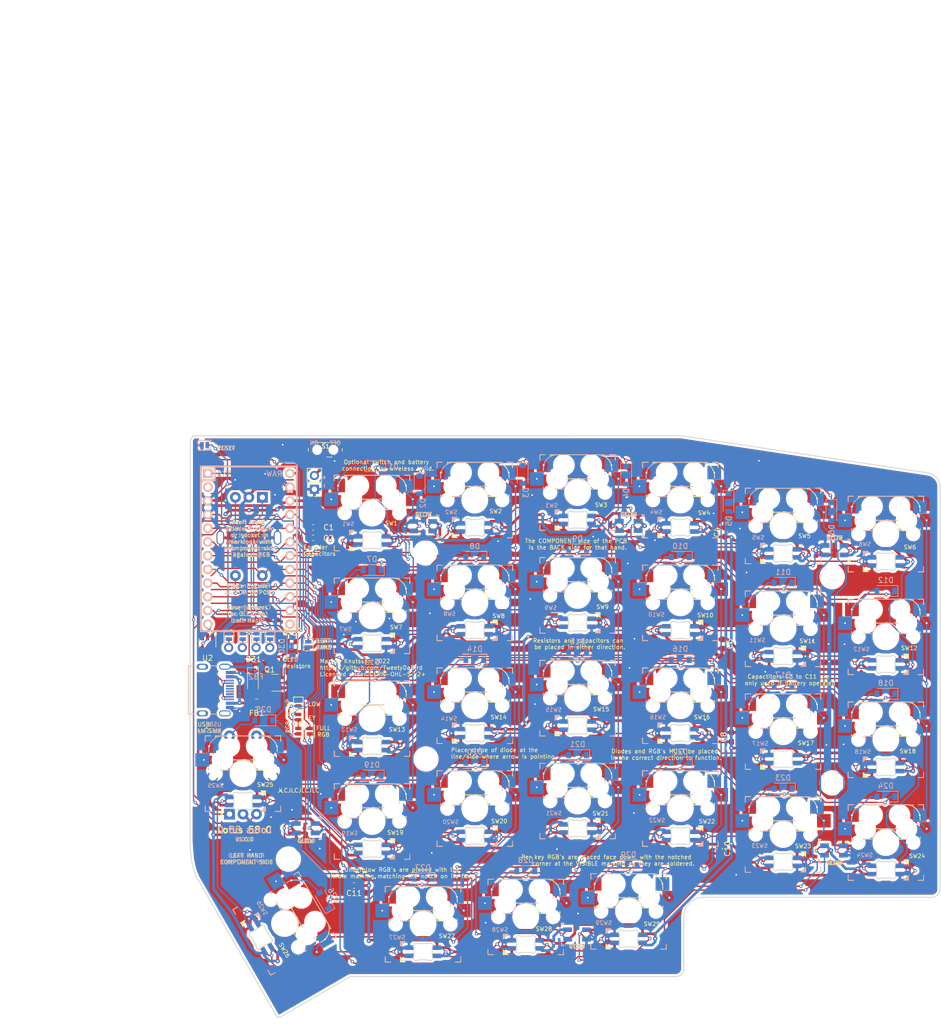
<source format=kicad_pcb>
(kicad_pcb (version 20211014) (generator pcbnew)
  (title_block (title "Lotus 58 C") (date "2022-10-25") (rev "v1.0.0") (company "Markus Knutsson <markus.knutsson@tweety.se>") (comment 1 "https://github.com/TweetyDaBird") (comment 2 "Licensed under CERN-OHL-S v2 or any superseding version"))
  (layers (0 "F.Cu" signal) (31 "B.Cu" signal) (34 "B.Paste" user) (35 "F.Paste" user) (36 "B.SilkS" user "B.Silkscreen") (37 "F.SilkS" user "F.Silkscreen") (38 "B.Mask" user) (39 "F.Mask" user) (44 "Edge.Cuts" user))
  (net 0 "")
  (net 1 "Net-(D1-Pad2)")
  (net 2 "row4")
  (net 3 "Net-(D2-Pad2)")
  (net 4 "Net-(D3-Pad2)")
  (net 5 "row0")
  (net 6 "Net-(D4-Pad2)")
  (net 7 "row1")
  (net 8 "Net-(D5-Pad2)")
  (net 9 "row2")
  (net 10 "Net-(D6-Pad2)")
  (net 11 "row3")
  (net 12 "Net-(D7-Pad2)")
  (net 13 "Net-(D8-Pad2)")
  (net 14 "Net-(D9-Pad2)")
  (net 15 "Net-(D10-Pad2)")
  (net 16 "Net-(D11-Pad2)")
  (net 17 "Net-(D12-Pad2)")
  (net 18 "Net-(D13-Pad2)")
  (net 19 "Net-(D14-Pad2)")
  (net 20 "Net-(D15-Pad2)")
  (net 21 "Net-(D16-Pad2)")
  (net 22 "Net-(D17-Pad2)")
  (net 23 "Net-(D18-Pad2)")
  (net 24 "Net-(D19-Pad2)")
  (net 25 "Net-(D20-Pad2)")
  (net 26 "Net-(D21-Pad2)")
  (net 27 "Net-(D22-Pad2)")
  (net 28 "Net-(D23-Pad2)")
  (net 29 "Net-(D24-Pad2)")
  (net 30 "Net-(D26-Pad2)")
  (net 31 "Net-(D27-Pad2)")
  (net 32 "Net-(D28-Pad2)")
  (net 33 "VCC")
  (net 34 "GND")
  (net 35 "col0")
  (net 36 "col1")
  (net 37 "col2")
  (net 38 "col3")
  (net 39 "col4")
  (net 40 "col5")
  (net 41 "SDA")
  (net 42 "LED")
  (net 43 "SCL")
  (net 44 "RESET")
  (net 45 "Net-(D29-Pad2)")
  (net 46 "DATA")
  (net 47 "Net-(D30-Pad2)")
  (net 48 "Hand")
  (net 49 "B")
  (net 50 "A")
  (net 51 "Alt")
  (net 52 "Net-(LED1-Pad2)")
  (net 53 "Net-(LED2-Pad2)")
  (net 54 "Net-(JP5-Pad1)")
  (net 55 "Net-(JP10-Pad1)")
  (net 56 "Net-(JP11-Pad1)")
  (net 57 "Net-(JP12-Pad1)")
  (net 58 "Net-(LED3-Pad2)")
  (net 59 "Net-(LED4-Pad2)")
  (net 60 "Net-(LED5-Pad2)")
  (net 61 "Net-(LED12-Pad4)")
  (net 62 "Net-(LED7-Pad4)")
  (net 63 "Net-(LED13-Pad4)")
  (net 64 "Net-(LED8-Pad4)")
  (net 65 "Net-(LED10-Pad2)")
  (net 66 "Net-(LED10-Pad4)")
  (net 67 "Net-(LED11-Pad4)")
  (net 68 "Net-(LED13-Pad2)")
  (net 69 "Net-(LED14-Pad2)")
  (net 70 "Net-(LED15-Pad2)")
  (net 71 "Net-(LED16-Pad2)")
  (net 72 "Net-(LED17-Pad2)")
  (net 73 "Net-(LED18-Pad2)")
  (net 74 "Net-(LED19-Pad4)")
  (net 75 "Net-(LED19-Pad2)")
  (net 76 "Net-(LED20-Pad4)")
  (net 77 "Net-(LED21-Pad4)")
  (net 78 "Net-(LED22-Pad4)")
  (net 79 "Net-(LED23-Pad4)")
  (net 80 "Net-(LED25-Pad2)")
  (net 81 "Net-(LED26-Pad2)")
  (net 82 "Net-(LED27-Pad2)")
  (net 83 "Net-(LED28-Pad2)")
  (net 84 "Net-(LED30-Pad1)")
  (net 85 "Net-(LED31-Pad1)")
  (net 86 "Net-(LED32-Pad1)")
  (net 87 "Net-(LED33-Pad1)")
  (net 88 "Net-(LED34-Pad1)")
  (net 89 "RGB_KEY")
  (net 90 "RGB_GLOW")
  (net 91 "RGB_LINK")
  (net 92 "Battery")
  (net 93 "/Batt")
  (net 94 "unconnected-(LED35-Pad1)")
  (net 99 "/VBUS2")
  (net 100 "/VBUS1")
  (net 113 "/Shield")
  (footprint "MountingHole:MountingHole_3.7mm" (layer "F.Cu") (at 124.32538 57.40908)
    (fp_text reference "TH1" hide)
    (fp_text value "HOLE")
  )
  (footprint "MountingHole:MountingHole_3.7mm" (layer "F.Cu") (at 199.7 61.8)
    (fp_text reference "TH2" hide)
    (fp_text value "HOLE")
  )
  (footprint "MountingHole:MountingHole_3.7mm" (layer "F.Cu") (at 124.3965 95.5675)
    (fp_text reference "TH3" hide)
    (fp_text value "HOLE")
  )
  (footprint "MountingHole:MountingHole_3.7mm" (layer "F.Cu") (at 199.7 100)
    (fp_text reference "TH4" hide)
    (fp_text value "HOLE")
  )
  (footprint "MountingHole:MountingHole_3.7mm" (layer "F.Cu") (at 98.8949 114.1095 90)
    (fp_text reference "TH5" hide)
    (fp_text value "HOLE")
  )
  (footprint "Common Library:Jumper_Mini" (layer "F.Cu") (at 95.4987 72.8755 90)
    (fp_text reference "JP9" hide)
    (fp_text value "Jumper_NO_Small" hide)
  )
  (footprint "Common Library:Jumper_Mini" (layer "F.Cu") (at 92.990766 72.8755 90)
    (fp_text reference "JP10" hide)
    (fp_text value "Jumper_NO_Small" hide)
  )
  (footprint "Common Library:Jumper_Mini" (layer "F.Cu") (at 90.419332 72.8755 90)
    (fp_text reference "JP11" hide)
    (fp_text value "Jumper_NO_Small" hide)
  )
  (footprint "Common Library:Jumper_Mini" (layer "F.Cu") (at 87.8479 72.8755 90)
    (fp_text reference "JP12" hide)
    (fp_text value "Jumper_NO_Small" hide)
  )
  (footprint "keyswitches:Kailh_socket_MX_reversible_RGB" (layer "F.Cu") (at 133.45 47.6)
    (fp_text reference "SW2")
    (fp_text value "Kailh hotswap MX socket")
  )
  (footprint "keyswitches:Kailh_socket_MX_reversible_RGB" (layer "F.Cu") (at 152.5 46.21)
    (fp_text reference "SW3")
    (fp_text value "Kailh hotswap MX socket")
  )
  (footprint "keyswitches:Kailh_socket_MX_reversible_RGB" (layer "F.Cu") (at 171.55 47.6)
    (fp_text reference "SW4")
    (fp_text value "Kailh hotswap MX socket")
  )
  (footprint "keyswitches:Kailh_socket_MX_reversible_RGB" (layer "F.Cu") (at 209.65 53.9)
    (fp_text reference "SW6")
    (fp_text value "Kailh hotswap MX socket")
  )
  (footprint "keyswitches:Kailh_socket_MX_reversible_RGB" (layer "F.Cu") (at 114.4 69.05)
    (fp_text reference "SW7")
    (fp_text value "Kailh hotswap MX socket")
  )
  (footprint "keyswitches:Kailh_socket_MX_reversible_RGB" (layer "F.Cu") (at 152.5 65.26)
    (fp_text reference "SW9")
    (fp_text value "Kailh hotswap MX socket")
  )
  (footprint "keyswitches:Kailh_socket_MX_reversible_RGB" (layer "F.Cu") (at 171.55 66.65)
    (fp_text reference "SW10")
    (fp_text value "Kailh hotswap MX socket")
  )
  (footprint "keyswitches:Kailh_socket_MX_reversible_RGB" (layer "F.Cu") (at 190.6 71.45)
    (fp_text reference "SW11")
    (fp_text value "Kailh hotswap MX socket")
  )
  (footprint "keyswitches:Kailh_socket_MX_reversible_RGB" (layer "F.Cu") (at 209.65 72.95)
    (fp_text reference "SW12")
    (fp_text value "Kailh hotswap MX socket")
  )
  (footprint "keyswitches:Kailh_socket_MX_reversible_RGB" (layer "F.Cu") (at 114.4 88.1)
    (fp_text reference "SW13")
    (fp_text value "Kailh hotswap MX socket")
  )
  (footprint "keyswitches:Kailh_socket_MX_reversible_RGB" (layer "F.Cu") (at 133.45 85.7)
    (fp_text reference "SW14")
    (fp_text value "Kailh hotswap MX socket")
  )
  (footprint "keyswitches:Kailh_socket_MX_reversible_RGB" (layer "F.Cu") (at 152.5 84.31)
    (fp_text reference "SW15")
    (fp_text value "Kailh hotswap MX socket")
  )
  (footprint "keyswitches:Kailh_socket_MX_reversible_RGB" (layer "F.Cu") (at 190.6 90.5)
    (fp_text reference "SW17")
    (fp_text value "Kailh hotswap MX socket")
  )
  (footprint "keyswitches:Kailh_socket_MX_reversible_RGB" (layer "F.Cu") (at 209.65 92)
    (fp_text reference "SW18")
    (fp_text value "Kailh hotswap MX socket")
  )
  (footprint "keyswitches:Kailh_socket_MX_reversible_RGB" (layer "F.Cu") (at 114.4 107.15)
    (fp_text reference "SW19")
    (fp_text value "Kailh hotswap MX socket")
  )
  (footprint "keyswitches:Kailh_socket_MX_reversible_RGB" (layer "F.Cu") (at 133.45 104.75)
    (fp_text reference "SW20")
    (fp_text value "Kailh hotswap MX socket")
  )
  (footprint "keyswitches:Kailh_socket_MX_reversible_RGB" (layer "F.Cu") (at 152.5 103.36)
    (fp_text reference "SW21")
    (fp_text value "Kailh hotswap MX socket")
  )
  (footprint "keyswitches:Kailh_socket_MX_reversible_RGB" (layer "F.Cu") (at 171.55 104.75)
    (fp_text reference "SW22")
    (fp_text value "Kailh hotswap MX socket")
  )
  (footprint "keyswitches:Kailh_socket_MX_reversible_RGB" (layer "F.Cu") (at 190.6 109.55)
    (fp_text reference "SW23")
    (fp_text value "Kailh hotswap MX socket")
  )
  (footprint "keyswitches:Kailh_socket_MX_reversible_RGB" (layer "F.Cu") (at 123.85 126.2)
    (fp_text reference "SW27")
    (fp_text value "Kailh hotswap MX socket")
  )
  (footprint "keyswitches:Kailh_socket_MX_reversible_RGB" (layer "F.Cu") (at 142.8977 124.8283)
    (fp_text reference "SW28")
    (fp_text value "Kailh hotswap MX socket")
  )
  (footprint "keyswitches:Kailh_socket_MX_reversible_RGB" (layer "F.Cu") (at 161.95 123.8)
    (fp_text reference "SW29")
    (fp_text value "Kailh hotswap MX socket")
  )
  (footprint "keyswitches:Kailh_socket_MX_reversible_RGB" (layer "F.Cu") (at 114.4 50)
    (fp_text reference "SW1")
    (fp_text value "Kailh hotswap MX socket")
  )
  (footprint "keyswitches:Kailh_socket_MX_reversible_RGB" (layer "F.Cu") (at 90.4748 98.2853)
    (fp_text reference "SW25")
    (fp_text value "Kailh hotswap MX socket")
  )
  (footprint "keyswitches:Kailh_socket_MX_reversible_RGB" (layer "F.Cu") (at 209.65 111.05)
    (fp_text reference "SW24")
    (fp_text value "Kailh hotswap MX socket")
  )
  (footprint "Resistor_SMD:R_0603_1608Metric_Pad0.98x0.95mm_HandSolder" (layer "F.Cu") (at 100.3 74.75 90)
    (fp_text reference "R2")
    (fp_text value "4k7" hide)
  )
  (footprint "Capacitor_SMD:C_0603_1608Metric_Pad1.08x0.95mm_HandSolder" (layer "F.Cu") (at 103.49 52.69)
    (fp_text reference "C1")
    (fp_text value "100nF")
  )
  (footprint "Capacitor_SMD:C_0603_1608Metric_Pad1.08x0.95mm_HandSolder" (layer "F.Cu") (at 103.49 54.61 180)
    (fp_text reference "C2")
    (fp_text value "100nF")
  )
  (footprint "keyswitches:Kailh_socket_MX_reversible_RGB" (layer "F.Cu") (at 98.171 126.0475 -60)
    (fp_text reference "SW26")
    (fp_text value "Kailh hotswap MX socket")
  )
  (footprint "keyswitches:Kailh_socket_MX_reversible_RGB" (layer "F.Cu") (at 171.55 85.7)
    (fp_text reference "SW16")
    (fp_text value "Kailh hotswap MX socket")
  )
  (footprint "KiCad-SSD1306-0.91-OLED-4pin-128x32:SSD1306-0.91-OLED-4pin-128x32" (layer "F.Cu") (at 97.6305 38.4435 -90)
    (fp_text reference "P1" hide)
    (fp_text value "OLED")
  )
  (footprint "Keyboard Library:LED_SK6812MINI_PLCC4_3.5x3.5mm_P1.75mm" (layer "F.Cu") (at 152.4 128.0795 180)
    (fp_text reference "LED31" hide)
    (fp_text value "SK6812MINI")
  )
  (footprint "Keyboard Library:LED_SK6812MINI_PLCC4_3.5x3.5mm_P1.75mm" (layer "F.Cu") (at 102.108 108.3945)
    (fp_text reference "LED30" hide)
    (fp_text value "SK6812MINI")
  )
  (footprint "Keyboard Library:LED_SK6812MINI_PLCC4_3.5x3.5mm_P1.75mm" (layer "F.Cu") (at 200.152 56.896)
    (fp_text reference "LED33" hide)
    (fp_text value "SK6812MINI")
  )
  (footprint "Keyboard Library:LED_SK6812MINI_PLCC4_3.5x3.5mm_P1.75mm" (layer "F.Cu") (at 123.8885 52.451)
    (fp_text reference "LED35" hide)
    (fp_text value "SK6812MINI")
  )
  (footprint "Keyboard Library:RotaryEncoder_Alps_EC11E-Switch_Vertical_H20_special" (layer "F.Cu") (at 91.567 54.594 -90)
    (fp_text reference "SW30" hide)
    (fp_text value "Rotary_Encoder_Switch")
  )
  (footprint "Resistor_SMD:R_0603_1608Metric_Pad0.98x0.95mm_HandSolder" (layer "F.Cu") (at 98.67 74.75 90)
    (fp_text reference "R1")
    (fp_text value "4k7")
  )
  (footprint "keyswitches:Kailh_socket_MX_reversible_RGB" (layer "F.Cu") (at 190.6 52.4)
    (fp_text reference "SW5")
    (fp_text value "Kailh hotswap MX socket")
  )
  (footprint "Keyboard Library:RotaryEncoder_Alps_EC11E-Switch_Special" (layer "F.Cu") (at 90.4748 98.2853 90)
    (fp_text reference "SW31" hide)
    (fp_text value "Rotary_Encoder_Switch")
  )
  (footprint "Keyboard Library:LED_SK6812MINI_PLCC4_3.5x3.5mm_P1.75mm" (layer "F.Cu") (at 161.9885 52.3875)
    (fp_text reference "LED34" hide)
    (fp_text value "SK6812MINI")
  )
  (footprint "Common Library:Jumper_Mini" (layer "F.Cu") (at 102.59 74.35 -90)
    (fp_text reference "JP3" hide)
    (fp_text value "LEFT" hide)
  )
  (footprint "keyswitches:Kailh_socket_MX_reversible_RGB" (layer "F.Cu") (at 133.45 66.65)
    (fp_text reference "SW8")
    (fp_text value "Kailh hotswap MX socket")
  )
  (footprint "kicad-keyboard-parts:MX_SK6812MINI-E_REVERSIBLE" (layer "F.Cu") (at 114.4 55.08 180)
    (fp_text reference "LED1" hide)
    (fp_text value "SK6812MINI-E")
    (fp_line (start 0.794452 1.499999) (end -0.794452 1.499999) (layer "Edge.Cuts") (width 0.15))
    (fp_line (start 1.699999 -0.702843) (end 1.699999 0.702841) (layer "Edge.Cuts") (width 0.15))
    (fp_line (start -0.794452 -1.5) (end 0.794453 -1.5) (layer "Edge.Cuts") (width 0.15))
    (fp_line (start -1.699999 0.702841) (end -1.699999 -0.702843) (layer "Edge.Cuts") (width 0.15))
    (fp_arc (start 0.794452 1.499999) (mid 0.925123 1.517376) (end 1.046711 1.568298) (layer "Edge.Cuts") (width 0.15))
    (fp_arc (start 1.046711 -1.568299) (mid 1.638071 -1.504036) (end 1.749484 -0.919721) (layer "Edge.Cuts") (width 0.15))
    (fp_arc (start -1.046711 1.568296) (mid -1.63807 1.504033) (end -1.749484 0.919719) (layer "Edge.Cuts") (width 0.15))
    (fp_arc (start -1.749484 -0.919721) (mid -1.638071 -1.504036) (end -1.046711 -1.5683) (layer "Edge.Cuts") (width 0.15))
    (fp_arc (start -1.749484 -0.919721) (mid -1.712527 -0.814069) (end -1.699999 -0.702843) (layer "Edge.Cuts") (width 0.15))
    (fp_arc (start 1.046711 -1.568299) (mid 0.925123 -1.517377) (end 0.794453 -1.5) (layer "Edge.Cuts") (width 0.15))
    (fp_arc (start 1.749484 0.919718) (mid 1.638072 1.504034) (end 1.046711 1.568298) (layer "Edge.Cuts") (width 0.15))
    (fp_arc (start -1.699999 0.702842) (mid -1.712527 0.814067) (end -1.749484 0.919719) (layer "Edge.Cuts") (width 0.15))
    (fp_arc (start -1.04671 1.568298) (mid -0.925122 1.517376) (end -0.794452 1.499999) (layer "Edge.Cuts") (width 0.15))
    (fp_arc (start 1.699999 -0.702844) (mid 1.712525 -0.81407) (end 1.749484 -0.919721) (layer "Edge.Cuts") (width 0.15))
    (fp_arc (start -0.794453 -1.500001) (mid -0.925123 -1.517378) (end -1.046711 -1.5683) (layer "Edge.Cuts") (width 0.15))
    (fp_arc (start 1.749484 0.919719) (mid 1.712517 0.81407) (end 1.699999 0.702841) (layer "Edge.Cuts") (width 0.15))
  )
  (footprint "Common Library:Jumper_Mini" (layer "F.Cu") (at 83.3628 37.4396 180)
    (fp_text reference "JP2" hide)
    (fp_text value "RESET" hide)
  )
  (footprint "kicad-keyboard-parts:MX_SK6812MINI-E_REVERSIBLE" (layer "F.Cu") (at 133.45 52.68 180)
    (fp_text reference "LED2" hide)
    (fp_text value "SK6812MINI-E")
    (fp_line (start -0.794452 -1.5) (end 0.794453 -1.5) (layer "Edge.Cuts") (width 0.15))
    (fp_line (start 1.699999 -0.702843) (end 1.699999 0.702841) (layer "Edge.Cuts") (width 0.15))
    (fp_line (start 0.794452 1.499999) (end -0.794452 1.499999) (layer "Edge.Cuts") (width 0.15))
    (fp_line (start -1.699999 0.702841) (end -1.699999 -0.702843) (layer "Edge.Cuts") (width 0.15))
    (fp_arc (start 1.749484 0.919718) (mid 1.638072 1.504034) (end 1.046711 1.568298) (layer "Edge.Cuts") (width 0.15))
    (fp_arc (start 1.749484 0.919719) (mid 1.712517 0.81407) (end 1.699999 0.702841) (layer "Edge.Cuts") (width 0.15))
    (fp_arc (start -0.794453 -1.500001) (mid -0.925123 -1.517378) (end -1.046711 -1.5683) (layer "Edge.Cuts") (width 0.15))
    (fp_arc (start 1.046711 -1.568299) (mid 1.638071 -1.504036) (end 1.749484 -0.919721) (layer "Edge.Cuts") (width 0.15))
    (fp_arc (start -1.749484 -0.919721) (mid -1.712527 -0.814069) (end -1.699999 -0.702843) (layer "Edge.Cuts") (width 0.15))
    (fp_arc (start 1.046711 -1.568299) (mid 0.925123 -1.517377) (end 0.794453 -1.5) (layer "Edge.Cuts") (width 0.15))
    (fp_arc (start -1.699999 0.702842) (mid -1.712527 0.814067) (end -1.749484 0.919719) (layer "Edge.Cuts") (width 0.15))
    (fp_arc (start -1.046711 1.568296) (mid -1.63807 1.504033) (end -1.749484 0.919719) (layer "Edge.Cuts") (width 0.15))
    (fp_arc (start -1.04671 1.568298) (mid -0.925122 1.517376) (end -0.794452 1.499999) (layer "Edge.Cuts") (width 0.15))
    (fp_arc (start -1.749484 -0.919721) (mid -1.638071 -1.504036) (end -1.046711 -1.5683) (layer "Edge.Cuts") (width 0.15))
    (fp_arc (start 0.794452 1.499999) (mid 0.925123 1.517376) (end 1.046711 1.568298) (layer "Edge.Cuts") (width 0.15))
    (fp_arc (start 1.699999 -0.702844) (mid 1.712525 -0.81407) (end 1.749484 -0.919721) (layer "Edge.Cuts") (width 0.15))
  )
  (footprint "kicad-keyboard-parts:MX_SK6812MINI-E_REVERSIBLE" (layer "F.Cu") (at 152.5 51.29 180)
    (fp_text reference "LED3" hide)
    (fp_text value "SK6812MINI-E")
    (fp_line (start -0.794452 -1.5) (end 0.794453 -1.5) (layer "Edge.Cuts") (width 0.15))
    (fp_line (start 1.699999 -0.702843) (end 1.699999 0.702841) (layer "Edge.Cuts") (width 0.15))
    (fp_line (start -1.699999 0.702841) (end -1.699999 -0.702843) (layer "Edge.Cuts") (width 0.15))
    (fp_line (start 0.794452 1.499999) (end -0.794452 1.499999) (layer "Edge.Cuts") (width 0.15))
    (fp_arc (start 1.046711 -1.568299) (mid 1.638071 -1.504036) (end 1.749484 -0.919721) (layer "Edge.Cuts") (width 0.15))
    (fp_arc (start -1.749484 -0.919721) (mid -1.638071 -1.504036) (end -1.046711 -1.5683) (layer "Edge.Cuts") (width 0.15))
    (fp_arc (start 1.699999 -0.702844) (mid 1.712525 -0.81407) (end 1.749484 -0.919721) (layer "Edge.Cuts") (width 0.15))
    (fp_arc (start -1.04671 1.568298) (mid -0.925122 1.517376) (end -0.794452 1.499999) (layer "Edge.Cuts") (width 0.15))
    (fp_arc (start -1.699999 0.702842) (mid -1.712527 0.814067) (end -1.749484 0.919719) (layer "Edge.Cuts") (width 0.15))
    (fp_arc (start -1.749484 -0.919721) (mid -1.712527 -0.814069) (end -1.699999 -0.702843) (layer "Edge.Cuts") (width 0.15))
    (fp_arc (start -0.794453 -1.500001) (mid -0.925123 -1.517378) (end -1.046711 -1.5683) (layer "Edge.Cuts") (width 0.15))
    (fp_arc (start 1.749484 0.919719) (mid 1.712517 0.81407) (end 1.699999 0.702841) (layer "Edge.Cuts") (width 0.15))
    (fp_arc (start 1.046711 -1.568299) (mid 0.925123 -1.517377) (end 0.794453 -1.5) (layer "Edge.Cuts") (width 0.15))
    (fp_arc (start 0.794452 1.499999) (mid 0.925123 1.517376) (end 1.046711 1.568298) (layer "Edge.Cuts") (width 0.15))
    (fp_arc (start 1.749484 0.919718) (mid 1.638072 1.504034) (end 1.046711 1.568298) (layer "Edge.Cuts") (width 0.15))
    (fp_arc (start -1.046711 1.568296) (mid -1.63807 1.504033) (end -1.749484 0.919719) (layer "Edge.Cuts") (width 0.15))
  )
  (footprint "kicad-keyboard-parts:MX_SK6812MINI-E_REVERSIBLE" (layer "F.Cu") (at 171.55 52.68 180)
    (fp_text reference "LED4" hide)
    (fp_text value "SK6812MINI-E")
    (fp_line (start 1.699999 -0.702843) (end 1.699999 0.702841) (layer "Edge.Cuts") (width 0.15))
    (fp_line (start 0.794452 1.499999) (end -0.794452 1.499999) (layer "Edge.Cuts") (width 0.15))
    (fp_line (start -0.794452 -1.5) (end 0.794453 -1.5) (layer "Edge.Cuts") (width 0.15))
    (fp_line (start -1.699999 0.702841) (end -1.699999 -0.702843) (layer "Edge.Cuts") (width 0.15))
    (fp_arc (start -1.749484 -0.919721) (mid -1.712527 -0.814069) (end -1.699999 -0.702843) (layer "Edge.Cuts") (width 0.15))
    (fp_arc (start 1.699999 -0.702844) (mid 1.712525 -0.81407) (end 1.749484 -0.919721) (layer "Edge.Cuts") (width 0.15))
    (fp_arc (start -1.046711 1.568296) (mid -1.63807 1.504033) (end -1.749484 0.919719) (layer "Edge.Cuts") (width 0.15))
    (fp_arc (start 1.046711 -1.568299) (mid 1.638071 -1.504036) (end 1.749484 -0.919721) (layer "Edge.Cuts") (width 0.15))
    (fp_arc (start 1.749484 0.919718) (mid 1.638072 1.504034) (end 1.046711 1.568298) (layer "Edge.Cuts") (width 0.15))
    (fp_arc (start -1.749484 -0.919721) (mid -1.638071 -1.504036) (end -1.046711 -1.5683) (layer "Edge.Cuts") (width 0.15))
    (fp_arc (start -1.04671 1.568298) (mid -0.925122 1.517376) (end -0.794452 1.499999) (layer "Edge.Cuts") (width 0.15))
    (fp_arc (start -0.794453 -1.500001) (mid -0.925123 -1.517378) (end -1.046711 -1.5683) (layer "Edge.Cuts") (width 0.15))
    (fp_arc (start 1.749484 0.919719) (mid 1.712517 0.81407) (end 1.699999 0.702841) (layer "Edge.Cuts") (width 0.15))
    (fp_arc (start -1.699999 0.702842) (mid -1.712527 0.814067) (end -1.749484 0.919719) (layer "Edge.Cuts") (width 0.15))
    (fp_arc (start 1.046711 -1.568299) (mid 0.925123 -1.517377) (end 0.794453 -1.5) (layer "Edge.Cuts") (width 0.15))
    (fp_arc (start 0.794452 1.499999) (mid 0.925123 1.517376) (end 1.046711 1.568298) (layer "Edge.Cuts") (width 0.15))
  )
  (footprint "kicad-keyboard-parts:MX_SK6812MINI-E_REVERSIBLE" (layer "F.Cu") (at 190.6 57.48 180)
    (fp_text reference "LED5" hide)
    (fp_text value "SK6812MINI-E")
    (fp_line (start 0.794452 1.499999) (end -0.794452 1.499999) (layer "Edge.Cuts") (width 0.15))
    (fp_line (start 1.699999 -0.702843) (end 1.699999 0.702841) (layer "Edge.Cuts") (width 0.15))
    (fp_line (start -0.794452 -1.5) (end 0.794453 -1.5) (layer "Edge.Cuts") (width 0.15))
    (fp_line (start -1.699999 0.702841) (end -1.699999 -0.702843) (layer "Edge.Cuts") (width 0.15))
    (fp_arc (start -1.046711 1.568296) (mid -1.63807 1.504033) (end -1.749484 0.919719) (layer "Edge.Cuts") (width 0.15))
    (fp_arc (start -1.04671 1.568298) (mid -0.925122 1.517376) (end -0.794452 1.499999) (layer "Edge.Cuts") (width 0.15))
    (fp_arc (start 1.749484 0.919718) (mid 1.638072 1.504034) (end 1.046711 1.568298) (layer "Edge.Cuts") (width 0.15))
    (fp_arc (start 1.046711 -1.568299) (mid 0.925123 -1.517377) (end 0.794453 -1.5) (layer "Edge.Cuts") (width 0.15))
    (fp_arc (start 0.794452 1.499999) (mid 0.925123 1.517376) (end 1.046711 1.568298) (layer "Edge.Cuts") (width 0.15))
    (fp_arc (start 1.699999 -0.702844) (mid 1.712525 -0.81407) (end 1.749484 -0.919721) (layer "Edge.Cuts") (width 0.15))
    (fp_arc (start -1.749484 -0.919721) (mid -1.712527 -0.814069) (end -1.699999 -0.702843) (layer "Edge.Cuts") (width 0.15))
    (fp_arc (start -1.699999 0.702842) (mid -1.712527 0.814067) (end -1.749484 0.919719) (layer "Edge.Cuts") (width 0.15))
    (fp_arc (start 1.749484 0.919719) (mid 1.712517 0.81407) (end 1.699999 0.702841) (layer "Edge.Cuts") (width 0.15))
    (fp_arc (start -1.749484 -0.919721) (mid -1.638071 -1.504036) (end -1.046711 -1.5683) (layer "Edge.Cuts") (width 0.15))
    (fp_arc (start 1.046711 -1.568299) (mid 1.638071 -1.504036) (end 1.749484 -0.919721) (layer "Edge.Cuts") (width 0.15))
    (fp_arc (start -0.794453 -1.500001) (mid -0.925123 -1.517378) (end -1.046711 -1.5683) (layer "Edge.Cuts") (width 0.15))
  )
  (footprint "kicad-keyboard-parts:MX_SK6812MINI-E_REVERSIBLE" (layer "F.Cu") (at 209.65 58.98 180)
    (fp_text reference "LED6" hide)
    (fp_text value "SK6812MINI-E")
    (fp_line (start -1.699999 0.702841) (end -1.699999 -0.702843) (layer "Edge.Cuts") (width 0.15))
    (fp_line (start -0.794452 -1.5) (end 0.794453 -1.5) (layer "Edge.Cuts") (width 0.15))
    (fp_line (start 0.794452 1.499999) (end -0.794452 1.499999) (layer "Edge.Cuts") (width 0.15))
    (fp_line (start 1.699999 -0.702843) (end 1.699999 0.702841) (layer "Edge.Cuts") (width 0.15))
    (fp_arc (start 1.749484 0.919719) (mid 1.712517 0.81407) (end 1.699999 0.702841) (layer "Edge.Cuts") (width 0.15))
    (fp_arc (start -1.749484 -0.919721) (mid -1.638071 -1.504036) (end -1.046711 -1.5683) (layer "Edge.Cuts") (width 0.15))
    (fp_arc (start -0.794453 -1.500001) (mid -0.925123 -1.517378) (end -1.046711 -1.5683) (layer "Edge.Cuts") (width 0.15))
    (fp_arc (start 1.046711 -1.568299) (mid 1.638071 -1.504036) (end 1.749484 -0.919721) (layer "Edge.Cuts") (width 0.15))
    (fp_arc (start 1.046711 -1.568299) (mid 0.925123 -1.517377) (end 0.794453 -1.5) (layer "Edge.Cuts") (width 0.15))
    (fp_arc (start -1.749484 -0.919721) (mid -1.712527 -0.814069) (end -1.699999 -0.702843) (layer "Edge.Cuts") (width 0.15))
    (fp_arc (start 0.794452 1.499999) (mid 0.925123 1.517376) (end 1.046711 1.568298) (layer "Edge.Cuts") (width 0.15))
    (fp_arc (start 1.749484 0.919718) (mid 1.638072 1.504034) (end 1.046711 1.568298) (layer "Edge.Cuts") (width 0.15))
    (fp_arc (start -1.699999 0.702842) (mid -1.712527 0.814067) (end -1.749484 0.919719) (layer "Edge.Cuts") (width 0.15))
    (fp_arc (start 1.699999 -0.702844) (mid 1.712525 -0.81407) (end 1.749484 -0.919721) (layer "Edge.Cuts") (width 0.15))
    (fp_arc (start -1.046711 1.568296) (mid -1.63807 1.504033) (end -1.749484 0.919719) (layer "Edge.Cuts") (width 0.15))
    (fp_arc (start -1.04671 1.568298) (mid -0.925122 1.517376) (end -0.794452 1.499999) (layer "Edge.Cuts") (width 0.15))
  )
  (footprint "kicad-keyboard-parts:MX_SK6812MINI-E_REVERSIBLE" (layer "F.Cu") (at 114.4 74.13)
    (fp_text reference "LED7" hide)
    (fp_text value "SK6812MINI-E")
    (fp_line (start -0.794452 -1.5) (end 0.794453 -1.5) (layer "Edge.Cuts") (width 0.15))
    (fp_line (start -1.699999 0.702841) (end -1.699999 -0.702843) (layer "Edge.Cuts") (width 0.15))
    (fp_line (start 1.699999 -0.702843) (end 1.699999 0.702841) (layer "Edge.Cuts") (width 0.15))
    (fp_line (start 0.794452 1.499999) (end -0.794452 1.499999) (layer "Edge.Cuts") (width 0.15))
    (fp_arc (start 1.046711 -1.568299) (mid 0.925123 -1.517377) (end 0.794453 -1.5) (layer "Edge.Cuts") (width 0.15))
    (fp_arc (start -1.749484 -0.919721) (mid -1.638071 -1.504036) (end -1.046711 -1.5683) (layer "Edge.Cuts") (width 0.15))
    (fp_arc (start -0.794453 -1.500001) (mid -0.925123 -1.517378) (end -1.046711 -1.5683) (layer "Edge.Cuts") (width 0.15))
    (fp_arc (start -1.046711 1.568296) (mid -1.63807 1.504033) (end -1.749484 0.919719) (layer "Edge.Cuts") (width 0.15))
    (fp_arc (start -1.04671 1.568298) (mid -0.925122 1.517376) (end -0.794452 1.499999) (layer "Edge.Cuts") (width 0.15))
    (fp_arc (start 1.749484 0.919719) (mid 1.712517 0.81407) (end 1.699999 0.702841) (layer "Edge.Cuts") (width 0.15))
    (fp_arc (start 1.046711 -1.568299) (mid 1.638071 -1.504036) (end 1.749484 -0.919721) (layer "Edge.Cuts") (width 0.15))
    (fp_arc (start 1.749484 0.919718) (mid 1.638072 1.504034) (end 1.046711 1.568298) (layer "Edge.Cuts") (width 0.15))
    (fp_arc (start 1.699999 -0.702844) (mid 1.712525 -0.81407) (end 1.749484 -0.919721) (layer "Edge.Cuts") (width 0.15))
    (fp_arc (start 0.794452 1.499999) (mid 0.925123 1.517376) (end 1.046711 1.568298) (layer "Edge.Cuts") (width 0.15))
    (fp_arc (start -1.749484 -0.919721) (mid -1.712527 -0.814069) (end -1.699999 -0.702843) (layer "Edge.Cuts") (width 0.15))
    (fp_arc (start -1.699999 0.702842) (mid -1.712527 0.814067) (end -1.749484 0.919719) (layer "Edge.Cuts") (width 0.15))
  )
  (footprint "kicad-keyboard-parts:MX_SK6812MINI-E_REVERSIBLE" (layer "F.Cu") (at 133.45 71.73)
    (fp_text reference "LED8" hide)
    (fp_text value "SK6812MINI-E")
    (fp_line (start -1.699999 0.702841) (end -1.699999 -0.702843) (layer "Edge.Cuts") (width 0.15))
    (fp_line (start 0.794452 1.499999) (end -0.794452 1.499999) (layer "Edge.Cuts") (width 0.15))
    (fp_line (start 1.699999 -0.702843) (end 1.699999 0.702841) (layer "Edge.Cuts") (width 0.15))
    (fp_line (start -0.794452 -1.5) (end 0.794453 -1.5) (layer "Edge.Cuts") (width 0.15))
    (fp_arc (start 1.046711 -1.568299) (mid 0.925123 -1.517377) (end 0.794453 -1.5) (layer "Edge.Cuts") (width 0.15))
    (fp_arc (start -1.04671 1.568298) (mid -0.925122 1.517376) (end -0.794452 1.499999) (layer "Edge.Cuts") (width 0.15))
    (fp_arc (start 1.749484 0.919719) (mid 1.712517 0.81407) (end 1.699999 0.702841) (layer "Edge.Cuts") (width 0.15))
    (fp_arc (start 0.794452 1.499999) (mid 0.925123 1.517376) (end 1.046711 1.568298) (layer "Edge.Cuts") (width 0.15))
    (fp_arc (start 1.046711 -1.568299) (mid 1.638071 -1.504036) (end 1.749484 -0.919721) (layer "Edge.Cuts") (width 0.15))
    (fp_arc (start -1.749484 -0.919721) (mid -1.712527 -0.814069) (end -1.699999 -0.702843) (layer "Edge.Cuts") (width 0.15))
    (fp_arc (start -1.699999 0.702842) (mid -1.712527 0.814067) (end -1.749484 0.919719) (layer "Edge.Cuts") (width 0.15))
    (fp_arc (start 1.699999 -0.702844) (mid 1.712525 -0.81407) (end 1.749484 -0.919721) (layer "Edge.Cuts") (width 0.15))
    (fp_arc (start -1.046711 1.568296) (mid -1.63807 1.504033) (end -1.749484 0.919719) (layer "Edge.Cuts") (width 0.15))
    (fp_arc (start -1.749484 -0.919721) (mid -1.638071 -1.504036) (end -1.046711 -1.5683) (layer "Edge.Cuts") (width 0.15))
    (fp_arc (start -0.794453 -1.500001) (mid -0.925123 -1.517378) (end -1.046711 -1.5683) (layer "Edge.Cuts") (width 0.15))
    (fp_arc (start 1.749484 0.919718) (mid 1.638072 1.504034) (end 1.046711 1.568298) (layer "Edge.Cuts") (width 0.15))
  )
  (footprint "kicad-keyboard-parts:MX_SK6812MINI-E_REVERSIBLE" (layer "F.Cu") (at 152.5 70.34)
    (fp_text reference "LED9" hide)
    (fp_text value "SK6812MINI-E")
    (fp_line (start -0.794452 -1.5) (end 0.794453 -1.5) (layer "Edge.Cuts") (width 0.15))
    (fp_line (start -1.699999 0.702841) (end -1.699999 -0.702843) (layer "Edge.Cuts") (width 0.15))
    (fp_line (start 0.794452 1.499999) (end -0.794452 1.499999) (layer "Edge.Cuts") (width 0.15))
    (fp_line (start 1.699999 -0.702843) (end 1.699999 0.702841) (layer "Edge.Cuts") (width 0.15))
    (fp_arc (start -1.749484 -0.919721) (mid -1.712527 -0.814069) (end -1.699999 -0.702843) (layer "Edge.Cuts") (width 0.15))
    (fp_arc (start -1.749484 -0.919721) (mid -1.638071 -1.504036) (end -1.046711 -1.5683) (layer "Edge.Cuts") (width 0.15))
    (fp_arc (start 0.794452 1.499999) (mid 0.925123 1.517376) (end 1.046711 1.568298) (layer "Edge.Cuts") (width 0.15))
    (fp_arc (start 1.046711 -1.568299) (mid 1.638071 -1.504036) (end 1.749484 -0.919721) (layer "Edge.Cuts") (width 0.15))
    (fp_arc (start -1.04671 1.568298) (mid -0.925122 1.517376) (end -0.794452 1.499999) (layer "Edge.Cuts") (width 0.15))
    (fp_arc (start -1.046711 1.568296) (mid -1.63807 1.504033) (end -1.749484 0.919719) (layer "Edge.Cuts") (width 0.15))
    (fp_arc (start 1.699999 -0.702844) (mid 1.712525 -0.81407) (end 1.749484 -0.919721) (layer "Edge.Cuts") (width 0.15))
    (fp_arc (start -0.794453 -1.500001) (mid -0.925123 -1.517378) (end -1.046711 -1.5683) (layer "Edge.Cuts") (width 0.15))
    (fp_arc (start -1.699999 0.702842) (mid -1.712527 0.814067) (end -1.749484 0.919719) (layer "Edge.Cuts") (width 0.15))
    (fp_arc (start 1.749484 0.919719) (mid 1.712517 0.81407) (end 1.699999 0.702841) (layer "Edge.Cuts") (width 0.15))
    (fp_arc (start 1.046711 -1.568299) (mid 0.925123 -1.517377) (end 0.794453 -1.5) (layer "Edge.Cuts") (width 0.15))
    (fp_arc (start 1.749484 0.919718) (mid 1.638072 1.504034) (end 1.046711 1.568298) (layer "Edge.Cuts") (width 0.15))
  )
  (footprint "kicad-keyboard-parts:MX_SK6812MINI-E_REVERSIBLE" (layer "F.Cu") (at 171.55 71.73)
    (fp_text reference "LED10" hide)
    (fp_text value "SK6812MINI-E")
    (fp_line (start -0.794452 -1.5) (end 0.794453 -1.5) (layer "Edge.Cuts") (width 0.15))
    (fp_line (start 1.699999 -0.702843) (end 1.699999 0.702841) (layer "Edge.Cuts") (width 0.15))
    (fp_line (start 0.794452 1.499999) (end -0.794452 1.499999) (layer "Edge.Cuts") (width 0.15))
    (fp_line (start -1.699999 0.702841) (end -1.699999 -0.702843) (layer "Edge.Cuts") (width 0.15))
    (fp_arc (start -1.04671 1.568298) (mid -0.925122 1.517376) (end -0.794452 1.499999) (layer "Edge.Cuts") (width 0.15))
    (fp_arc (start -1.699999 0.702842) (mid -1.712527 0.814067) (end -1.749484 0.919719) (layer "Edge.Cuts") (width 0.15))
    (fp_arc (start 1.046711 -1.568299) (mid 0.925123 -1.517377) (end 0.794453 -1.5) (layer "Edge.Cuts") (width 0.15))
    (fp_arc (start 1.749484 0.919719) (mid 1.712517 0.81407) (end 1.699999 0.702841) (layer "Edge.Cuts") (width 0.15))
    (fp_arc (start 1.046711 -1.568299) (mid 1.638071 -1.504036) (end 1.749484 -0.919721) (layer "Edge.Cuts") (width 0.15))
    (fp_arc (start 1.749484 0.919718) (mid 1.638072 1.504034) (end 1.046711 1.568298) (layer "Edge.Cuts") (width 0.15))
    (fp_arc (start -1.046711 1.568296) (mid -1.63807 1.504033) (end -1.749484 0.919719) (layer "Edge.Cuts") (width 0.15))
    (fp_arc (start -1.749484 -0.919721) (mid -1.712527 -0.814069) (end -1.699999 -0.702843) (layer "Edge.Cuts") (width 0.15))
    (fp_arc (start 1.699999 -0.702844) (mid 1.712525 -0.81407) (end 1.749484 -0.919721) (layer "Edge.Cuts") (width 0.15))
    (fp_arc (start -1.749484 -0.919721) (mid -1.638071 -1.504036) (end -1.046711 -1.5683) (layer "Edge.Cuts") (width 0.15))
    (fp_arc (start 0.794452 1.499999) (mid 0.925123 1.517376) (end 1.046711 1.568298) (layer "Edge.Cuts") (width 0.15))
    (fp_arc (start -0.794453 -1.500001) (mid -0.925123 -1.517378) (end -1.046711 -1.5683) (layer "Edge.Cuts") (width 0.15))
  )
  (footprint "kicad-keyboard-parts:MX_SK6812MINI-E_REVERSIBLE" (layer "F.Cu") (at 190.6 76.53)
    (fp_text reference "LED11" hide)
    (fp_text value "SK6812MINI-E")
    (fp_line (start -0.794452 -1.5) (end 0.794453 -1.5) (layer "Edge.Cuts") (width 0.15))
    (fp_line (start 1.699999 -0.702843) (end 1.699999 0.702841) (layer "Edge.Cuts") (width 0.15))
    (fp_line (start -1.699999 0.702841) (end -1.699999 -0.702843) (layer "Edge.Cuts") (width 0.15))
    (fp_line (start 0.794452 1.499999) (end -0.794452 1.499999) (layer "Edge.Cuts") (width 0.15))
    (fp_arc (start 1.699999 -0.702844) (mid 1.712525 -0.81407) (end 1.749484 -0.919721) (layer "Edge.Cuts") (width 0.15))
    (fp_arc (start -1.699999 0.702842) (mid -1.712527 0.814067) (end -1.749484 0.919719) (layer "Edge.Cuts") (width 0.15))
    (fp_arc (start -1.749484 -0.919721) (mid -1.712527 -0.814069) (end -1.699999 -0.702843) (layer "Edge.Cuts") (width 0.15))
    (fp_arc (start 1.046711 -1.568299) (mid 0.925123 -1.517377) (end 0.794453 -1.5) (layer "Edge.Cuts") (width 0.15))
    (fp_arc (start -0.794453 -1.500001) (mid -0.925123 -1.517378) (end -1.046711 -1.5683) (layer "Edge.Cuts") (width 0.15))
    (fp_arc (start 0.794452 1.499999) (mid 0.925123 1.517376) (end 1.046711 1.568298) (layer "Edge.Cuts") (width 0.15))
    (fp_arc (start -1.046711 1.568296) (mid -1.63807 1.504033) (end -1.749484 0.919719) (layer "Edge.Cuts") (width 0.15))
    (fp_arc (start -1.749484 -0.919721) (mid -1.638071 -1.504036) (end -1.046711 -1.5683) (layer "Edge.Cuts") (width 0.15))
    (fp_arc (start 1.749484 0.919719) (mid 1.712517 0.81407) (end 1.699999 0.702841) (layer "Edge.Cuts") (width 0.15))
    (fp_arc (start 1.046711 -1.568299) (mid 1.638071 -1.504036) (end 1.749484 -0.919721) (layer "Edge.Cuts") (width 0.15))
    (fp_arc (start 1.749484 0.919718) (mid 1.638072 1.504034) (end 1.046711 1.568298) (layer "Edge.Cuts") (width 0.15))
    (fp_arc (start -1.04671 1.568298) (mid -0.925122 1.517376) (end -0.794452 1.499999) (layer "Edge.Cuts") (width 0.15))
  )
  (footprint "kicad-keyboard-parts:MX_SK6812MINI-E_REVERSIBLE" (layer "F.Cu") (at 209.65 78.03)
    (fp_text reference "LED12" hide)
    (fp_text value "SK6812MINI-E")
    (fp_line (start -1.699999 0.702841) (end -1.699999 -0.702843) (layer "Edge.Cuts") (width 0.15))
    (fp_line (start 1.699999 -0.702843) (end 1.699999 0.702841) (layer "Edge.Cuts") (width 0.15))
    (fp_line (start 0.794452 1.499999) (end -0.794452 1.499999) (layer "Edge.Cuts") (width 0.15))
    (fp_line (start -0.794452 -1.5) (end 0.794453 -1.5) (layer "Edge.Cuts") (width 0.15))
    (fp_arc (start 1.046711 -1.568299) (mid 0.925123 -1.517377) (end 0.794453 -1.5) (layer "Edge.Cuts") (width 0.15))
    (fp_arc (start -1.699999 0.702842) (mid -1.712527 0.814067) (end -1.749484 0.919719) (layer "Edge.Cuts") (width 0.15))
    (fp_arc (start -0.794453 -1.500001) (mid -0.925123 -1.517378) (end -1.046711 -1.5683) (layer "Edge.Cuts") (width 0.15))
    (fp_arc (start 1.699999 -0.702844) (mid 1.712525 -0.81407) (end 1.749484 -0.919721) (layer "Edge.Cuts") (width 0.15))
    (fp_arc (start -1.046711 1.568296) (mid -1.63807 1.504033) (end -1.749484 0.919719) (layer "Edge.Cuts") (width 0.15))
    (fp_arc (start 1.749484 0.919719) (mid 1.712517 0.81407) (end 1.699999 0.702841) (layer "Edge.Cuts") (width 0.15))
    (fp_arc (start -1.04671 1.568298) (mid -0.925122 1.517376) (end -0.794452 1.499999) (layer "Edge.Cuts") (width 0.15))
    (fp_arc (start -1.749484 -0.919721) (mid -1.638071 -1.504036) (end -1.046711 -1.5683) (layer "Edge.Cuts") (width 0.15))
    (fp_arc (start 0.794452 1.499999) (mid 0.925123 1.517376) (end 1.046711 1.568298) (layer "Edge.Cuts") (width 0.15))
    (fp_arc (start -1.749484 -0.919721) (mid -1.712527 -0.814069) (end -1.699999 -0.702843) (layer "Edge.Cuts") (width 0.15))
    (fp_arc (start 1.046711 -1.568299) (mid 1.638071 -1.504036) (end 1.749484 -0.919721) (layer "Edge.Cuts") (width 0.15))
    (fp_arc (start 1.749484 0.919718) (mid 1.638072 1.504034) (end 1.046711 1.568298) (layer "Edge.Cuts") (width 0.15))
  )
  (footprint "kicad-keyboard-parts:MX_SK6812MINI-E_REVERSIBLE" (layer "F.Cu") (at 114.4 93.18 180)
    (fp_text reference "LED13" hide)
    (fp_text value "SK6812MINI-E")
    (fp_line (start -0.794452 -1.5) (end 0.794453 -1.5) (layer "Edge.Cuts") (width 0.15))
    (fp_line (start 0.794452 1.499999) (end -0.794452 1.499999) (layer "Edge.Cuts") (width 0.15))
    (fp_line (start -1.699999 0.702841) (end -1.699999 -0.702843) (layer "Edge.Cuts") (width 0.15))
    (fp_line (start 1.699999 -0.702843) (end 1.699999 0.702841) (layer "Edge.Cuts") (width 0.15))
    (fp_arc (start -1.699999 0.702842) (mid -1.712527 0.814067) (end -1.749484 0.919719) (layer "Edge.Cuts") (width 0.15))
    (fp_arc (start 1.046711 -1.568299) (mid 0.925123 -1.517377) (end 0.794453 -1.5) (layer "Edge.Cuts") (width 0.15))
    (fp_arc (start -1.04671 1.568298) (mid -0.925122 1.517376) (end -0.794452 1.499999) (layer "Edge.Cuts") (width 0.15))
    (fp_arc (start 1.046711 -1.568299) (mid 1.638071 -1.504036) (end 1.749484 -0.919721) (layer "Edge.Cuts") (width 0.15))
    (fp_arc (start 1.699999 -0.702844) (mid 1.712525 -0.81407) (end 1.749484 -0.919721) (layer "Edge.Cuts") (width 0.15))
    (fp_arc (start 1.749484 0.919718) (mid 1.638072 1.504034) (end 1.046711 1.568298) (layer "Edge.Cuts") (width 0.15))
    (fp_arc (start -1.046711 1.568296) (mid -1.63807 1.504033) (end -1.749484 0.919719) (layer "Edge.Cuts") (width 0.15))
    (fp_arc (start 1.749484 0.919719) (mid 1.712517 0.81407) (end 1.699999 0.702841) (layer "Edge.Cuts") (width 0.15))
    (fp_arc (start 0.794452 1.499999) (mid 0.925123 1.517376) (end 1.046711 1.568298) (layer "Edge.Cuts") (width 0.15))
    (fp_arc (start -1.749484 -0.919721) (mid -1.712527 -0.814069) (end -1.699999 -0.702843) (layer "Edge.Cuts") (width 0.15))
    (fp_arc (start -1.749484 -0.919721) (mid -1.638071 -1.504036) (end -1.046711 -1.5683) (layer "Edge.Cuts") (width 0.15))
    (fp_arc (start -0.794453 -1.500001) (mid -0.925123 -1.517378) (end -1.046711 -1.5683) (layer "Edge.Cuts") (width 0.15))
  )
  (footprint "kicad-keyboard-parts:MX_SK6812MINI-E_REVERSIBLE" (layer "F.Cu") (at 133.45 90.78 180)
    (fp_text reference "LED14" hide)
    (fp_text value "SK6812MINI-E")
    (fp_line (start -0.794452 -1.5) (end 0.794453 -1.5) (layer "Edge.Cuts") (width 0.15))
    (fp_line (start 0.794452 1.499999) (end -0.794452 1.499999) (layer "Edge.Cuts") (width 0.15))
    (fp_line (start -1.699999 0.702841) (end -1.699999 -0.702843) (layer "Edge.Cuts") (width 0.15))
    (fp_line (start 1.699999 -0.702843) (end 1.699999 0.702841) (layer "Edge.Cuts") (width 0.15))
    (fp_arc (start -1.749484 -0.919721) (mid -1.712527 -0.814069) (end -1.699999 -0.702843) (layer "Edge.Cuts") (width 0.15))
    (fp_arc (start -0.794453 -1.500001) (mid -0.925123 -1.517378) (end -1.046711 -1.5683) (layer "Edge.Cuts") (width 0.15))
    (fp_arc (start 1.046711 -1.568299) (mid 1.638071 -1.504036) (end 1.749484 -0.919721) (layer "Edge.Cuts") (width 0.15))
    (fp_arc (start -1.699999 0.702842) (mid -1.712527 0.814067) (end -1.749484 0.919719) (layer "Edge.Cuts") (width 0.15))
    (fp_arc (start -1.04671 1.568298) (mid -0.925122 1.517376) (end -0.794452 1.499999) (layer "Edge.Cuts") (width 0.15))
    (fp_arc (start 1.749484 0.919719) (mid 1.712517 0.81407) (end 1.699999 0.702841) (layer "Edge.Cuts") (width 0.15))
    (fp_arc (start 1.749484 0.919718) (mid 1.638072 1.504034) (end 1.046711 1.568298) (layer "Edge.Cuts") (width 0.15))
    (fp_arc (start -1.749484 -0.919721) (mid -1.638071 -1.504036) (end -1.046711 -1.5683) (layer "Edge.Cuts") (width 0.15))
    (fp_arc (start 0.794452 1.499999) (mid 0.925123 1.517376) (end 1.046711 1.568298) (layer "Edge.Cuts") (width 0.15))
    (fp_arc (start 1.699999 -0.702844) (mid 1.712525 -0.81407) (end 1.749484 -0.919721) (layer "Edge.Cuts") (width 0.15))
    (fp_arc (start 1.046711 -1.568299) (mid 0.925123 -1.517377) (end 0.794453 -1.5) (layer "Edge.Cuts") (width 0.15))
    (fp_arc (start -1.046711 1.568296) (mid -1.63807 1.504033) (end -1.749484 0.919719) (layer "Edge.Cuts") (width 0.15))
  )
  (footprint "kicad-keyboard-parts:MX_SK6812MINI-E_REVERSIBLE" (layer "F.Cu") (at 152.5 89.39 180)
    (fp_text reference "LED15" hide)
    (fp_text value "SK6812MINI-E")
    (fp_line (start 0.794452 1.499999) (end -0.794452 1.499999) (layer "Edge.Cuts") (width 0.15))
    (fp_line (start -0.794452 -1.5) (end 0.794453 -1.5) (layer "Edge.Cuts") (width 0.15))
    (fp_line (start -1.699999 0.702841) (end -1.699999 -0.702843) (layer "Edge.Cuts") (width 0.15))
    (fp_line (start 1.699999 -0.702843) (end 1.699999 0.702841) (layer "Edge.Cuts") (width 0.15))
    (fp_arc (start -1.749484 -0.919721) (mid -1.712527 -0.814069) (end -1.699999 -0.702843) (layer "Edge.Cuts") (width 0.15))
    (fp_arc (start 1.699999 -0.702844) (mid 1.712525 -0.81407) (end 1.749484 -0.919721) (layer "Edge.Cuts") (width 0.15))
    (fp_arc (start 0.794452 1.499999) (mid 0.925123 1.517376) (end 1.046711 1.568298) (layer "Edge.Cuts") (width 0.15))
    (fp_arc (start -1.699999 0.702842) (mid -1.712527 0.814067) (end -1.749484 0.919719) (layer "Edge.Cuts") (width 0.15))
    (fp_arc (start 1.749484 0.919719) (mid 1.712517 0.81407) (end 1.699999 0.702841) (layer "Edge.Cuts") (width 0.15))
    (fp_arc (start 1.749484 0.919718) (mid 1.638072 1.504034) (end 1.046711 1.568298) (layer "Edge.Cuts") (width 0.15))
    (fp_arc (start -1.046711 1.568296) (mid -1.63807 1.504033) (end -1.749484 0.919719) (layer "Edge.Cuts") (width 0.15))
    (fp_arc (start 1.046711 -1.568299) (mid 1.638071 -1.504036) (end 1.749484 -0.919721) (layer "Edge.Cuts") (width 0.15))
    (fp_arc (start 1.046711 -1.568299) (mid 0.925123 -1.517377) (end 0.794453 -1.5) (layer "Edge.Cuts") (width 0.15))
    (fp_arc (start -1.04671 1.568298) (mid -0.925122 1.517376) (end -0.794452 1.499999) (layer "Edge.Cuts") (width 0.15))
    (fp_arc (start -1.749484 -0.919721) (mid -1.638071 -1.504036) (end -1.046711 -1.5683) (layer "Edge.Cuts") (width 0.15))
    (fp_arc (start -0.794453 -1.500001) (mid -0.925123 -1.517378) (end -1.046711 -1.5683) (layer "Edge.Cuts") (width 0.15))
  )
  (footprint "kicad-keyboard-parts:MX_SK6812MINI-E_REVERSIBLE" (layer "F.Cu") (at 171.55 90.78 180)
    (fp_text reference "LED16" hide)
    (fp_text value "SK6812MINI-E")
    (fp_line (start -0.794452 -1.5) (end 0.794453 -1.5) (layer "Edge.Cuts") (width 0.15))
    (fp_line (start -1.699999 0.702841) (end -1.699999 -0.702843) (layer "Edge.Cuts") (width 0.15))
    (fp_line (start 1.699999 -0.702843) (end 1.699999 0.702841) (layer "Edge.Cuts") (width 0.15))
    (fp_line (start 0.794452 1.499999) (end -0.794452 1.499999) (layer "Edge.Cuts") (width 0.15))
    (fp_arc (start 0.794452 1.499999) (mid 0.925123 1.517376) (end 1.046711 1.568298) (layer "Edge.Cuts") (width 0.15))
    (fp_arc (start 1.046711 -1.568299) (mid 0.925123 -1.517377) (end 0.794453 -1.5) (layer "Edge.Cuts") (width 0.15))
    (fp_arc (start 1.046711 -1.568299) (mid 1.638071 -1.504036) (end 1.749484 -0.919721) (layer "Edge.Cuts") (width 0.15))
    (fp_arc (start -1.749484 -0.919721) (mid -1.638071 -1.504036) (end -1.046711 -1.5683) (layer "Edge.Cuts") (width 0.15))
    (fp_arc (start -1.04671 1.568298) (mid -0.925122 1.517376) (end -0.794452 1.499999) (layer "Edge.Cuts") (width 0.15))
    (fp_arc (start -1.699999 0.702842) (mid -1.712527 0.814067) (end -1.749484 0.919719) (layer "Edge.Cuts") (width 0.15))
    (fp_arc (start 1.749484 0.919719) (mid 1.712517 0.81407) (end 1.699999 0.702841) (layer "Edge.Cuts") (width 0.15))
    (fp_arc (start -0.794453 -1.500001) (mid -0.925123 -1.517378) (end -1.046711 -1.5683) (layer "Edge.Cuts") (width 0.15))
    (fp_arc (start 1.749484 0.919718) (mid 1.638072 1.504034) (end 1.046711 1.568298) (layer "Edge.Cuts") (width 0.15))
    (fp_arc (start -1.046711 1.568296) (mid -1.63807 1.504033) (end -1.749484 0.919719) (layer "Edge.Cuts") (width 0.15))
    (fp_arc (start -1.749484 -0.919721) (mid -1.712527 -0.814069) (end -1.699999 -0.702843) (layer "Edge.Cuts") (width 0.15))
    (fp_arc (start 1.699999 -0.702844) (mid 1.712525 -0.81407) (end 1.749484 -0.919721) (layer "Edge.Cuts") (width 0.15))
  )
  (footprint "kicad-keyboard-parts:MX_SK6812MINI-E_REVERSIBLE" (layer "F.Cu") (at 190.6 95.58 180)
    (fp_text reference "LED17" hide)
    (fp_text value "SK6812MINI-E")
    (fp_line (start -0.794452 -1.5) (end 0.794453 -1.5) (layer "Edge.Cuts") (width 0.15))
    (fp_line (start 0.794452 1.499999) (end -0.794452 1.499999) (layer "Edge.Cuts") (width 0.15))
    (fp_line (start -1.699999 0.702841) (end -1.699999 -0.702843) (layer "Edge.Cuts") (width 0.15))
    (fp_line (start 1.699999 -0.702843) (end 1.699999 0.702841) (layer "Edge.Cuts") (width 0.15))
    (fp_arc (start -1.699999 0.702842) (mid -1.712527 0.814067) (end -1.749484 0.919719) (layer "Edge.Cuts") (width 0.15))
    (fp_arc (start 1.699999 -0.702844) (mid 1.712525 -0.81407) (end 1.749484 -0.919721) (layer "Edge.Cuts") (width 0.15))
    (fp_arc (start 1.749484 0.919719) (mid 1.712517 0.81407) (end 1.699999 0.702841) (layer "Edge.Cuts") (width 0.15))
    (fp_arc (start -1.749484 -0.919721) (mid -1.712527 -0.814069) (end -1.699999 -0.702843) (layer "Edge.Cuts") (width 0.15))
    (fp_arc (start 1.046711 -1.568299) (mid 0.925123 -1.517377) (end 0.794453 -1.5) (layer "Edge.Cuts") (width 0.15))
    (fp_arc (start 1.749484 0.919718) (mid 1.638072 1.504034) (end 1.046711 1.568298) (layer "Edge.Cuts") (width 0.15))
    (fp_arc (start 1.046711 -1.568299) (mid 1.638071 -1.504036) (end 1.749484 -0.919721) (layer "Edge.Cuts") (width 0.15))
    (fp_arc (start -1.04671 1.568298) (mid -0.925122 1.517376) (end -0.794452 1.499999) (layer "Edge.Cuts") (width 0.15))
    (fp_arc (start -0.794453 -1.500001) (mid -0.925123 -1.517378) (end -1.046711 -1.5683) (layer "Edge.Cuts") (width 0.15))
    (fp_arc (start -1.749484 -0.919721) (mid -1.638071 -1.504036) (end -1.046711 -1.5683) (layer "Edge.Cuts") (width 0.15))
    (fp_arc (start 0.794452 1.499999) (mid 0.925123 1.517376) (end 1.046711 1.568298) (layer "Edge.Cuts") (width 0.15))
    (fp_arc (start -1.046711 1.568296) (mid -1.63807 1.504033) (end -1.749484 0.919719) (layer "Edge.Cuts") (width 0.15))
  )
  (footprint "kicad-keyboard-parts:MX_SK6812MINI-E_REVERSIBLE" (layer "F.Cu") (at 209.65 97.08 180)
    (fp_text reference "LED18" hide)
    (fp_text value "SK6812MINI-E")
    (fp_line (start 1.699999 -0.702843) (end 1.699999 0.702841) (layer "Edge.Cuts") (width 0.15))
    (fp_line (start -0.794452 -1.5) (end 0.794453 -1.5) (layer "Edge.Cuts") (width 0.15))
    (fp_line (start 0.794452 1.499999) (end -0.794452 1.499999) (layer "Edge.Cuts") (width 0.15))
    (fp_line (start -1.699999 0.702841) (end -1.699999 -0.702843) (layer "Edge.Cuts") (width 0.15))
    (fp_arc (start -1.749484 -0.919721) (mid -1.712527 -0.814069) (end -1.699999 -0.702843) (layer "Edge.Cuts") (width 0.15))
    (fp_arc (start 1.699999 -0.702844) (mid 1.712525 -0.81407) (end 1.749484 -0.919721) (layer "Edge.Cuts") (width 0.15))
    (fp_arc (start 0.794452 1.499999) (mid 0.925123 1.517376) (end 1.046711 1.568298) (layer "Edge.Cuts") (width 0.15))
    (fp_arc (start -0.794453 -1.500001) (mid -0.925123 -1.517378) (end -1.046711 -1.5683) (layer "Edge.Cuts") (width 0.15))
    (fp_arc (start 1.749484 0.919718) (mid 1.638072 1.504034) (end 1.046711 1.568298) (layer "Edge.Cuts") (width 0.15))
    (fp_arc (start 1.046711 -1.568299) (mid 1.638071 -1.504036) (end 1.749484 -0.919721) (layer "Edge.Cuts") (width 0.15))
    (fp_arc (start 1.046711 -1.568299) (mid 0.925123 -1.517377) (end 0.794453 -1.5) (layer "Edge.Cuts") (width 0.15))
    (fp_arc (start -1.749484 -0.919721) (mid -1.638071 -1.504036) (end -1.046711 -1.5683) (layer "Edge.Cuts") (width 0.15))
    (fp_arc (start -1.04671 1.568298) (mid -0.925122 1.517376) (end -0.794452 1.499999) (layer "Edge.Cuts") (width 0.15))
    (fp_arc (start 1.749484 0.919719) (mid 1.712517 0.81407) (end 1.699999 0.702841) (layer "Edge.Cuts") (width 0.15))
    (fp_arc (start -1.046711 1.568296) (mid -1.63807 1.504033) (end -1.749484 0.919719) (layer "Edge.Cuts") (width 0.15))
    (fp_arc (start -1.699999 0.702842) (mid -1.712527 0.814067) (end -1.749484 0.919719) (layer "Edge.Cuts") (width 0.15))
  )
  (footprint "kicad-keyboard-parts:MX_SK6812MINI-E_REVERSIBLE" (layer "F.Cu") (at 114.4 112.23)
    (fp_text reference "LED19" hide)
    (fp_text value "SK6812MINI-E")
    (fp_line (start 0.794452 1.499999) (end -0.794452 1.499999) (layer "Edge.Cuts") (width 0.15))
    (fp_line (start -0.794452 -1.5) (end 0.794453 -1.5) (layer "Edge.Cuts") (width 0.15))
    (fp_line (start -1.699999 0.702841) (end -1.699999 -0.702843) (layer "Edge.Cuts") (width 0.15))
    (fp_line (start 1.699999 -0.702843) (end 1.699999 0.702841) (layer "Edge.Cuts") (width 0.15))
    (fp_arc (start -0.794453 -1.500001) (mid -0.925123 -1.517378) (end -1.046711 -1.5683) (layer "Edge.Cuts") (width 0.15))
    (fp_arc (start 1.749484 0.919718) (mid 1.638072 1.504034) (end 1.046711 1.568298) (layer "Edge.Cuts") (width 0.15))
    (fp_arc (start -1.046711 1.568296) (mid -1.63807 1.504033) (end -1.749484 0.919719) (layer "Edge.Cuts") (width 0.15))
    (fp_arc (start 1.699999 -0.702844) (mid 1.712525 -0.81407) (end 1.749484 -0.919721) (layer "Edge.Cuts") (width 0.15))
    (fp_arc (start -1.699999 0.702842) (mid -1.712527 0.814067) (end -1.749484 0.919719) (layer "Edge.Cuts") (width 0.15))
    (fp_arc (start -1.749484 -0.919721) (mid -1.712527 -0.814069) (end -1.699999 -0.702843) (layer "Edge.Cuts") (width 0.15))
    (fp_arc (start -1.04671 1.568298) (mid -0.925122 1.517376) (end -0.794452 1.499999) (layer "Edge.Cuts") (width 0.15))
    (fp_arc (start 1.046711 -1.568299) (mid 1.638071 -1.504036) (end 1.749484 -0.919721) (layer "Edge.Cuts") (width 0.15))
    (fp_arc (start 0.794452 1.499999) (mid 0.925123 1.517376) (end 1.046711 1.568298) (layer "Edge.Cuts") (width 0.15))
    (fp_arc (start 1.749484 0.919719) (mid 1.712517 0.81407) (end 1.699999 0.702841) (layer "Edge.Cuts") (width 0.15))
    (fp_arc (start 1.046711 -1.568299) (mid 0.925123 -1.517377) (end 0.794453 -1.5) (layer "Edge.Cuts") (width 0.15))
    (fp_arc (start -1.749484 -0.919721) (mid -1.638071 -1.504036) (end -1.046711 -1.5683) (layer "Edge.Cuts") (width 0.15))
  )
  (footprint "kicad-keyboard-parts:MX_SK6812MINI-E_REVERSIBLE" (layer "F.Cu") (at 133.45 109.83)
    (fp_text reference "LED20" hide)
    (fp_text value "SK6812MINI-E")
    (fp_line (start -0.794452 -1.5) (end 0.794453 -1.5) (layer "Edge.Cuts") (width 0.15))
    (fp_line (start 1.699999 -0.702843) (end 1.699999 0.702841) (layer "Edge.Cuts") (width 0.15))
    (fp_line (start -1.699999 0.702841) (end -1.699999 -0.702843) (layer "Edge.Cuts") (width 0.15))
    (fp_line (start 0.794452 1.499999) (end -0.794452 1.499999) (layer "Edge.Cuts") (width 0.15))
    (fp_arc (start -0.794453 -1.500001) (mid -0.925123 -1.517378) (end -1.046711 -1.5683) (layer "Edge.Cuts") (width 0.15))
    (fp_arc (start 1.699999 -0.702844) (mid 1.712525 -0.81407) (end 1.749484 -0.919721) (layer "Edge.Cuts") (width 0.15))
    (fp_arc (start -1.749484 -0.919721) (mid -1.712527 -0.814069) (end -1.699999 -0.702843) (layer "Edge.Cuts") (width 0.15))
    (fp_arc (start 1.749484 0.919718) (mid 1.638072 1.504034) (end 1.046711 1.568298) (layer "Edge.Cuts") (width 0.15))
    (fp_arc (start -1.699999 0.702842) (mid -1.712527 0.814067) (end -1.749484 0.919719) (layer "Edge.Cuts") (width 0.15))
    (fp_arc (start -1.749484 -0.919721) (mid -1.638071 -1.504036) (end -1.046711 -1.5683) (layer "Edge.Cuts") (width 0.15))
    (fp_arc (start 1.046711 -1.568299) (mid 0.925123 -1.517377) (end 0.794453 -1.5) (layer "Edge.Cuts") (width 0.15))
    (fp_arc (start 0.794452 1.499999) (mid 0.925123 1.517376) (end 1.046711 1.568298) (layer "Edge.Cuts") (width 0.15))
    (fp_arc (start 1.046711 -1.568299) (mid 1.638071 -1.504036) (end 1.749484 -0.919721) (layer "Edge.Cuts") (width 0.15))
    (fp_arc (start -1.046711 1.568296) (mid -1.63807 1.504033) (end -1.749484 0.919719) (layer "Edge.Cuts") (width 0.15))
    (fp_arc (start 1.749484 0.919719) (mid 1.712517 0.81407) (end 1.699999 0.702841) (layer "Edge.Cuts") (width 0.15))
    (fp_arc (start -1.04671 1.568298) (mid -0.925122 1.517376) (end -0.794452 1.499999) (layer "Edge.Cuts") (width 0.15))
  )
  (footprint "kicad-keyboard-parts:MX_SK6812MINI-E_REVERSIBLE" (layer "F.Cu") (at 152.5 108.44)
    (fp_text reference "LED21" hide)
    (fp_text value "SK6812MINI-E")
    (fp_line (start -1.699999 0.702841) (end -1.699999 -0.702843) (layer "Edge.Cuts") (width 0.15))
    (fp_line (start 0.794452 1.499999) (end -0.794452 1.499999) (layer "Edge.Cuts") (width 0.15))
    (fp_line (start -0.794452 -1.5) (end 0.794453 -1.5) (layer "Edge.Cuts") (width 0.15))
    (fp_line (start 1.699999 -0.702843) (end 1.699999 0.702841) (layer "Edge.Cuts") (width 0.15))
    (fp_arc (start 1.046711 -1.568299) (mid 0.925123 -1.517377) (end 0.794453 -1.5) (layer "Edge.Cuts") (width 0.15))
    (fp_arc (start -1.749484 -0.919721) (mid -1.638071 -1.504036) (end -1.046711 -1.5683) (layer "Edge.Cuts") (width 0.15))
    (fp_arc (start 1.046711 -1.568299) (mid 1.638071 -1.504036) (end 1.749484 -0.919721) (layer "Edge.Cuts") (width 0.15))
    (fp_arc (start 1.699999 -0.702844) (mid 1.712525 -0.81407) (end 1.749484 -0.919721) (layer "Edge.Cuts") (width 0.15))
    (fp_arc (start -1.749484 -0.919721) (mid -1.712527 -0.814069) (end -1.699999 -0.702843) (layer "Edge.Cuts") (width 0.15))
    (fp_arc (start -0.794453 -1.500001) (mid -0.925123 -1.517378) (end -1.046711 -1.5683) (layer "Edge.Cuts") (width 0.15))
    (fp_arc (start -1.04671 1.568298) (mid -0.925122 1.517376) (end -0.794452 1.499999) (layer "Edge.Cuts") (width 0.15))
    (fp_arc (start 0.794452 1.499999) (mid 0.925123 1.517376) (end 1.046711 1.568298) (layer "Edge.Cuts") (width 0.15))
    (fp_arc (start -1.699999 0.702842) (mid -1.712527 0.814067) (end -1.749484 0.919719) (layer "Edge.Cuts") (width 0.15))
    (fp_arc (start 1.749484 0.919718) (mid 1.638072 1.504034) (end 1.046711 1.568298) (layer "Edge.Cuts") (width 0.15))
    (fp_arc (start -1.046711 1.568296) (mid -1.63807 1.504033) (end -1.749484 0.919719) (layer "Edge.Cuts") (width 0.15))
    (fp_arc (start 1.749484 0.919719) (mid 1.712517 0.81407) (end 1.699999 0.702841) (layer "Edge.Cuts") (width 0.15))
  )
  (footprint "kicad-keyboard-parts:MX_SK6812MINI-E_REVERSIBLE" (layer "F.Cu") (at 171.55 109.83)
    (fp_text reference "LED22" hide)
    (fp_text value "SK6812MINI-E")
    (fp_line (start 0.794452 1.499999) (end -0.794452 1.499999) (layer "Edge.Cuts") (width 0.15))
    (fp_line (start 1.699999 -0.702843) (end 1.699999 0.702841) (layer "Edge.Cuts") (width 0.15))
    (fp_line (start -0.794452 -1.5) (end 0.794453 -1.5) (layer "Edge.Cuts") (width 0.15))
    (fp_line (start -1.699999 0.702841) (end -1.699999 -0.702843) (layer "Edge.Cuts") (width 0.15))
    (fp_arc (start 1.699999 -0.702844) (mid 1.712525 -0.81407) (end 1.749484 -0.919721) (layer "Edge.Cuts") (width 0.15))
    (fp_arc (start 1.046711 -1.568299) (mid 1.638071 -1.504036) (end 1.749484 -0.919721) (layer "Edge.Cuts") (width 0.15))
    (fp_arc (start -1.749484 -0.919721) (mid -1.638071 -1.504036) (end -1.046711 -1.5683) (layer "Edge.Cuts") (width 0.15))
    (fp_arc (start -1.699999 0.702842) (mid -1.712527 0.814067) (end -1.749484 0.919719) (layer "Edge.Cuts") (width 0.15))
    (fp_arc (start 1.749484 0.919718) (mid 1.638072 1.504034) (end 1.046711 1.568298) (layer "Edge.Cuts") (width 0.15))
    (fp_arc (start -1.046711 1.568296) (mid -1.63807 1.504033) (end -1.749484 0.919719) (layer "Edge.Cuts") (width 0.15))
    (fp_arc (start -1.04671 1.568298) (mid -0.925122 1.517376) (end -0.794452 1.499999) (layer "Edge.Cuts") (width 0.15))
    (fp_arc (start -0.794453 -1.500001) (mid -0.925123 -1.517378) (end -1.046711 -1.5683) (layer "Edge.Cuts") (width 0.15))
    (fp_arc (start -1.749484 -0.919721) (mid -1.712527 -0.814069) (end -1.699999 -0.702843) (layer "Edge.Cuts") (width 0.15))
    (fp_arc (start 0.794452 1.499999) (mid 0.925123 1.517376) (end 1.046711 1.568298) (layer "Edge.Cuts") (width 0.15))
    (fp_arc (start 1.046711 -1.568299) (mid 0.925123 -1.517377) (end 0.794453 -1.5) (layer "Edge.Cuts") (width 0.15))
    (fp_arc (start 1.749484 0.919719) (mid 1.712517 0.81407) (end 1.699999 0.702841) (layer "Edge.Cuts") (width 0.15))
  )
  (footprint "kicad-keyboard-parts:MX_SK6812MINI-E_REVERSIBLE" (layer "F.Cu") (at 190.6 114.63)
    (fp_text reference "LED23" hide)
    (fp_text value "SK6812MINI-E")
    (fp_line (start -1.699999 0.702841) (end -1.699999 -0.702843) (layer "Edge.Cuts") (width 0.15))
    (fp_line (start 0.794452 1.499999) (end -0.794452 1.499999) (layer "Edge.Cuts") (width 0.15))
    (fp_line (start 1.699999 -0.702843) (end 1.699999 0.702841) (layer "Edge.Cuts") (width 0.15))
    (fp_line (start -0.794452 -1.5) (end 0.794453 -1.5) (layer "Edge.Cuts") (width 0.15))
    (fp_arc (start -1.749484 -0.919721) (mid -1.638071 -1.504036) (end -1.046711 -1.5683) (layer "Edge.Cuts") (width 0.15))
    (fp_arc (start 1.749484 0.919719) (mid 1.712517 0.81407) (end 1.699999 0.702841) (layer "Edge.Cuts") (width 0.15))
    (fp_arc (start 1.749484 0.919718) (mid 1.638072 1.504034) (end 1.046711 1.568298) (layer "Edge.Cuts") (width 0.15))
    (fp_arc (start 1.046711 -1.568299) (mid 1.638071 -1.504036) (end 1.749484 -0.919721) (layer "Edge.Cuts") (width 0.15))
    (fp_arc (start 0.794452 1.499999) (mid 0.925123 1.517376) (end 1.046711 1.568298) (layer "Edge.Cuts") (width 0.15))
    (fp_arc (start -1.749484 -0.919721) (mid -1.712527 -0.814069) (end -1.699999 -0.702843) (layer "Edge.Cuts") (width 0.15))
    (fp_arc (start -1.04671 1.568298) (mid -0.925122 1.517376) (end -0.794452 1.499999) (layer "Edge.Cuts") (width 0.15))
    (fp_arc (start -1.046711 1.568296) (mid -1.63807 1.504033) (end -1.749484 0.919719) (layer "Edge.Cuts") (width 0.15))
    (fp_arc (start -1.699999 0.702842) (mid -1.712527 0.814067) (end -1.749484 0.919719) (layer "Edge.Cuts") (width 0.15))
    (fp_arc (start 1.046711 -1.568299) (mid 0.925123 -1.517377) (end 0.794453 -1.5) (layer "Edge.Cuts") (width 0.15))
    (fp_arc (start 1.699999 -0.702844) (mid 1.712525 -0.81407) (end 1.749484 -0.919721) (layer "Edge.Cuts") (width 0.15))
    (fp_arc (start -0.794453 -1.500001) (mid -0.925123 -1.517378) (end -1.046711 -1.5683) (layer "Edge.Cuts") (width 0.15))
  )
  (footprint "kicad-keyboard-parts:MX_SK6812MINI-E_REVERSIBLE" (layer "F.Cu") (at 209.65 116.13)
    (fp_text reference "LED24" hide)
    (fp_text value "SK6812MINI-E")
    (fp_line (start -1.699999 0.702841) (end -1.699999 -0.702843) (layer "Edge.Cuts") (width 0.15))
    (fp_line (start 1.699999 -0.702843) (end 1.699999 0.702841) (layer "Edge.Cuts") (width 0.15))
    (fp_line (start -0.794452 -1.5) (end 0.794453 -1.5) (layer "Edge.Cuts") (width 0.15))
    (fp_line (start 0.794452 1.499999) (end -0.794452 1.499999) (layer "Edge.Cuts") (width 0.15))
    (fp_arc (start 1.749484 0.919719) (mid 1.712517 0.81407) (end 1.699999 0.702841) (layer "Edge.Cuts") (width 0.15))
    (fp_arc (start -1.046711 1.568296) (mid -1.63807 1.504033) (end -1.749484 0.919719) (layer "Edge.Cuts") (width 0.15))
    (fp_arc (start 0.794452 1.499999) (mid 0.925123 1.517376) (end 1.046711 1.568298) (layer "Edge.Cuts") (width 0.15))
    (fp_arc (start -1.04671 1.568298) (mid -0.925122 1.517376) (end -0.794452 1.499999) (layer "Edge.Cuts") (width 0.15))
    (fp_arc (start -1.699999 0.702842) (mid -1.712527 0.814067) (end -1.749484 0.919719) (layer "Edge.Cuts") (width 0.15))
    (fp_arc (start 1.699999 -0.702844) (mid 1.712525 -0.81407) (end 1.749484 -0.919721) (layer "Edge.Cuts") (width 0.15))
    (fp_arc (start -1.749484 -0.919721) (mid -1.638071 -1.504036) (end -1.046711 -1.5683) (layer "Edge.Cuts") (width 0.15))
    (fp_arc (start -0.794453 -1.500001) (mid -0.925123 -1.517378) (end -1.046711 -1.5683) (layer "Edge.Cuts") (width 0.15))
    (fp_arc (start 1.046711 -1.568299) (mid 0.925123 -1.517377) (end 0.794453 -1.5) (layer "Edge.Cuts") (width 0.15))
    (fp_arc (start -1.749484 -0.919721) (mid -1.712527 -0.814069) (end -1.699999 -0.702843) (layer "Edge.Cuts") (width 0.15))
    (fp_arc (start 1.046711 -1.568299) (mid 1.638071 -1.504036) (end 1.749484 -0.919721) (layer "Edge.Cuts") (width 0.15))
    (fp_arc (start 1.749484 0.919718) (mid 1.638072 1.504034) (end 1.046711 1.568298) (layer "Edge.Cuts") (width 0.15))
  )
  (footprint "kicad-keyboard-parts:MX_SK6812MINI-E_REVERSIBLE" (layer "F.Cu") (at 90.4748 103.3653)
    (fp_text reference "LED25" hide)
    (fp_text value "SK6812MINI-E")
    (fp_line (start 0.794452 1.499999) (end -0.794452 1.499999) (layer "Edge.Cuts") (width 0.15))
    (fp_line (start 1.699999 -0.702843) (end 1.699999 0.702841) (layer "Edge.Cuts") (width 0.15))
    (fp_line (start -1.699999 0.702841) (end -1.699999 -0.702843) (layer "Edge.Cuts") (width 0.15))
    (fp_line (start -0.794452 -1.5) (end 0.794453 -1.5) (layer "Edge.Cuts") (width 0.15))
    (fp_arc (start -1.749484 -0.919721) (mid -1.638071 -1.504036) (end -1.046711 -1.5683) (layer "Edge.Cuts") (width 0.15))
    (fp_arc (start 1.046711 -1.568299) (mid 0.925123 -1.517377) (end 0.794453 -1.5) (layer "Edge.Cuts") (width 0.15))
    (fp_arc (start -0.794453 -1.500001) (mid -0.925123 -1.517378) (end -1.046711 -1.5683) (layer "Edge.Cuts") (width 0.15))
    (fp_arc (start -1.699999 0.702842) (mid -1.712527 0.814067) (end -1.749484 0.919719) (layer "Edge.Cuts") (width 0.15))
    (fp_arc (start 0.794452 1.499999) (mid 0.925123 1.517376) (end 1.046711 1.568298) (layer "Edge.Cuts") (width 0.15))
    (fp_arc (start -1.04671 1.568298) (mid -0.925122 1.517376) (end -0.794452 1.499999) (layer "Edge.Cuts") (width 0.15))
    (fp_arc (start 1.699999 -0.702844) (mid 1.712525 -0.81407) (end 1.749484 -0.919721) (layer "Edge.Cuts") (width 0.15))
    (fp_arc (start 1.046711 -1.568299) (mid 1.638071 -1.504036) (end 1.749484 -0.919721) (layer "Edge.Cuts") (width 0.15))
    (fp_arc (start -1.749484 -0.919721) (mid -1.712527 -0.814069) (end -1.699999 -0.702843) (layer "Edge.Cuts") (width 0.15))
    (fp_arc (start -1.046711 1.568296) (mid -1.63807 1.504033) (end -1.749484 0.919719) (layer "Edge.Cuts") (width 0.15))
    (fp_arc (start 1.749484 0.919718) (mid 1.638072 1.504034) (end 1.046711 1.568298) (layer "Edge.Cuts") (width 0.15))
    (fp_arc (start 1.749484 0.919719) (mid 1.712517 0.81407) (end 1.699999 0.702841) (layer "Edge.Cuts") (width 0.15))
  )
  (footprint "kicad-keyboard-parts:MX_SK6812MINI-E_REVERSIBLE" (layer "F.Cu") (at 93.771591 128.587499 120)
    (fp_text reference "LED26" hide)
    (fp_text value "SK6812MINI-E")
    (fp_line (start -0.794452 -1.5) (end 0.794453 -1.5) (layer "Edge.Cuts") (width 0.15))
    (fp_line (start 1.699999 -0.702843) (end 1.699999 0.702841) (layer "Edge.Cuts") (width 0.15))
    (fp_line (start 0.794452 1.499999) (end -0.794452 1.499999) (layer "Edge.Cuts") (width 0.15))
    (fp_line (start -1.699999 0.702841) (end -1.699999 -0.702843) (layer "Edge.Cuts") (width 0.15))
    (fp_arc (start 1.699999 -0.702844) (mid 1.712525 -0.81407) (end 1.749484 -0.919721) (layer "Edge.Cuts") (width 0.15))
    (fp_arc (start 1.046711 -1.568299) (mid 1.638071 -1.504036) (end 1.749484 -0.919721) (layer "Edge.Cuts") (width 0.15))
    (fp_arc (start 0.794452 1.499999) (mid 0.925123 1.517376) (end 1.046711 1.568298) (layer "Edge.Cuts") (width 0.15))
    (fp_arc (start -1.046711 1.568296) (mid -1.63807 1.504032) (end -1.749484 0.919719) (layer "Edge.Cuts") (width 0.15))
    (fp_arc (start -0.794453 -1.500001) (mid -0.925123 -1.517378) (end -1.046711 -1.5683) (layer "Edge.Cuts") (width 0.15))
    (fp_arc (start -1.749484 -0.919721) (mid -1.712527 -0.814069) (end -1.699999 -0.702843) (layer "Edge.Cuts") (width 0.15))
    (fp_arc (start -1.749484 -0.919721) (mid -1.638071 -1.504036) (end -1.046711 -1.5683) (layer "Edge.Cuts") (width 0.15))
    (fp_arc (start 1.749484 0.919719) (mid 1.712517 0.81407) (end 1.699999 0.702841) (layer "Edge.Cuts") (width 0.15))
    (fp_arc (start 1.749484 0.919718) (mid 1.638071 1.504034) (end 1.046711 1.568298) (layer "Edge.Cuts") (width 0.15))
    (fp_arc (start 1.046711 -1.568299) (mid 0.925123 -1.517377) (end 0.794453 -1.5) (layer "Edge.Cuts") (width 0.15))
    (fp_arc (start -1.699999 0.702842) (mid -1.712527 0.814067) (end -1.749484 0.919719) (layer "Edge.Cuts") (width 0.15))
    (fp_arc (start -1.04671 1.568298) (mid -0.925122 1.517376) (end -0.794452 1.499999) (layer "Edge.Cuts") (width 0.15))
  )
  (footprint "kicad-keyboard-parts:MX_SK6812MINI-E_REVERSIBLE" (layer "F.Cu") (at 123.85 131.28 180)
    (fp_text reference "LED27" hide)
    (fp_text value "SK6812MINI-E")
    (fp_line (start -0.794452 -1.5) (end 0.794453 -1.5) (layer "Edge.Cuts") (width 0.15))
    (fp_line (start 0.794452 1.499999) (end -0.794452 1.499999) (layer "Edge.Cuts") (width 0.15))
    (fp_line (start -1.699999 0.702841) (end -1.699999 -0.702843) (layer "Edge.Cuts") (width 0.15))
    (fp_line (start 1.699999 -0.702843) (end 1.699999 0.702841) (layer "Edge.Cuts") (width 0.15))
    (fp_arc (start 1.749484 0.919719) (mid 1.712517 0.81407) (end 1.699999 0.702841) (layer "Edge.Cuts") (width 0.15))
    (fp_arc (start -1.046711 1.568296) (mid -1.63807 1.504033) (end -1.749484 0.919719) (layer "Edge.Cuts") (width 0.15))
    (fp_arc (start 1.749484 0.919718) (mid 1.638072 1.504034) (end 1.046711 1.568298) (layer "Edge.Cuts") (width 0.15))
    (fp_arc (start -0.794453 -1.500001) (mid -0.925123 -1.517378) (end -1.046711 -1.5683) (layer "Edge.Cuts") (width 0.15))
    (fp_arc (start -1.749484 -0.919721) (mid -1.638071 -1.504036) (end -1.046711 -1.5683) (layer "Edge.Cuts") (width 0.15))
    (fp_arc (start 1.046711 -1.568299) (mid 0.925123 -1.517377) (end 0.794453 -1.5) (layer "Edge.Cuts") (width 0.15))
    (fp_arc (start 1.046711 -1.568299) (mid 1.638071 -1.504036) (end 1.749484 -0.919721) (layer "Edge.Cuts") (width 0.15))
    (fp_arc (start 0.794452 1.499999) (mid 0.925123 1.517376) (end 1.046711 1.568298) (layer "Edge.Cuts") (width 0.15))
    (fp_arc (start -1.749484 -0.919721) (mid -1.712527 -0.814069) (end -1.699999 -0.702843) (layer "Edge.Cuts") (width 0.15))
    (fp_arc (start -1.04671 1.568298) (mid -0.925122 1.517376) (end -0.794452 1.499999) (layer "Edge.Cuts") (width 0.15))
    (fp_arc (start 1.699999 -0.702844) (mid 1.712525 -0.81407) (end 1.749484 -0.919721) (layer "Edge.Cuts") (width 0.15))
    (fp_arc (start -1.699999 0.702842) (mid -1.712527 0.814067) (end -1.749484 0.919719) (layer "Edge.Cuts") (width 0.15))
  )
  (footprint "kicad-keyboard-parts:MX_SK6812MINI-E_REVERSIBLE" (layer "F.Cu") (at 142.8977 129.9083 180)
    (fp_text reference "LED28" hide)
    (fp_text value "SK6812MINI-E")
    (fp_line (start 0.794452 1.499999) (end -0.794452 1.499999) (layer "Edge.Cuts") (width 0.15))
    (fp_line (start -0.794452 -1.5) (end 0.794453 -1.5) (layer "Edge.Cuts") (width 0.15))
    (fp_line (start 1.699999 -0.702843) (end 1.699999 0.702841) (layer "Edge.Cuts") (width 0.15))
    (fp_line (start -1.699999 0.702841) (end -1.699999 -0.702843) (layer "Edge.Cuts") (width 0.15))
    (fp_arc (start -1.046711 1.568296) (mid -1.63807 1.504033) (end -1.749484 0.919719) (layer "Edge.Cuts") (width 0.15))
    (fp_arc (start 1.046711 -1.568299) (mid 1.638071 -1.504036) (end 1.749484 -0.919721) (layer "Edge.Cuts") (width 0.15))
    (fp_arc (start -1.749484 -0.919721) (mid -1.712527 -0.814069) (end -1.699999 -0.702843) (layer "Edge.Cuts") (width 0.15))
    (fp_arc (start -1.749484 -0.919721) (mid -1.638071 -1.504036) (end -1.046711 -1.5683) (layer "Edge.Cuts") (width 0.15))
    (fp_arc (start 1.046711 -1.568299) (mid 0.925123 -1.517377) (end 0.794453 -1.5) (layer "Edge.Cuts") (width 0.15))
    (fp_arc (start 1.749484 0.919719) (mid 1.712517 0.81407) (end 1.699999 0.702841) (layer "Edge.Cuts") (width 0.15))
    (fp_arc (start -1.699999 0.702842) (mid -1.712527 0.814067) (end -1.749484 0.919719) (layer "Edge.Cuts") (width 0.15))
    (fp_arc (start 0.794452 1.499999) (mid 0.925123 1.517376) (end 1.046711 1.568298) (layer "Edge.Cuts") (width 0.15))
    (fp_arc (start -0.794453 -1.500001) (mid -0.925123 -1.517378) (end -1.046711 -1.5683) (layer "Edge.Cuts") (width 0.15))
    (fp_arc (start 1.699999 -0.702844) (mid 1.712525 -0.81407) (end 1.749484 -0.919721) (layer "Edge.Cuts") (width 0.15))
    (fp_arc (start -1.04671 1.568298) (mid -0.925122 1.517376) (end -0.794452 1.499999) (layer "Edge.Cuts") (width 0.15))
    (fp_arc (start 1.749484 0.919718) (mid 1.638072 1.504034) (end 1.046711 1.568298) (layer "Edge.Cuts") (width 0.15))
  )
  (footprint "kicad-keyboard-parts:MX_SK6812MINI-E_REVERSIBLE" (layer "F.Cu") (at 161.95 128.88 180)
    (fp_text reference "LED29" hide)
    (fp_text value "SK6812MINI-E")
    (fp_line (start -0.794452 -1.5) (end 0.794453 -1.5) (layer "Edge.Cuts") (width 0.15))
    (fp_line (start 0.794452 1.499999) (end -0.794452 1.499999) (layer "Edge.Cuts") (width 0.15))
    (fp_line (start -1.699999 0.702841) (end -1.699999 -0.702843) (layer "Edge.Cuts") (width 0.15))
    (fp_line (start 1.699999 -0.702843) (end 1.699999 0.702841) (layer "Edge.Cuts") (width 0.15))
    (fp_arc (start 1.749484 0.919718) (mid 1.638072 1.504034) (end 1.046711 1.568298) (layer "Edge.Cuts") (width 0.15))
    (fp_arc (start -1.699999 0.702842) (mid -1.712527 0.814067) (end -1.749484 0.919719) (layer "Edge.Cuts") (width 0.15))
    (fp_arc (start -1.749484 -0.919721) (mid -1.638071 -1.504036) (end -1.046711 -1.5683) (layer "Edge.Cuts") (width 0.15))
    (fp_arc (start -1.04671 1.568298) (mid -0.925122 1.517376) (end -0.794452 1.499999) (layer "Edge.Cuts") (width 0.15))
    (fp_arc (start -0.794453 -1.500001) (mid -0.925123 -1.517378) (end -1.046711 -1.5683) (layer "Edge.Cuts") (width 0.15))
    (fp_arc (start 1.046711 -1.568299) (mid 1.638071 -1.504036) (end 1.749484 -0.919721) (layer "Edge.Cuts") (width 0.15))
    (fp_arc (start -1.749484 -0.919721) (mid -1.712527 -0.814069) (end -1.699999 -0.702843) (layer "Edge.Cuts") (width 0.15))
    (fp_arc (start 1.699999 -0.702844) (mid 1.712525 -0.81407) (end 1.749484 -0.919721) (layer "Edge.Cuts") (width 0.15))
    (fp_arc (start -1.046711 1.568296) (mid -1.63807 1.504033) (end -1.749484 0.919719) (layer "Edge.Cuts") (width 0.15))
    (fp_arc (start 1.046711 -1.568299) (mid 0.925123 -1.517377) (end 0.794453 -1.5) (layer "Edge.Cuts") (width 0.15))
    (fp_arc (start 1.749484 0.919719) (mid 1.712517 0.81407) (end 1.699999 0.702841) (layer "Edge.Cuts") (width 0.15))
    (fp_arc (start 0.794452 1.499999) (mid 0.925123 1.517376) (end 1.046711 1.568298) (layer "Edge.Cuts") (width 0.15))
  )
  (footprint "Capacitor_SMD:C_0603_1608Metric_Pad1.08x0.95mm_HandSolder" (layer "F.Cu") (at 179.8 53.55 90)
    (fp_text reference "C4")
    (fp_text value "100nF")
  )
  (footprint "Capacitor_SMD:C_0603_1608Metric_Pad1.08x0.95mm_HandSolder" (layer "F.Cu") (at 179.28 74.27 -90)
    (fp_text reference "C6")
    (fp_text value "100nF")
  )
  (footprint "Capacitor_SMD:C_0603_1608Metric_Pad1.08x0.95mm_HandSolder" (layer "F.Cu") (at 181.03 91.52 90)
    (fp_text reference "C8")
    (fp_text value "100nF")
  )
  (footprint "Capacitor_SMD:C_0603_1608Metric_Pad1.08x0.95mm_HandSolder" (layer "F.Cu") (at 178.84 112.21 -90)
    (fp_text reference "C10")
    (fp_text value "100nF")
  )
  (footprint "Capacitor_SMD:C_0603_1608Metric_Pad1.08x0.95mm_HandSolder" (layer "F.Cu") (at 111.07 119.01 180)
    (fp_text reference "C11")
    (fp_text value "100nF")
  )
  (footprint "Keyboard Common:MSK12C02" (layer "F.Cu") (at 105.73 38.3 180)
    (fp_text reference "S1")
    (fp_text value "MSK12C02" hide)
  )
  (footprint "Connector_PinHeader_2.54mm:PinHeader_1x02_P2.54mm_Vertical" (layer "F.Cu") (at 103.71 45.6 180)
    (fp_text reference "J2" hide)
    (fp_text value "Conn_01x02")
  )
  (footprint "Common Library:Jumper_Mini" (layer "F.Cu") (at 102.86 90.42 90)
    (fp_text reference "JP15" hide)
    (fp_text value "FULL" hide)
  )
  (footprint "Package_TO_SOT_SMD:SOT-23" (layer "F.Cu") (at 96.43 81.45 180)
    (fp_text reference "Q1")
    (fp_text value "AO3401A")
  )
  (footprint "Keyboard Common:HRO_TYPE-C-31-M-12" (layer "F.Cu") (at 82.9475 82.8 -90)
    (fp_text reference "J1" hide)
    (fp_text value "USB_C_Receptacle_USB2.0")
  )
  (footprint "Keyboard Controllers:ProMicro-FrontSide" (layer "F.Cu") (at 91.567 56.64 -90)
    (fp_text reference "U1" hide)
    (fp_text value "ProMicro" hide)
  )
  (footprint "Diode_SMD:D_SOD-123" (layer "F.Cu") (at 92.31 80.91 -90)
    (fp_text reference "D31")
    (fp_text value "SMF5.0CA")
  )
  (footprint "Common Library:Jumper_Mini" (layer "F.Cu") (at 100.73 90.42 -90)
    (fp_text reference "JP16" hide)
    (fp_text value "FULL" hide)
  )
  (footprint "Capacitor_SMD:C_0805_2012Metric_Pad1.18x1.45mm_HandSolder" (layer "F.Cu") (at 93.02 85.21)
    (fp_text reference "FB1")
    (fp_text value "FerriteBead_Small")
  )
  (footprint "Common Library:Jumper_Mini" (layer "F.Cu") (at 100.74 85.245 90)
    (fp_text reference "JP13" hide)
    (fp_text value "FULL" hide)
  )
  (footprint "Package_TO_SOT_SMD:SOT-23-6" (layer "F.Cu") (at 83.89 74.09 -90)
    (fp_text reference "U2")
    (fp_text value "SRV05-4" hide)
  )
  (footprint "Common Library:Jumper_Mini" (layer "F.Cu") (at 100.73 87.82 90)
    (fp_text reference "JP14" hide)
    (fp_text value "FULL" hide)
  )
  (footprint "Diode_SMD:D_SOD-123" (layer "B.Cu") (at 114.67 41.33 180)
    (fp_text reference "D1")
    (fp_text value "1N4148W")
  )
  (footprint "Diode_SMD:D_SOD-123" (layer "B.Cu") (at 142.32 42.88 -90)
    (fp_text reference "D3")
    (fp_text value "1N4148W")
  )
  (footprint "Diode_SMD:D_SOD-123" (layer "B.Cu") (at 161.51 42.98 -90)
    (fp_text reference "D4")
    (fp_text value "1N4148W")
  )
  (footprint "Diode_SMD:D_SOD-123" (layer "B.Cu") (at 199.55 49.76 -90)
    (fp_text reference "D6")
    (fp_text value "1N4148W")
  )
  (footprint "Diode_SMD:D_SOD-123" (layer "B.Cu") (at 152.5 56.76 180)
    (fp_text reference "D9")
    (fp_text value "1N4148W")
  )
  (footprint "Diode_SMD:D_SOD-123" (layer "B.Cu") (at 171.55 58.15 180)
    (fp_text reference "D10")
    (fp_text value "1N4148W")
  )
  (footprint "Diode_SMD:D_SOD-123" (layer "B.Cu") (at 190.6 62.95 180)
    (fp_text reference "D11")
    (fp_text value "1N4148W")
  )
  (footprint "Diode_SMD:D_SOD-123" (layer "B.Cu") (at 209.65 64.45 180)
    (fp_text reference "D12")
    (fp_text value "1N4148W")
  )
  (footprint "Diode_SMD:D_SOD-123" (layer "B.Cu") (at 114.4 79.6 180)
    (fp_text reference "D13")
    (fp_text value "1N4148W")
  )
  (footprint "Diode_SMD:D_SOD-123" (layer "B.Cu") (at 133.45 77.2 180)
    (fp_text reference "D14")
    (fp_text value "1N4148W")
  )
  (footprint "Diode_SMD:D_SOD-123" (layer "B.Cu") (at 152.5 75.81 180)
    (fp_text reference "D15")
    (fp_text value "1N4148W")
  )
  (footprint "Diode_SMD:D_SOD-123" (layer "B.Cu") (at 171.55 77.2 180)
    (fp_text reference "D16")
    (fp_text value "1N4148W")
  )
  (footprint "Diode_SMD:D_SOD-123" (layer "B.Cu") (at 209.65 83.5 180)
    (fp_text reference "D18")
    (fp_text value "1N4148W")
  )
  (footprint "Diode_SMD:D_SOD-123" (layer "B.Cu") (at 114.4 98.65 180)
    (fp_text reference "D19")
    (fp_text value "1N4148W")
  )
  (footprint "Diode_SMD:D_SOD-123" (layer "B.Cu") (at 133.45 96.25 180)
    (fp_text reference "D20")
    (fp_text value "1N4148W")
  )
  (footprint "Diode_SMD:D_SOD-123" (layer "B.Cu") (at 152.5 94.86 180)
    (fp_text reference "D21")
    (fp_text value "1N4148W")
  )
  (footprint "Diode_SMD:D_SOD-123" (layer "B.Cu") (at 171.55 96.25 180)
    (fp_text reference "D22")
    (fp_text value "1N4148W")
  )
  (footprint "Diode_SMD:D_SOD-123" (layer "B.Cu") (at 190.6 101.05 180)
    (fp_text reference "D23")
    (fp_text value "1N4148W")
  )
  (footprint "Diode_SMD:D_SOD-123" (layer "B.Cu") (at 105.532215 121.797501 120)
    (fp_text reference "D26")
    (fp_text value "1N4148W")
  )
  (footprint "Diode_SMD:D_SOD-123" (layer "B.Cu") (at 123.85 117.7 180)
    (fp_text reference "D27")
    (fp_text value "1N4148W")
  )
  (footprint "Common Library:Jumper_Mini" (layer "B.Cu") (at 90.419332 72.8755 90)
    (fp_text reference "JP7" hide)
    (fp_text value "Jumper_NO_Small" hide)
  )
  (footprint "Common Library:Jumper_Mini" (layer "B.Cu") (at 87.8479 72.8755 90)
    (fp_text reference "JP8" hide)
    (fp_text value "Jumper_NO_Small" hide)
  )
  (footprint "Common Library:Jumper_Mini" (layer "B.Cu") (at 92.990766 72.8755 90)
    (fp_text reference "JP6" hide)
    (fp_text value "Jumper_NO_Small" hide)
  )
  (footprint "Common Library:Jumper_Mini" (layer "B.Cu") (at 95.4987 72.8755 90)
    (fp_text reference "JP5" hide)
    (fp_text value "Jumper_NO_Small" hide)
  )
  (footprint "Diode_SMD:D_SOD-123" (layer "B.Cu") (at 209.65 102.55 180)
    (fp_text reference "D24")
    (fp_text value "1N4148W")
  )
  (footprint "Diode_SMD:D_SOD-123" (layer "B.Cu") (at 114.4 60.55 180)
    (fp_text reference "D7")
    (fp_text value "1N4148W")
  )
  (footprint "Diode_SMD:D_SOD-123" (layer "B.Cu") (at 133.45 58.15 180)
    (fp_text reference "D8")
    (fp_text value "1N4148W")
  )
  (footprint "Common Library:Jumper_Mini" (layer "B.Cu") (at 102.59 74.35 -90)
    (fp_text reference "JP4" hide)
    (fp_text value "RIGHT" hide)
  )
  (footprint "Diode_SMD:D_SOD-123" (layer "B.Cu") (at 142.8977 116.3283 180)
    (fp_text reference "D28")
    (fp_text value "1N4148W")
  )
  (footprint "Diode_SMD:D_SOD-123" (layer "B.Cu") (at 161.95 115.3 180)
    (fp_text reference "D29")
    (fp_text value "1N4148W")
  )
  (footprint "Diode_SMD:D_SOD-123" (layer "B.Cu") (at 123.22 44.8 -90)
    (fp_text reference "D2")
    (fp_text value "1N4148W")
  )
  (footprint "Diode_SMD:D_SOD-123" (layer "B.Cu") (at 180.48 48.07 -90)
    (fp_text reference "D5")
    (fp_text value "1N4148W")
  )
  (footprint "Keyboard Library:LED_SK6812MINI_PLCC4_3.5x3.5mm_P1.75mm" (layer "B.Cu") (at 200.025 112.522 180)
    (fp_text reference "LED32" hide)
    (fp_text value "SK6812MINI")
  )
  (footprint "Diode_SMD:D_SOD-123" (layer "B.Cu") (at 190.6 82 180)
    (fp_text reference "D17")
    (fp_text value "1N4148W")
  )
  (footprint "Diode_SMD:D_SOD-123" (layer "B.Cu") (at 94.31 88.41 180)
    (fp_text reference "D25")
    (fp_text value "1N4148W")
  )
  (footprint "Common Library:Jumper_Mini" (layer "B.Cu") (at 83.3628 37.4396 180)
    (fp_text reference "JP1" hide)
    (fp_text value "RESET" hide)
  )
  (footprint "Diode_SMD:D_SOD-123" (layer "B.Cu") (at 99.65 74.72 90)
    (fp_text reference "D30")
    (fp_text value "1N4148W")
  )
  (footprint "Keyboard Common:HRO_TYPE-C-31-M-12" (layer "B.Cu") (at 82.9475 82.8 90)
    (fp_text reference "J3" hide)
    (fp_text value "USB_C_Receptacle_USB2.0")
  )
  (footprint "Capacitor_SMD:C_0805_2012Metric_Pad1.18x1.45mm_HandSolder" (layer "B.Cu") (at 92.74 78.5)
    (fp_text reference "FB2")
    (fp_text value "FerriteBead_Small")
  )
  (gr_line (start 81.4197 116.3955) (end 81.9785 117.6655) (layer "Edge.Cuts") (width 0.15))
  (gr_line (start 219.50172 44.1452) (end 219.70492 44.8564) (layer "Edge.Cuts") (width 0.15))
  (gr_line (start 219.258732 120.757048) (end 219.03678 120.940136) (layer "Edge.Cuts") (width 0.15))
  (gr_line (start 219.03678 120.940136) (end 218.781972 121.078352) (layer "Edge.Cuts") (width 0.15))
  (gr_line (start 219.667372 119.998631) (end 219.580037 120.280287) (layer "Edge.Cuts") (width 0.15))
  (gr_line (start 219.580037 120.280287) (end 219.441821 120.535096) (layer "Edge.Cuts") (width 0.15))
  (gr_line (start 219.70492 119.6848) (end 219.667372 119.998631) (layer "Edge.Cuts") (width 0.15))
  (gr_line (start 219.441821 120.535096) (end 219.258732 120.757048) (layer "Edge.Cuts") (width 0.15))
  (gr_line (start 218.781972 121.078352) (end 218.500315 121.165688) (layer "Edge.Cuts") (width 0.15))
  (gr_line (start 218.500315 121.165688) (end 218.18092 121.19356) (layer "Edge.Cuts") (width 0.15))
  (gr_line (start 172.075297 134.989392) (end 171.937081 135.244201) (layer "Edge.Cuts") (width 0.15))
  (gr_line (start 80.7003 36.7444) (end 80.722283 36.528775) (layer "Edge.Cuts") (width 0.15))
  (gr_line (start 80.722283 36.528775) (end 80.783417 36.331615) (layer "Edge.Cuts") (width 0.15))
  (gr_line (start 81.342063 35.77297) (end 81.539222 35.711835) (layer "Edge.Cuts") (width 0.15))
  (gr_line (start 81.539222 35.711835) (end 81.7544 35.6903) (layer "Edge.Cuts") (width 0.15))
  (gr_line (start 80.880169 36.153249) (end 81.00833 35.997883) (layer "Edge.Cuts") (width 0.15))
  (gr_line (start 80.783417 36.331615) (end 80.880169 36.153249) (layer "Edge.Cuts") (width 0.15))
  (gr_line (start 81.00833 35.997883) (end 81.163697 35.869721) (layer "Edge.Cuts") (width 0.15))
  (gr_line (start 81.163697 35.869721) (end 81.342063 35.77297) (layer "Edge.Cuts") (width 0.15))
  (gr_line (start 80.772 112.649) (end 80.899 114.1095) (layer "Edge.Cuts") (width 0.15))
  (gr_line (start 80.7085 111.8235) (end 80.772 112.649) (layer "Edge.Cuts") (width 0.15))
  (gr_line (start 171.704 35.687) (end 81.7544 35.6903) (layer "Edge.Cuts") (width 0.15))
  (gr_line (start 218.511891 42.96639) (end 217.79552 42.621355) (layer "Edge.Cuts") (width 0.15))
  (gr_line (start 81.153 115.3795) (end 81.4197 116.3955) (layer "Edge.Cuts") (width 0.15))
  (gr_line (start 97.119252 143.413974) (end 97.268206 143.404468) (layer "Edge.Cuts") (width 0.15))
  (gr_line (start 171.53204 135.649242) (end 171.277232 135.787458) (layer "Edge.Cuts") (width 0.15))
  (gr_line (start 96.629837 143.08815) (end 96.735295 143.222884) (layer "Edge.Cuts") (width 0.15))
  (gr_line (start 80.645 110.617) (end 80.7003 36.7444) (layer "Edge.Cuts") (width 0.15))
  (gr_line (start 80.645 110.617) (end 80.7085 111.8235) (layer "Edge.Cuts") (width 0.15))
  (gr_line (start 172.162633 134.707736) (end 172.075297 134.989392) (layer "Edge.Cuts") (width 0.15))
  (gr_line (start 171.277232 135.787458) (end 170.995576 135.874793) (layer "Edge.Cuts") (width 0.15))
  (gr_line (start 172.19308 134.427634) (end 172.162633 134.707736) (layer "Edge.Cuts") (width 0.15))
  (gr_line (start 96.852328 143.322532) (end 96.98047 143.386445) (layer "Edge.Cuts") (width 0.15))
  (gr_line (start 171.753993 135.466153) (end 171.53204 135.649242) (layer "Edge.Cuts") (width 0.15))
  (gr_line (start 110.31982 135.90524) (end 170.69308 135.90524) (layer "Edge.Cuts") (width 0.15))
  (gr_line (start 174.356326 121.468421) (end 175.013524 121.264638) (layer "Edge.Cuts") (width 0.15))
  (gr_line (start 80.899 114.1095) (end 81.153 115.3795) (layer "Edge.Cuts") (width 0.15))
  (gr_line (start 97.426864 143.357278) (end 97.594758 143.271756) (layer "Edge.Cuts") (width 0.15))
  (gr_line (start 171.937081 135.244201) (end 171.753993 135.466153) (layer "Edge.Cuts") (width 0.15))
  (gr_line (start 97.594758 143.271756) (end 110.31982 135.90524) (layer "Edge.Cuts") (width 0.15))
  (gr_line (start 172.19422 124.69622) (end 172.19308 134.427634) (layer "Edge.Cuts") (width 0.15))
  (gr_line (start 173.243884 122.218131) (end 173.761773 121.790925) (layer "Edge.Cuts") (width 0.15))
  (gr_line (start 217.79552 42.621355) (end 171.704 35.687) (layer "Edge.Cuts") (width 0.15))
  (gr_line (start 175.719348 121.193595) (end 218.18092 121.19356) (layer "Edge.Cuts") (width 0.15))
  (gr_line (start 97.268206 143.404468) (end 97.426864 143.357278) (layer "Edge.Cuts") (width 0.15))
  (gr_line (start 172.494174 123.330573) (end 172.816678 122.73602) (layer "Edge.Cuts") (width 0.15))
  (gr_line (start 219.13342 43.5102) (end 219.50172 44.1452) (layer "Edge.Cuts") (width 0.15))
  (gr_line (start 219.70492 44.8564) (end 219.70492 119.6848) (layer "Edge.Cuts") (width 0.15))
  (gr_line (start 172.19422 124.69622) (end 172.290391 123.987771) (layer "Edge.Cuts") (width 0.15))
  (gr_line (start 172.816678 122.73602) (end 173.243884 122.218131) (layer "Edge.Cuts") (width 0.15))
  (gr_line (start 219.13342 43.5102) (end 218.511891 42.96639) (layer "Edge.Cuts") (width 0.15))
  (gr_line (start 96.735295 143.222884) (end 96.852328 143.322532) (layer "Edge.Cuts") (width 0.15))
  (gr_line (start 81.9785 117.6655) (end 96.629837 143.08815) (layer "Edge.Cuts") (width 0.15))
  (gr_line (start 170.995576 135.874793) (end 170.69308 135.90524) (layer "Edge.Cuts") (width 0.15))
  (gr_line (start 173.761773 121.790925) (end 174.356326 121.468421) (layer "Edge.Cuts") (width 0.15))
  (gr_line (start 96.98047 143.386445) (end 97.119252 143.413974) (layer "Edge.Cuts") (width 0.15))
  (gr_line (start 172.290391 123.987771) (end 172.494174 123.330573) (layer "Edge.Cuts") (width 0.15))
  (gr_line (start 175.013524 121.264638) (end 175.719348 121.193595) (layer "Edge.Cuts") (width 0.15))
  (gr_text "Lotus 58 C" (at 90.77 108.71) (layer "B.SilkS") (effects (font (size 1.2 1.2) (thickness 0.25)) (justify mirror)))
  (gr_text "Close jumpers \nfor OLED on \nRight Hand" (at 91.340952 68.69) (layer "B.SilkS") (effects (font (size 0.75 0.75) (thickness 0.12)) (justify mirror)))
  (gr_text "Place Encoder\non TOP of PCB." (at 91.42 64.07) (layer "B.SilkS") (effects (font (size 0.75 0.75) (thickness 0.12)) (justify mirror)))
  (gr_text "- +" (at 105.61 44.18 270) (layer "B.SilkS") (effects (font (size 0.75 0.75) (thickness 0.12)) (justify mirror)))
  (gr_text "Right Hand:\nPlace ProMicro \nor socket in \nmarkings with \ncomponent side \nagainst PCB" (at 91.2 54.71) (layer "B.SilkS") (effects (font (size 0.75 0.75) (thickness 0.12)) (justify mirror)))
  (gr_text "RIGHT HAND\nCOMPONENT SIDE" (at 91.11 114.07) (layer "B.SilkS") (effects (font (size 0.75 0.75) (thickness 0.12)) (justify mirror)))
  (gr_text "v1.0.0" (at 90.77 110.4578) (layer "B.SilkS") (effects (font (size 0.75 0.75) (thickness 0.12)) (justify mirror)))
  (gr_text "RIGHT \nHAND" (at 107.06 74.3) (layer "B.SilkS") (effects (font (size 0.75 0.75) (thickness 0.12)) (justify left mirror)))
  (gr_text "RESET" (at 87.31 37.98) (layer "B.SilkS") (effects (font (size 0.75 0.75) (thickness 0.12)) (justify mirror)))
  (gr_text "USB\nRH Side" (at 86.55 89.76) (layer "B.SilkS") (effects (font (size 0.75 0.75) (thickness 0.12)) (justify left mirror)))
  (gr_text "Close jumpers \nfor OLED on \nLeft Hand" (at 91.340952 68.69) (layer "F.SilkS") (effects (font (size 0.75 0.75) (thickness 0.12))))
  (gr_text "Lotus 58 C" (at 90.77 108.71) (layer "F.SilkS") (effects (font (size 1.2 1.2) (thickness 0.25))))
  (gr_text "The COMPONENT side of the PCB \nis the BACK side for that hand." (at 152.51 55.79) (layer "F.SilkS") (effects (font (size 0.75 0.75) (thickness 0.12))))
  (gr_text "Underglow RGB's are placed with the \nvisible marking matching the notch on its face. " (at 120.23 116.68) (layer "F.SilkS") (effects (font (size 0.75 0.75) (thickness 0.12))))
  (gr_text "GLOW" (at 103.35 85.41) (layer "F.SilkS") (effects (font (size 0.75 0.75) (thickness 0.12))))
  (gr_text "KEY" (at 102.895714 87.965) (layer "F.SilkS") (effects (font (size 0.75 0.75) (thickness 0.12))))
  (gr_text "Left Hand:\nPlace ProMicro\nor socket in \nmarkings with \ncomponent side\nagainst PCB" (at 92.04 54.71) (layer "F.SilkS") (effects (font (size 0.75 0.75) (thickness 0.12))))
  (gr_text "Place Encoder\non TOP of PCB." (at 91.58 64.12) (layer "F.SilkS") (effects (font (size 0.75 0.75) (thickness 0.12))))
  (gr_text "Optional switch and battery \nconnection for wireless build." (at 117.34 41.17) (layer "F.SilkS") (effects (font (size 0.75 0.75) (thickness 0.12))))
  (gr_text "Place stripe of diode at the\nline/side where arrow is pointing." (at 128.95 94.52) (layer "F.SilkS") (effects (font (size 0.75 0.75) (thickness 0.12)) (justify left)))
  (gr_text "LEFT\nHAND" (at 105.44 74.29) (layer "F.SilkS") (effects (font (size 0.75 0.75) (thickness 0.12))))
  (gr_text "- +" (at 105.5 44.18 90) (layer "F.SilkS") (effects (font (size 0.75 0.75) (thickness 0.12))))
  (gr_text "USB\nLH Side" (at 82.001429 89.76) (layer "F.SilkS") (effects (font (size 0.75 0.75) (thickness 0.12)) (justify left)))
  (gr_text "RESET" (at 87.31 37.98) (layer "F.SilkS") (effects (font (size 0.75 0.75) (thickness 0.12))))
  (gr_text "v1.0.0" (at 90.77 110.4578) (layer "F.SilkS") (effects (font (size 0.75 0.75) (thickness 0.12))))
  (gr_text "RGB SETUP" (at 98.82 87.62 90) (layer "F.SilkS") (effects (font (size 0.75 0.75) (thickness 0.12))))
  (gr_text "FULL\nRGB" (at 105.38 90.45) (layer "F.SilkS") (effects (font (size 0.75 0.75) (thickness 0.12))))
  (gr_text "LEFT HAND\nCOMPONENT SIDE" (at 91.11 114.07) (layer "F.SilkS") (effects (font (size 0.75 0.75) (thickness 0.12))))
  (gr_text "Capactitors C3 to C11 are \nonly used if battery operated" (at 191.89 80.91) (layer "F.SilkS") (effects (font (size 0.75 0.75) (thickness 0.12))))
  (gr_text "Diodes and RGB's MUST be placed \nin the correct direction to function." (at 168.93 94.75) (layer "F.SilkS") (effects (font (size 0.75 0.75) (thickness 0.12))))
  (gr_text "JLCJLCJLCJLC" (at 100.7364 101.3968) (layer "F.SilkS") (effects (font (size 0.75 0.75) (thickness 0.12))))
  (gr_text "Markus Knutsson 2022\nhttps://github.com/TweetyDaBird\nLicensed under CERN-OHL-S v2+" (at 104.66 78.66) (layer "F.SilkS") (effects (font (size 0.75 0.75) (thickness 0.12)) (justify left)))
  (gr_text "Per key RGB's are placed face down, with the notched \ncorner at the VISIBLE marking as they are soldered." (at 174.25 114.34) (layer "F.SilkS") (effects (font (size 0.75 0.75) (thickness 0.12)) (justify right)))
  (gr_text "OLED\nResistors" (at 97.79 77.75) (layer "F.SilkS") (effects (font (size 0.75 0.75) (thickness 0.12)) (justify left)))
  (gr_text "Resistors and capacitors can \nbe placed in either direction." (at 152.9 74.24) (layer "F.SilkS") (effects (font (size 0.75 0.75) (thickness 0.12))))
  (gr_text "Encoder\nCapacitors" (at 101.62 56.94) (layer "F.SilkS") (effects (font (size 0.75 0.75) (thickness 0.12)) (justify left)))
  (via (at 108.11 44.92) (size 0.6096) (drill 0.3048) (layers "F.Cu" "B.Cu") (net 1))
  (via (at 106.84 47.46) (size 0.6096) (drill 0.3048) (layers "F.Cu" "B.Cu") (net 1))
  (segment (start 108.11 43.79746) (end 110.57746 41.33) (width 0.25) (layer "B.Cu") (net 1))
  (segment (start 110.57746 41.33) (end 113.02 41.33) (width 0.25) (layer "B.Cu") (net 1))
  (segment (start 108.11 44.92) (end 108.11 46.19) (width 0.25) (layer "B.Cu") (net 1))
  (segment (start 108.11 46.19) (end 106.84 47.46) (width 0.25) (layer "B.Cu") (net 1))
  (segment (start 108.11 44.92) (end 108.11 43.79746) (width 0.25) (layer "B.Cu") (net 1))
  (segment (start 83.286 65.53) (end 96.3656 65.53) (width 0.25) (layer "F.Cu") (net 2))
  (segment (start 96.3656 65.53) (end 96.9264 66.0908) (width 0.25) (layer "F.Cu") (net 2))
  (segment (start 123.78 118.9) (end 123.67 118.79) (width 0.25) (layer "F.Cu") (net 2))
  (segment (start 154.48 116.42) (end 153.55 117.35) (width 0.25) (layer "F.Cu") (net 2))
  (segment (start 113.955 121.55) (end 106.74 121.55) (width 0.25) (layer "F.Cu") (net 2))
  (segment (start 161.87 116.42) (end 154.48 116.42) (width 0.25) (layer "F.Cu") (net 2))
  (segment (start 133.8714 117.4386) (end 132.41 118.9) (width 0.25) (layer "F.Cu") (net 2))
  (segment (start 142.8214 117.4386) (end 133.8714 117.4386) (width 0.25) (layer "F.Cu") (net 2))
  (segment (start 123.67 118.79) (end 116.715 118.79) (width 0.25) (layer "F.Cu") (net 2))
  (segment (start 142.91 117.35) (end 142.8214 117.4386) (width 0.25) (layer "F.Cu") (net 2))
  (segment (start 153.55 117.35) (end 142.91 117.35) (width 0.25) (layer "F.Cu") (net 2))
  (segment (start 132.41 118.9) (end 123.78 118.9) (width 0.25) (layer "F.Cu") (net 2))
  (segment (start 116.715 118.79) (end 113.955 121.55) (width 0.25) (layer "F.Cu") (net 2))
  (via (at 161.87 116.42) (size 0.6096) (drill 0.3048) (layers "F.Cu" "B.Cu") (net 2))
  (via (at 142.91 117.35) (size 0.6096) (drill 0.3048) (layers "F.Cu" "B.Cu") (net 2))
  (via (at 123.67 118.79) (size 0.6096) (drill 0.3048) (layers "F.Cu" "B.Cu") (net 2))
  (via (at 96.9264 66.0908) (size 0.6096) (drill 0.3048) (layers "F.Cu" "B.Cu") (net 2))
  (via (at 106.74 121.55) (size 0.6096) (drill 0.3048) (layers "F.Cu" "B.Cu") (net 2))
  (segment (start 100.911497 68.815176) (end 100.911497 71.108538) (width 0.25) (layer "B.Cu") (net 2))
  (segment (start 100.4807 72.110665) (end 100.5807 72.210665) (width 0.25) (layer "B.Cu") (net 2))
  (segment (start 124.41 118.79) (end 125.5 117.7) (width 0.25) (layer "B.Cu") (net 2))
  (segment (start 100.5807 75.4393) (end 99.65 76.37) (width 0.25) (layer "B.Cu") (net 2))
  (segment (start 144.5477 116.3283) (end 143.9317 116.3283) (width 0.25) (layer "B.Cu") (net 2))
  (segment (start 102.09 112.23) (end 106.74 116.88) (width 0.25) (layer "B.Cu") (net 2))
  (segment (start 97.561345 66.725745) (end 96.9264 66.0908) (width 0.25) (layer "B.Cu") (net 2))
  (segment (start 162.99 115.3) (end 161.87 116.42) (width 0.25) (layer "B.Cu") (net 2))
  (segment (start 98.12 86.25) (end 95.96 88.41) (width 0.25) (layer "B.Cu") (net 2))
  (segment (start 99.824815 66.725745) (end 97.561345 66.725745) (width 0.25) (layer "B.Cu") (net 2))
  (segment (start 100.5807 72.210665) (end 100.5807 75.4393) (width 0.25) (layer "B.Cu") (net 2))
  (segment (start 106.74 116.88) (end 106.74 121.55) (width 0.25) (layer "B.Cu") (net 2))
  (segment (start 143.9317 116.3283) (end 142.91 117.35) (width 0.25) (layer "B.Cu") (net 2))
  (segment (start 163.6 115.3) (end 162.99 115.3) (width 0.25) (layer "B.Cu") (net 2))
  (segment (start 98.12 78.87) (end 98.12 86.25) (width 0.25) (layer "B.Cu") (net 2))
  (segment (start 99.824815 67.728494) (end 100.911497 68.815176) (width 0.25) (layer "B.Cu") (net 2))
  (segment (start 99.65 77.34) (end 98.12 78.87) (width 0.25) (layer "B.Cu") (net 2))
  (segment (start 99.65 76.37) (end 99.65 77.34) (width 0.25) (layer "B.Cu") (net 2))
  (segment (start 102.09 93.7) (end 102.09 112.23) (width 0.25) (layer "B.Cu") (net 2))
  (segment (start 99.824815 66.725745) (end 99.824815 67.728494) (width 0.25) (layer "B.Cu") (net 2))
  (segment (start 96.8 88.41) (end 102.09 93.7) (width 0.25) (layer "B.Cu") (net 2))
  (segment (start 106.357215 123.226443) (end 106.357215 121.932785) (width 0.25) (layer "B.Cu") (net 2))
  (segment (start 106.357215 121.932785) (end 106.74 121.55) (width 0.25) (layer "B.Cu") (net 2))
  (segment (start 123.67 118.79) (end 124.41 118.79) (width 0.25) (layer "B.Cu") (net 2))
  (segment (start 100.911497 71.108538) (end 100.4807 71.539335) (width 0.25) (layer "B.Cu") (net 2))
  (segment (start 95.96 88.41) (end 96.8 88.41) (width 0.25) (layer "B.Cu") (net 2))
  (segment (start 100.4807 71.539335) (end 100.4807 72.110665) (width 0.25) (layer "B.Cu") (net 2))
  (via (at 127.16 42.52) (size 0.6096) (drill 0.3048) (layers "F.Cu" "B.Cu") (net 3))
  (via (at 125.89 45.06) (size 0.6096) (drill 0.3048) (layers "F.Cu" "B.Cu") (net 3))
  (segment (start 127.16 43.79) (end 125.89 45.06) (width 0.25) (layer "B.Cu") (net 3))
  (segment (start 127.16 42.52) (end 127.16 43.79) (width 0.25) (layer "B.Cu") (net 3))
  (segment (start 124.61 45.06) (end 125.89 45.06) (width 0.25) (layer "B.Cu") (net 3))
  (segment (start 123.22 46.45) (end 124.61 45.06) (width 0.25) (layer "B.Cu") (net 3))
  (via (at 144.94 43.67) (size 0.6096) (drill 0.3048) (layers "F.Cu" "B.Cu") (net 4))
  (via (at 146.21 41.13) (size 0.6096) (drill 0.3048) (layers "F.Cu" "B.Cu") (net 4))
  (segment (start 142.32 44.53) (end 143.18 43.67) (width 0.25) (layer "B.Cu") (net 4))
  (segment (start 143.18 43.67) (end 144.94 43.67) (width 0.25) (layer "B.Cu") (net 4))
  (segment (start 146.21 42.4) (end 144.94 43.67) (width 0.25) (layer "B.Cu") (net 4))
  (segment (start 146.21 41.13) (end 146.21 42.4) (width 0.25) (layer "B.Cu") (net 4))
  (segment (start 123.3 42.34) (end 115.73 42.34) (width 0.25) (layer "F.Cu") (net 5))
  (segment (start 120.330179 57.789989) (end 121.11 58.56981) (width 0.25) (layer "F.Cu") (net 5))
  (segment (start 177.84 40.26) (end 161.49 40.26) (width 0.25) (layer "F.Cu") (net 5))
  (segment (start 115.73 42.34) (end 115 41.61) (width 0.25) (layer "F.Cu") (net 5))
  (segment (start 109.172832 57.789989) (end 120.330179 57.789989) (width 0.25) (layer "F.Cu") (net 5))
  (segment (start 100.586814 57.327744) (end 101.524158 57.327744) (width 0.25) (layer "F.Cu") (net 5))
  (segment (start 109.172322 57.790499) (end 109.172832 57.789989) (width 0.25) (layer "F.Cu") (net 5))
  (segment (start 181.68 44.91) (end 181.68 44.1) (width 0.25) (layer "F.Cu") (net 5))
  (segment (start 142.37 40.56) (end 143.98 38.95) (width 0.25) (layer "F.Cu") (net 5))
  (segment (start 101.524158 57.327744) (end 101.986913 57.790499) (width 0.25) (layer "F.Cu") (net 5))
  (segment (start 99.824815 56.565745) (end 100.586814 57.327744) (width 0.25) (layer "F.Cu") (net 5))
  (segment (start 142.37 40.56) (end 125.08 40.56) (width 0.25) (layer "F.Cu") (net 5))
  (segment (start 181.68 44.91) (end 197.53 44.91) (width 0.25) (layer "F.Cu") (net 5))
  (segment (start 160.18 38.95) (end 161.49 40.26) (width 0.25) (layer "F.Cu") (net 5))
  (segment (start 197.53 44.91) (end 199.37 46.75) (width 0.25) (layer "F.Cu") (net 5))
  (segment (start 96.25 57.91) (end 96.55 58.21) (width 0.25) (layer "F.Cu") (net 5))
  (segment (start 143.98 38.95) (end 160.18 38.95) (width 0.25) (layer "F.Cu") (net 5))
  (segment (start 83.286 57.91) (end 96.25 57.91) (width 0.25) (layer "F.Cu") (net 5))
  (segment (start 125.08 40.56) (end 123.3 42.34) (width 0.25) (layer "F.Cu") (net 5))
  (segment (start 181.68 44.1) (end 177.84 40.26) (width 0.25) (layer "F.Cu") (net 5))
  (segment (start 101.986913 57.790499) (end 109.172322 57.790499) (width 0.25) (layer "F.Cu") (net 5))
  (via (at 96.55 58.21) (size 0.6096) (drill 0.3048) (layers "F.Cu" "B.Cu") (net 5))
  (via (at 142.37 40.56) (size 0.6096) (drill 0.3048) (layers "F.Cu" "B.Cu") (net 5))
  (via (at 121.11 58.56981) (size 0.6096) (drill 0.3048) (layers "F.Cu" "B.Cu") (net 5))
  (via (at 161.49 40.26) (size 0.6096) (drill 0.3048) (layers "F.Cu" "B.Cu") (net 5))
  (via (at 181.68 44.91) (size 0.6096) (drill 0.3048) (layers "F.Cu" "B.Cu") (net 5))
  (via (at 123.3 42.34) (size 0.6096) (drill 0.3048) (layers "F.Cu" "B.Cu") (net 5))
  (via (at 199.37 46.75) (size 0.6096) (drill 0.3048) (layers "F.Cu" "B.Cu") (net 5))
  (via (at 115 41.61) (size 0.6096) (drill 0.3048) (layers "F.Cu" "B.Cu") (net 5))
  (segment (start 199.55 46.93) (end 199.37 46.75) (width 0.25) (layer "B.Cu") (net 5))
  (segment (start 117.22 52.141114) (end 117.22 49.36) (width 0.25) (layer "B.Cu") (net 5))
  (segment (start 120.690198 58.150008) (end 120.690198 55.611313) (width 0.25) (layer "B.Cu") (net 5))
  (segment (start 96.55 58.21) (end 97.445745 59.105745) (width 0.25) (layer "B.Cu") (net 5))
  (segment (start 199.55 48.11) (end 199.55 46.93) (width 0.25) (layer "B.Cu") (net 5))
  (segment (start 97.445745 59.105745) (end 99.824815 59.105745) (width 0.25) (layer "B.Cu") (net 5))
  (segment (start 142.37 41.18) (end 142.37 40.56) (width 0.25) (layer "B.Cu") (net 5))
  (segment (start 123.22 43.15) (end 123.22 42.42) (width 0.25) (layer "B.Cu") (net 5))
  (segment (start 117.22 49.36) (end 115 47.14) (width 0.25) (layer "B.Cu") (net 5))
  (segment (start 121.11 58.56981) (end 120.690198 58.150008) (width 0.25) (layer "B.Cu") (net 5))
  (segment (start 123.22 42.42) (end 123.3 42.34) (width 0.25) (layer "B.Cu") (net 5))
  (segment (start 181.68 45.22) (end 181.68 44.91) (width 0.25) (layer "B.Cu") (net 5))
  (segment (start 180.48 46.42) (end 181.68 45.22) (width 0.25) (layer "B.Cu") (net 5))
  (segment (start 161.51 41.33) (end 161.51 40.28) (width 0.25) (layer "B.Cu") (net 5))
  (segment (start 120.690198 55.611313) (end 117.22 52.141114) (width 0.25) (layer "B.Cu") (net 5))
  (segment (start 161.51 40.28) (end 161.49 40.26) (width 0.25) (layer "B.Cu") (net 5))
  (segment (start 115.28 41.33) (end 115 41.61) (width 0.25) (layer "B.Cu") (net 5))
  (segment (start 116.32 41.33) (end 115.28 41.33) (width 0.25) (layer "B.Cu") (net 5))
  (segment (start 115 47.14) (end 115 41.61) (width 0.25) (layer "B.Cu") (net 5))
  (via (at 163.99 45.06) (size 0.6096) (drill 0.3048) (layers "F.Cu" "B.Cu") (net 6))
  (via (at 165.26 42.52) (size 0.6096) (drill 0.3048) (layers "F.Cu" "B.Cu") (net 6))
  (segment (start 161.94 45.06) (end 163.99 45.06) (width 0.25) (layer "B.Cu") (net 6))
  (segment (start 165.26 42.52) (end 165.26 43.79) (width 0.25) (layer "B.Cu") (net 6))
  (segment (start 161.51 44.63) (end 161.94 45.06) (width 0.25) (layer "B.Cu") (net 6))
  (segment (start 165.26 43.79) (end 163.99 45.06) (width 0.25) (layer "B.Cu") (net 6))
  (segment (start 184.04 64.08) (end 190.69 64.08) (width 0.25) (layer "F.Cu") (net 7))
  (segment (start 133.63 58.76) (end 141.97 58.76) (width 0.25) (layer "F.Cu") (net 7))
  (segment (start 142.11 58.9) (end 143.47 57.54) (width 0.25) (layer "F.Cu") (net 7))
  (segment (start 126.98 58.76) (end 125.14 60.6) (width 0.25) (layer "F.Cu") (net 7))
  (segment (start 125.14 60.6) (end 120.57 60.6) (width 0.25) (layer "F.Cu") (net 7))
  (segment (start 133.63 58.76) (end 126.98 58.76) (width 0.25) (layer "F.Cu") (net 7))
  (segment (start 171.53 59.15) (end 178.9 59.15) (width 0.25) (layer "F.Cu") (net 7))
  (segment (start 204.85 66) (end 205.81 65.04) (width 0.25) (layer "F.Cu") (net 7))
  (segment (start 141.97 58.76) (end 142.11 58.9) (width 0.25) (layer "F.Cu") (net 7))
  (segment (start 152.38 57.54) (end 163.09 57.54) (width 0.25) (layer "F.Cu") (net 7))
  (segment (start 196.96 64.08) (end 198.88 66) (width 0.25) (layer "F.Cu") (net 7))
  (segment (start 198.88 66) (end 204.85 66) (width 0.25) (layer "F.Cu") (net 7))
  (segment (start 178.93 59.12) (end 179.08 59.12) (width 0.25) (layer "F.Cu") (net 7))
  (segment (start 164.7 59.15) (end 171.53 59.15) (width 0.25) (layer "F.Cu") (net 7))
  (segment (start 116.165745 59.105745) (end 116.19 59.13) (width 0.25) (layer "F.Cu") (net 7))
  (segment (start 143.47 57.54) (end 152.38 57.54) (width 0.25) (layer "F.Cu") (net 7))
  (segment (start 205.81 65.04) (end 209.71 65.04) (width 0.25) (layer "F.Cu") (net 7))
  (segment (start 119.1 59.13) (end 116.19 59.13) (width 0.25) (layer "F.Cu") (net 7))
  (segment (start 190.69 64.08) (end 196.96 64.08) (width 0.25) (layer "F.Cu") (net 7))
  (segment (start 163.09 57.54) (end 164.7 59.15) (width 0.25) (layer "F.Cu") (net 7))
  (segment (start 178.9 59.15) (end 178.93 59.12) (width 0.25) (layer "F.Cu") (net 7))
  (segment (start 184.02 64.06) (end 184.04 64.08) (width 0.25) (layer "F.Cu") (net 7))
  (segment (start 120.57 60.6) (end 119.1 59.13) (width 0.25) (layer "F.Cu") (net 7))
  (segment (start 99.824815 59.105745) (end 116.165745 59.105745) (width 0.25) (layer "F.Cu") (net 7))
  (segment (start 179.08 59.12) (end 184.02 64.06) (width 0.25) (layer "F.Cu") (net 7))
  (via (at 152.38 57.54) (size 0.6096) (drill 0.3048) (layers "F.Cu" "B.Cu") (net 7))
  (via (at 133.63 58.76) (size 0.6096) (drill 0.3048) (layers "F.Cu" "B.Cu") (net 7))
  (via (at 116.19 59.13) (size 0.6096) (drill 0.3048) (layers "F.Cu" "B.Cu") (net 7))
  (via (at 209.71 65.04) (size 0.6096) (drill 0.3048) (layers "F.Cu" "B.Cu") (net 7))
  (via (at 190.69 64.08) (size 0.6096) (drill 0.3048) (layers "F.Cu" "B.Cu") (net 7))
  (via (at 171.53 59.15) (size 0.6096) (drill 0.3048) (layers "F.Cu" "B.Cu") (net 7))
  (segment (start 135.1 58.15) (end 134.24 58.15) (width 0.25) (layer "B.Cu") (net 7))
  (segment (start 116.05 60.55) (end 116.05 59.27) (width 0.25) (layer "B.Cu") (net 7))
  (segment (start 154.15 56.76) (end 153.16 56.76) (width 0.25) (layer "B.Cu") (net 7))
  (segment (start 134.24 58.15) (end 133.63 58.76) (width 0.25) (layer "B.Cu") (net 7))
  (segment (start 192.25 62.95) (end 191.82 62.95) (width 0.25) (layer "B.Cu") (net 7))
  (segment (start 153.16 56.76) (end 152.38 57.54) (width 0.25) (layer "B.Cu") (net 7))
  (segment (start 116.05 59.27) (end 116.19 59.13) (width 0.25) (layer "B.Cu") (net 7))
  (segment (start 172.53 58.15) (end 171.53 59.15) (width 0.25) (layer "B.Cu") (net 7))
  (segment (start 191.82 62.95) (end 190.69 64.08) (width 0.25) (layer "B.Cu") (net 7))
  (segment (start 210.71 65.04) (end 211.3 64.45) (width 0.25) (layer "B.Cu") (net 7))
  (segment (start 209.71 65.04) (end 210.71 65.04) (width 0.25) (layer "B.Cu") (net 7))
  (segment (start 173.2 58.15) (end 172.53 58.15) (width 0.25) (layer "B.Cu") (net 7))
  (via (at 184.31 47.32) (size 0.6096) (drill 0.3048) (layers "F.Cu" "B.Cu") (net 8))
  (via (at 183.04 49.86) (size 0.6096) (drill 0.3048) (layers "F.Cu" "B.Cu") (net 8))
  (segment (start 184.31 48.59) (end 183.04 49.86) (width 0.25) (layer "B.Cu") (net 8))
  (segment (start 180.62 49.86) (end 183.04 49.86) (width 0.25) (layer "B.Cu") (net 8))
  (segment (start 184.31 47.32) (end 184.31 48.59) (width 0.25) (layer "B.Cu") (net 8))
  (segment (start 152.679799 77.249002) (end 152.5 77.428801) (width 0.25) (layer "F.Cu") (net 9))
  (segment (start 171.169002 77.839002) (end 161.967622 77.839002) (width 0.25) (layer "F.Cu") (net 9))
  (segment (start 152.320201 77.249002) (end 152.5 77.428801) (width 0.25) (layer "F.Cu") (net 9))
  (segment (start 187.74 82.6) (end 190.56 82.6) (width 0.25) (layer "F.Cu") (net 9))
  (segment (start 135.030998 77.249002) (end 152.320201 77.249002) (width 0.25) (layer "F.Cu") (net 9))
  (segment (start 180.76 81.45) (end 177.62 78.31) (width 0.25) (layer "F.Cu") (net 9))
  (segment (start 161.377622 77.249002) (end 152.679799 77.249002) (width 0.25) (layer "F.Cu") (net 9))
  (segment (start 171.64 78.31) (end 171.169002 77.839002) (width 0.25) (layer "F.Cu") (net 9))
  (segment (start 87.899001 62.919001) (end 86.480003 61.500003) (width 0.25) (layer "F.Cu") (net 9))
  (segment (start 99.824815 61.645745) (end 96.684255 61.645745) (width 0.25) (layer "F.Cu") (net 9))
  (segment (start 201.79 84.55) (end 209.27 84.55) (width 0.25) (layer "F.Cu") (net 9))
  (segment (start 186.59 81.45) (end 180.76 81.45) (width 0.25) (layer "F.Cu") (net 9))
  (segment (start 161.967622 77.839002) (end 161.377622 77.249002) (width 0.25) (layer "F.Cu") (net 9))
  (segment (start 209.27 84.55) (end 209.62 84.2) (width 0.25) (layer "F.Cu") (net 9))
  (segment (start 199.84 82.6) (end 201.79 84.55) (width 0.25) (layer "F.Cu") (net 9))
  (segment (start 99.824815 61.645745) (end 101.765745 61.645745) (width 0.25) (layer "F.Cu") (net 9))
  (segment (start 96.195201 63.664799) (end 96.5 63.36) (width 0.25) (layer "F.Cu") (net 9))
  (segment (start 186.59 81.45) (end 187.74 82.6) (width 0.25) (layer "F.Cu") (net 9))
  (segment (start 107.894799 80.984799) (end 114.975201 80.984799) (width 0.25) (layer "F.Cu") (net 9))
  (segment (start 95.410999 62.919001) (end 87.899001 62.919001) (width 0.25) (layer "F.Cu") (net 9))
  (segment (start 83.286 62.99) (end 85.62 62.99) (width 0.25) (layer "F.Cu") (net 9))
  (segment (start 134.19 78.09) (end 135.030998 77.249002) (width 0.25) (layer "F.Cu") (net 9))
  (segment (start 85.62 62.99) (end 86.294799 63.664799) (width 0.25) (layer "F.Cu") (net 9))
  (segment (start 114.975201 80.984799) (end 122.425201 80.984799) (width 0.25) (layer "F.Cu") (net 9))
  (segment (start 101.765745 61.645745) (end 103.78 63.66) (width 0.25) (layer "F.Cu") (net 9))
  (segment (start 125.32 78.09) (end 134.19 78.09) (width 0.25) (layer "F.Cu") (net 9))
  (segment (start 190.56 82.6) (end 199.84 82.6) (width 0.25) (layer "F.Cu") (net 9))
  (segment (start 171.64 78.31) (end 177.62 78.31) (width 0.25) (layer "F.Cu") (net 9))
  (segment (start 86.294799 63.664799) (end 96.195201 63.664799) (width 0.25) (layer "F.Cu") (net 9))
  (segment (start 122.425201 80.984799) (end 125.32 78.09) (width 0.25) (layer "F.Cu") (net 9))
  (segment (start 96.684255 61.645745) (end 95.410999 62.919001) (width 0.25) (layer "F.Cu") (net 9))
  (via (at 134.19 78.09) (size 0.6096) (drill 0.3048) (layers "F.Cu" "B.Cu") (net 9))
  (via (at 107.894799 80.984799) (size 0.6096) (drill 0.3048) (layers "F.Cu" "B.Cu") (net 9))
  (via (at 190.56 82.6) (size 0.6096) (drill 0.3048) (layers "F.Cu" "B.Cu") (net 9))
  (via (at 114.975201 80.984799) (size 0.6096) (drill 0.3048) (layers "F.Cu" "B.Cu") (net 9))
  (via (at 86.480003 61.500003) (size 0.6096) (drill 0.3048) (layers "F.Cu" "B.Cu") (net 9))
  (via (at 152.5 77.428801) (size 0.6096) (drill 0.3048) (layers "F.Cu" "B.Cu") (net 9))
  (via (at 171.64 78.31) (size 0.6096) (drill 0.3048) (layers "F.Cu" "B.Cu") (net 9))
  (via (at 209.62 84.2) (size 0.6096) (drill 0.3048) (layers "F.Cu" "B.Cu") (net 9))
  (via (at 96.5 63.36) (size 0.6096) (drill 0.3048) (layers "F.Cu" "B.Cu") (net 9))
  (via (at 103.78 63.66) (size 0.6096) (drill 0.3048) (layers "F.Cu" "B.Cu") (net 9))
  (segment (start 172.75 77.2) (end 171.64 78.31) (width 0.25) (layer "B.Cu") (net 9))
  (segment (start 154.118801 75.81) (end 152.5 77.428801) (width 0.25) (layer "B.Cu") (net 9))
  (segment (start 103.78 63.66) (end 104.789988 64.669988) (width 0.25) (layer "B.Cu") (net 9))
  (segment (start 104.789988 64.669988) (end 104.789988 68.687935) (width 0.25) (layer "B.Cu") (net 9))
  (segment (start 173.2 77.2) (end 172.75 77.2) (width 0.25) (layer "B.Cu") (net 9))
  (segment (start 191.16 82) (end 190.56 82.6) (width 0.25) (layer "B.Cu") (net 9))
  (segment (start 107.894799 77.71121) (end 107.894799 80.984799) (width 0.25) (layer "B.Cu") (net 9))
  (segment (start 83.286 60.45) (end 85.43 60.45) (width 0.25) (layer "B.Cu") (net 9))
  (segment (start 209.62 84.2) (end 210.6 84.2) (width 0.25) (layer "B.Cu") (net 9))
  (segment (start 106.639989 76.4564) (end 107.894799 77.71121) (width 0.25) (layer "B.Cu") (net 9))
  (segment (start 97.325745 64.185745) (end 99.824815 64.185745) (width 0.25) (layer "B.Cu") (net 9))
  (segment (start 106.639989 70.537936) (end 106.639989 76.4564) (width 0.25) (layer "B.Cu") (net 9))
  (segment (start 104.789988 68.687935) (end 106.639989 70.537936) (width 0.25) (layer "B.Cu") (net 9))
  (segment (start 210.6 84.2) (end 211.3 83.5) (width 0.25) (layer "B.Cu") (net 9))
  (segment (start 192.25 82) (end 191.16 82) (width 0.25) (layer "B.Cu") (net 9))
  (segment (start 85.43 60.45) (end 86.480003 61.500003) (width 0.25) (layer "B.Cu") (net 9))
  (segment (start 135.08 77.2) (end 134.19 78.09) (width 0.25) (layer "B.Cu") (net 9))
  (segment (start 154.15 75.81) (end 154.118801 75.81) (width 0.25) (layer "B.Cu") (net 9))
  (segment (start 96.5 63.36) (end 97.325745 64.185745) (width 0.25) (layer "B.Cu") (net 9))
  (segment (start 116.05 79.91) (end 114.975201 80.984799) (width 0.25) (layer "B.Cu") (net 9))
  (via (at 202.09 51.36) (size 0.6096) (drill 0.3048) (layers "F.Cu" "B.Cu") (net 10))
  (via (at 203.36 48.82) (size 0.6096) (drill 0.3048) (layers "F.Cu" "B.Cu") (net 10))
  (segment (start 203.36 50.09) (end 202.09 51.36) (width 0.25) (layer "B.Cu") (net 10))
  (segment (start 203.36 48.82) (end 203.36 50.09) (width 0.25) (layer "B.Cu") (net 10))
  (segment (start 199.6 51.36) (end 202.09 51.36) (width 0.25) (layer "B.Cu") (net 10))
  (segment (start 178.78 97.4) (end 183.39 102.01) (width 0.25) (layer "F.Cu") (net 11))
  (segment (start 171.47 97.4) (end 178.78 97.4) (width 0.25) (layer "F.Cu") (net 11))
  (segment (start 114.55 99.48) (end 124.09 99.48) (width 0.25) (layer "F.Cu") (net 11))
  (segment (start 114.55 99.48) (end 108.37 99.48) (width 0.25) (layer "F.Cu") (net 11))
  (segment (start 196.88 102.07) (end 198.42 103.61) (width 0.25) (layer "F.Cu") (net 11))
  (segment (start 144.99 95.78) (end 152.62 95.78) (width 0.25) (layer "F.Cu") (net 11))
  (segment (start 183.39 102.01) (end 183.45 102.07) (width 0.25) (layer "F.Cu") (net 11))
  (segment (start 164.32 97.4) (end 171.47 97.4) (width 0.25) (layer "F.Cu") (net 11))
  (segment (start 133.62 97.16) (end 143.61 97.16) (width 0.25) (layer "F.Cu") (net 11))
  (segment (start 198.42 103.61) (end 209.51 103.61) (width 0.25) (layer "F.Cu") (net 11))
  (segment (start 102.086245 64.185745) (end 103.710173 65.809673) (width 0.25) (layer "F.Cu") (net 11))
  (segment (start 126.41 97.16) (end 133.62 97.16) (width 0.25) (layer "F.Cu") (net 11))
  (segment (start 99.824815 64.185745) (end 102.086245 64.185745) (width 0.25) (layer "F.Cu") (net 11))
  (segment (start 108.37 99.48) (end 105.918 97.028) (width 0.25) (layer "F.Cu") (net 11))
  (segment (start 152.62 95.78) (end 162.7 95.78) (width 0.25) (layer "F.Cu") (net 11))
  (segment (start 190.83 102.07) (end 196.88 102.07) (width 0.25) (layer "F.Cu") (net 11))
  (segment (start 162.7 95.78) (end 164.31 97.39) (width 0.25) (layer "F.Cu") (net 11))
  (segment (start 164.31 97.39) (end 164.32 97.4) (width 0.25) (layer "F.Cu") (net 11))
  (segment (start 143.61 97.16) (end 144.99 95.78) (width 0.25) (layer "F.Cu") (net 11))
  (segment (start 124.09 99.48) (end 126.41 97.16) (width 0.25) (layer "F.Cu") (net 11))
  (segment (start 183.45 102.07) (end 190.83 102.07) (width 0.25) (layer "F.Cu") (net 11))
  (via (at 114.55 99.48) (size 0.6096) (drill 0.3048) (layers "F.Cu" "B.Cu") (net 11))
  (via (at 152.62 95.78) (size 0.6096) (drill 0.3048) (layers "F.Cu" "B.Cu") (net 11))
  (via (at 171.47 97.4) (size 0.6096) (drill 0.3048) (layers "F.Cu" "B.Cu") (net 11))
  (via (at 103.710173 65.809673) (size 0.6096) (drill 0.3048) (layers "F.Cu" "B.Cu") (net 11))
  (via (at 190.83 102.07) (size 0.6096) (drill 0.3048) (layers "F.Cu" "B.Cu") (net 11))
  (via (at 105.918 97.028) (size 0.6096) (drill 0.3048) (layers "F.Cu" "B.Cu") (net 11))
  (via (at 133.62 97.16) (size 0.6096) (drill 0.3048) (layers "F.Cu" "B.Cu") (net 11))
  (via (at 209.51 103.61) (size 0.6096) (drill 0.3048) (layers "F.Cu" "B.Cu") (net 11))
  (segment (start 191.23 102.07) (end 192.25 101.05) (width 0.25) (layer "B.Cu") (net 11))
  (segment (start 173.2 96.25) (end 172.62 96.25) (width 0.25) (layer "B.Cu") (net 11))
  (segment (start 104.7 95.81) (end 105.918 97.028) (width 0.25) (layer "B.Cu") (net 11))
  (segment (start 103.710173 65.809673) (end 103.889966 65.989466) (width 0.25) (layer "B.Cu") (net 11))
  (segment (start 115.38 98.65) (end 114.55 99.48) (width 0.25) (layer "B.Cu") (net 11))
  (segment (start 153.54 94.86) (end 152.62 95.78) (width 0.25) (layer "B.Cu") (net 11))
  (segment (start 116.05 98.65) (end 115.38 98.65) (width 0.25) (layer "B.Cu") (net 11))
  (segment (start 172.62 96.25) (end 171.47 97.4) (width 0.25) (layer "B.Cu") (net 11))
  (segment (start 190.83 102.07) (end 191.23 102.07) (width 0.25) (layer "B.Cu") (net 11))
  (segment (start 103.889966 65.989466) (end 103.889966 69.060734) (width 0.25) (layer "B.Cu") (net 11))
  (segment (start 211.3 102.55) (end 210.57 102.55) (width 0.25) (layer "B.Cu") (net 11))
  (segment (start 104.7 84.70987) (end 104.7 95.81) (width 0.25) (layer "B.Cu") (net 11))
  (segment (start 105.639031 70.809799) (end 105.639031 83.770839) (width 0.25) (layer "B.Cu") (net 11))
  (segment (start 154.15 94.86) (end 153.54 94.86) (width 0.25) (layer "B.Cu") (net 11))
  (segment (start 210.57 102.55) (end 209.51 103.61) (width 0.25) (layer "B.Cu") (net 11))
  (segment (start 103.889966 69.060734) (end 105.639031 70.809799) (width 0.25) (layer "B.Cu") (net 11))
  (segment (start 105.639031 83.770839) (end 104.7 84.70987) (width 0.25) (layer "B.Cu") (net 11))
  (segment (start 134.19 97.16) (end 135.1 96.25) (width 0.25) (layer "B.Cu") (net 11))
  (segment (start 133.62 97.16) (end 134.19 97.16) (width 0.25) (layer "B.Cu") (net 11))
  (via (at 106.84 66.51) (size 0.6096) (drill 0.3048) (layers "F.Cu" "B.Cu") (net 12))
  (via (at 108.11 63.97) (size 0.6096) (drill 0.3048) (layers "F.Cu" "B.Cu") (net 12))
  (segment (start 111.53 60.55) (end 108.11 63.97) (width 0.25) (layer "B.Cu") (net 12))
  (segment (start 108.11 63.97) (end 108.11 65.24) (width 0.25) (layer "B.Cu") (net 12))
  (segment (start 112.75 60.55) (end 111.53 60.55) (width 0.25) (layer "B.Cu") (net 12))
  (segment (start 108.11 65.24) (end 106.84 66.51) (width 0.25) (layer "B.Cu") (net 12))
  (via (at 125.89 64.11) (size 0.6096) (drill 0.3048) (layers "F.Cu" "B.Cu") (net 13))
  (via (at 127.16 61.57) (size 0.6096) (drill 0.3048) (layers "F.Cu" "B.Cu") (net 13))
  (segment (start 127.16 61.57) (end 127.16 62.84) (width 0.25) (layer "B.Cu") (net 13))
  (segment (start 131.8 58.15) (end 130.58 58.15) (width 0.25) (layer "B.Cu") (net 13))
  (segment (start 130.58 58.15) (end 127.16 61.57) (width 0.25) (layer "B.Cu") (net 13))
  (segment (start 127.16 62.84) (end 125.89 64.11) (width 0.25) (layer "B.Cu") (net 13))
  (via (at 144.94 62.72) (size 0.6096) (drill 0.3048) (layers "F.Cu" "B.Cu") (net 14))
  (via (at 146.21 60.18) (size 0.6096) (drill 0.3048) (layers "F.Cu" "B.Cu") (net 14))
  (segment (start 146.21 61.45) (end 144.94 62.72) (width 0.25) (layer "B.Cu") (net 14))
  (segment (start 150.85 56.76) (end 149.63 56.76) (width 0.25) (layer "B.Cu") (net 14))
  (segment (start 146.21 60.18) (end 146.21 61.45) (width 0.25) (layer "B.Cu") (net 14))
  (segment (start 149.63 56.76) (end 146.21 60.18) (width 0.25) (layer "B.Cu") (net 14))
  (via (at 165.26 61.57) (size 0.6096) (drill 0.3048) (layers "F.Cu" "B.Cu") (net 15))
  (via (at 163.99 64.11) (size 0.6096) (drill 0.3048) (layers "F.Cu" "B.Cu") (net 15))
  (segment (start 169.9 58.15) (end 168.68 58.15) (width 0.25) (layer "B.Cu") (net 15))
  (segment (start 168.68 58.15) (end 165.26 61.57) (width 0.25) (layer "B.Cu") (net 15))
  (segment (start 165.26 61.57) (end 165.26 62.84) (width 0.25) (layer "B.Cu") (net 15))
  (segment (start 165.26 62.84) (end 163.99 64.11) (width 0.25) (layer "B.Cu") (net 15))
  (via (at 183.04 68.91) (size 0.6096) (drill 0.3048) (layers "F.Cu" "B.Cu") (net 16))
  (via (at 184.31 66.37) (size 0.6096) (drill 0.3048) (layers "F.Cu" "B.Cu") (net 16))
  (segment (start 184.31 66.37) (end 184.31 67.64) (width 0.25) (layer "B.Cu") (net 16))
  (segment (start 188.95 62.95) (end 187.73 62.95) (width 0.25) (layer "B.Cu") (net 16))
  (segment (start 187.73 62.95) (end 184.31 66.37) (width 0.25) (layer "B.Cu") (net 16))
  (segment (start 184.31 67.64) (end 183.04 68.91) (width 0.25) (layer "B.Cu") (net 16))
  (via (at 202.09 70.41) (size 0.6096) (drill 0.3048) (layers "F.Cu" "B.Cu") (net 17))
  (via (at 203.36 67.87) (size 0.6096) (drill 0.3048) (layers "F.Cu" "B.Cu") (net 17))
  (segment (start 203.36 67.87) (end 203.36 69.14) (width 0.25) (layer "B.Cu") (net 17))
  (segment (start 208 64.45) (end 206.78 64.45) (width 0.25) (layer "B.Cu") (net 17))
  (segment (start 203.36 69.14) (end 202.09 70.41) (width 0.25) (layer "B.Cu") (net 17))
  (segment (start 206.78 64.45) (end 203.36 67.87) (width 0.25) (layer "B.Cu") (net 17))
  (via (at 108.11 83.02) (size 0.6096) (drill 0.3048) (layers "F.Cu" "B.Cu") (net 18))
  (via (at 106.84 85.56) (size 0.6096) (drill 0.3048) (layers "F.Cu" "B.Cu") (net 18))
  (segment (start 111.53 79.6) (end 108.11 83.02) (width 0.25) (layer "B.Cu") (net 18))
  (segment (start 108.11 84.29) (end 106.84 85.56) (width 0.25) (layer "B.Cu") (net 18))
  (segment (start 112.75 79.6) (end 111.53 79.6) (width 0.25) (layer "B.Cu") (net 18))
  (segment (start 108.11 83.02) (end 108.11 84.29) (width 0.25) (layer "B.Cu") (net 18))
  (via (at 125.89 83.16) (size 0.6096) (drill 0.3048) (layers "F.Cu" "B.Cu") (net 19))
  (via (at 127.16 80.62) (size 0.6096) (drill 0.3048) (layers "F.Cu" "B.Cu") (net 19))
  (segment (start 127.16 81.89) (end 125.89 83.16) (width 0.25) (layer "B.Cu") (net 19))
  (segment (start 131.8 77.2) (end 130.58 77.2) (width 0.25) (layer "B.Cu") (net 19))
  (segment (start 130.58 77.2) (end 127.16 80.62) (width 0.25) (layer "B.Cu") (net 19))
  (segment (start 127.16 80.62) (end 127.16 81.89) (width 0.25) (layer "B.Cu") (net 19))
  (via (at 144.94 81.77) (size 0.6096) (drill 0.3048) (layers "F.Cu" "B.Cu") (net 20))
  (via (at 146.21 79.23) (size 0.6096) (drill 0.3048) (layers "F.Cu" "B.Cu") (net 20))
  (segment (start 146.21 80.5) (end 144.94 81.77) (width 0.25) (layer "B.Cu") (net 20))
  (segment (start 146.21 79.23) (end 146.21 80.5) (width 0.25) (layer "B.Cu") (net 20))
  (segment (start 150.85 75.81) (end 149.63 75.81) (width 0.25) (layer "B.Cu") (net 20))
  (segment (start 149.63 75.81) (end 146.21 79.23) (width 0.25) (layer "B.Cu") (net 20))
  (via (at 165.26 80.62) (size 0.6096) (drill 0.3048) (layers "F.Cu" "B.Cu") (net 21))
  (via (at 163.99 83.16) (size 0.6096) (drill 0.3048) (layers "F.Cu" "B.Cu") (net 21))
  (segment (start 168.68 77.2) (end 165.26 80.62) (width 0.25) (layer "B.Cu") (net 21))
  (segment (start 169.9 77.2) (end 168.68 77.2) (width 0.25) (layer "B.Cu") (net 21))
  (segment (start 165.26 80.62) (end 165.26 81.89) (width 0.25) (layer "B.Cu") (net 21))
  (segment (start 165.26 81.89) (end 163.99 83.16) (width 0.25) (layer "B.Cu") (net 21))
  (via (at 184.31 85.42) (size 0.6096) (drill 0.3048) (layers "F.Cu" "B.Cu") (net 22))
  (via (at 183.04 87.96) (size 0.6096) (drill 0.3048) (layers "F.Cu" "B.Cu") (net 22))
  (segment (start 188.95 82) (end 187.73 82) (width 0.25) (layer "B.Cu") (net 22))
  (segment (start 187.73 82) (end 184.31 85.42) (width 0.25) (layer "B.Cu") (net 22))
  (segment (start 184.31 86.69) (end 183.04 87.96) (width 0.25) (layer "B.Cu") (net 22))
  (segment (start 184.31 85.42) (end 184.31 86.69) (width 0.25) (layer "B.Cu") (net 22))
  (via (at 202.09 89.46) (size 0.6096) (drill 0.3048) (layers "F.Cu" "B.Cu") (net 23))
  (via (at 203.36 86.92) (size 0.6096) (drill 0.3048) (layers "F.Cu" "B.Cu") (net 23))
  (segment (start 203.36 86.92) (end 203.36 88.19) (width 0.25) (layer "B.Cu") (net 23))
  (segment (start 203.36 88.19) (end 202.09 89.46) (width 0.25) (layer "B.Cu") (net 23))
  (segment (start 206.78 83.5) (end 203.36 86.92) (width 0.25) (layer "B.Cu") (net 23))
  (segment (start 208 83.5) (end 206.78 83.5) (width 0.25) (layer "B.Cu") (net 23))
  (via (at 106.84 104.61) (size 0.6096) (drill 0.3048) (layers "F.Cu" "B.Cu") (net 24))
  (via (at 108.11 102.07) (size 0.6096) (drill 0.3048) (layers "F.Cu" "B.Cu") (net 24))
  (segment (start 112.75 98.65) (end 111.53 98.65) (width 0.25) (layer "B.Cu") (net 24))
  (segment (start 108.11 102.07) (end 108.11 103.34) (width 0.25) (layer "B.Cu") (net 24))
  (segment (start 111.53 98.65) (end 108.11 102.07) (width 0.25) (layer "B.Cu") (net 24))
  (segment (start 108.11 103.34) (end 106.84 104.61) (width 0.25) (layer "B.Cu") (net 24))
  (via (at 125.89 102.21) (size 0.6096) (drill 0.3048) (layers "F.Cu" "B.Cu") (net 25))
  (via (at 127.16 99.67) (size 0.6096) (drill 0.3048) (layers "F.Cu" "B.Cu") (net 25))
  (segment (start 131.8 96.25) (end 130.58 96.25) (width 0.25) (layer "B.Cu") (net 25))
  (segment (start 130.58 96.25) (end 127.16 99.67) (width 0.25) (layer "B.Cu") (net 25))
  (segment (start 127.16 100.94) (end 125.89 102.21) (width 0.25) (layer "B.Cu") (net 25))
  (segment (start 127.16 99.67) (end 127.16 100.94) (width 0.25) (layer "B.Cu") (net 25))
  (via (at 146.21 98.28) (size 0.6096) (drill 0.3048) (layers "F.Cu" "B.Cu") (net 26))
  (via (at 144.94 100.82) (size 0.6096) (drill 0.3048) (layers "F.Cu" "B.Cu") (net 26))
  (segment (start 146.21 98.28) (end 146.21 99.55) (width 0.25) (layer "B.Cu") (net 26))
  (segment (start 146.21 99.55) (end 144.94 100.82) (width 0.25) (layer "B.Cu") (net 26))
  (segment (start 149.63 94.86) (end 146.21 98.28) (width 0.25) (layer "B.Cu") (net 26))
  (segment (start 150.85 94.86) (end 149.63 94.86) (width 0.25) (layer "B.Cu") (net 26))
  (via (at 163.99 102.21) (size 0.6096) (drill 0.3048) (layers "F.Cu" "B.Cu") (net 27))
  (via (at 165.26 99.67) (size 0.6096) (drill 0.3048) (layers "F.Cu" "B.Cu") (net 27))
  (segment (start 168.68 96.25) (end 165.26 99.67) (width 0.25) (layer "B.Cu") (net 27))
  (segment (start 165.26 100.94) (end 163.99 102.21) (width 0.25) (layer "B.Cu") (net 27))
  (segment (start 165.26 99.67) (end 165.26 100.94) (width 0.25) (layer "B.Cu") (net 27))
  (segment (start 169.9 96.25) (end 168.68 96.25) (width 0.25) (layer "B.Cu") (net 27))
  (via (at 183.04 107.01) (size 0.6096) (drill 0.3048) (layers "F.Cu" "B.Cu") (net 28))
  (via (at 184.31 104.47) (size 0.6096) (drill 0.3048) (layers "F.Cu" "B.Cu") (net 28))
  (segment (start 188.95 101.05) (end 187.73 101.05) (width 0.25) (layer "B.Cu") (net 28))
  (segment (start 184.31 105.74) (end 183.04 107.01) (width 0.25) (layer "B.Cu") (net 28))
  (segment (start 184.31 104.47) (end 184.31 105.74) (width 0.25) (layer "B.Cu") (net 28))
  (segment (start 187.73 101.05) (end 184.31 104.47) (width 0.25) (layer "B.Cu") (net 28))
  (via (at 203.36 105.97) (size 0.6096) (drill 0.3048) (layers "F.Cu" "B.Cu") (net 29))
  (via (at 202.09 108.51) (size 0.6096) (drill 0.3048) (layers "F.Cu" "B.Cu") (net 29))
  (segment (start 208 102.55) (end 206.78 102.55) (width 0.25) (layer "B.Cu") (net 29))
  (segment (start 206.78 102.55) (end 203.36 105.97) (width 0.25) (layer "B.Cu") (net 29))
  (segment (start 203.36 105.97) (end 203.36 107.24) (width 0.25) (layer "B.Cu") (net 29))
  (segment (start 203.36 107.24) (end 202.09 108.51) (width 0.25) (layer "B.Cu") (net 29))
  (segment (start 99.425409 118.0602) (end 96.760853 118.0602) (width 0.25) (layer "F.Cu") (net 30))
  (segment (start 96.760853 118.0602) (end 96.590705 118.230348) (width 0.25) (layer "F.Cu") (net 30))
  (via (at 96.590705 118.230348) (size 0.6096) (drill 0.3048) (layers "F.Cu" "B.Cu") (net 30))
  (via (at 99.425409 118.0602) (size 0.6096) (drill 0.3048) (layers "F.Cu" "B.Cu") (net 30))
  (segment (start 102.398856 118.0602) (end 99.425409 118.0602) (width 0.25) (layer "B.Cu") (net 30))
  (segment (start 104.707215 120.368559) (end 102.398856 118.0602) (width 0.25) (layer "B.Cu") (net 30))
  (via (at 116.29 123.66) (size 0.6096) (drill 0.3048) (layers "F.Cu" "B.Cu") (net 31))
  (via (at 117.56 121.12) (size 0.6096) (drill 0.3048) (layers "F.Cu" "B.Cu") (net 31))
  (segment (start 120.98 117.7) (end 117.56 121.12) (width 0.25) (layer "B.Cu") (net 31))
  (segment (start 117.56 122.39) (end 116.29 123.66) (width 0.25) (layer "B.Cu") (net 31))
  (segment (start 117.56 121.12) (end 117.56 122.39) (width 0.25) (layer "B.Cu") (net 31))
  (segment (start 122.2 117.7) (end 120.98 117.7) (width 0.25) (layer "B.Cu") (net 31))
  (via (at 135.3377 122.2883) (size 0.6096) (drill 0.3048) (layers "F.Cu" "B.Cu") (net 32))
  (via (at 136.6077 119.7483) (size 0.6096) (drill 0.3048) (layers "F.Cu" "B.Cu") (net 32))
  (segment (start 141.2477 116.3283) (end 140.0277 116.3283) (width 0.25) (layer "B.Cu") (net 32))
  (segment (start 136.6077 121.0183) (end 135.3377 122.2883) (width 0.25) (layer "B.Cu") (net 32))
  (segment (start 140.0277 116.3283) (end 136.6077 119.7483) (width 0.25) (layer "B.Cu") (net 32))
  (segment (start 136.6077 119.7483) (end 136.6077 121.0183) (width 0.25) (layer "B.Cu") (net 32))
  (segment (start 205.42 116.88) (end 204.45 115.91) (width 0.5) (layer "F.Cu") (net 33))
  (segment (start 147.8 71.09) (end 149.9 71.09) (width 0.5) (layer "F.Cu") (net 33))
  (segment (start 181.57 55.09) (end 181.01 54.53) (width 0.5) (layer "F.Cu") (net 33))
  (segment (start 204.45 115.91) (end 203.26 117.1) (width 0.5) (layer "F.Cu") (net 33))
  (segment (start 98.542256 47.733744) (end 103.093744 47.733744) (width 0.5) (layer "F.Cu") (net 33))
  (segment (start 109.239622 74.25038) (end 109.400002 74.09) (width 0.5) (layer "F.Cu") (net 33))
  (segment (start 203.26 117.1) (end 188.406712 117.1) (width 0.5) (layer "F.Cu") (net 33))
  (segment (start 86.3253 104.1153) (end 87.8748 104.1153) (width 0.5) (layer "F.Cu") (net 33))
  (segment (start 194.285898 54.724102) (end 193.2 55.81) (width 0.5) (layer "F.Cu") (net 33))
  (segment (start 136.46 51.52) (end 137.92024 51.52) (width 0.5) (layer "F.Cu") (net 33))
  (segment (start 105.664515 108.41) (end 105.47 108.41) (width 0.5) (layer "F.Cu") (net 33))
  (segment (start 102.695745 48.945745) (end 106.63 52.88) (width 0.5) (layer "F.Cu") (net 33))
  (segment (start 117 92.43) (end 119.03 92.43) (width 0.5) (layer "F.Cu") (net 33))
  (segment (start 213.945295 95.92) (end 214.699665 96.67437) (width 0.5) (layer "F.Cu") (net 33))
  (segment (start 164.729979 127.950021) (end 166.563146 127.950021) (width 0.5) (layer "F.Cu") (net 33))
  (segment (start 193.2 55.917554) (end 192.372446 55.09) (width 0.5) (layer "F.Cu") (net 33))
  (segment (start 117 54.33) (end 117.69 54.33) (width 0.5) (layer "F.Cu") (net 33))
  (segment (start 110.025266 75.29) (end 109.400002 74.664736) (width 0.5) (layer "F.Cu") (net 33))
  (segment (start 175.75437 89.62) (end 176.872776 90.738406) (width 0.5) (layer "F.Cu") (net 33))
  (segment (start 87.971427 49.49) (end 87.2433 50.218127) (width 0.5) (layer "F.Cu") (net 33))
  (segment (start 166.638821 110.274709) (end 166.14353 110.77) (width 0.5) (layer "F.Cu") (net 33))
  (segment (start 148.08 129.72) (end 147.5183 129.1583) (width 0.5) (layer "F.Cu") (net 33))
  (segment (start 204.546399 56.563601) (end 211.088865 56.563601) (width 0.5) (layer "F.Cu") (net 33))
  (segment (start 169.925264 112.31) (end 175.87 112.31) (width 0.5) (layer "F.Cu") (net 33))
  (segment (start 155.1 87.827554) (end 154.513915 87.241469) (width 0.5) (layer "F.Cu") (net 33))
  (segment (start 109.400002 74.319998) (end 109.400002 74.09) (width 0.5) (layer "F.Cu") (net 33))
  (segment (start 152 127.889502) (end 152 126.59) (width 0.5) (layer "F.Cu") (net 33))
  (segment (start 122.983781 109.946219) (end 128.264292 109.946219) (width 0.5) (layer "F.Cu") (net 33))
  (segment (start 176.8325 111.3475) (end 178.84 111.3475) (width 0.5) (layer "F.Cu") (net 33))
  (segment (start 85.8756 74.475672) (end 85.464928 74.065) (width 0.5) (layer "F.Cu") (net 33))
  (segment (start 117 53.314627) (end 117 54.33) (width 0.5) (layer "F.Cu") (net 33))
  (segment (start 147.5183 129.1583) (end 145.4977 129.1583) (width 0.5) (layer "F.Cu") (net 33))
  (segment (start 136.05 90.03) (end 136.05 89.217554) (width 0.5) (layer "F.Cu") (net 33))
  (segment (start 109.675583 112.995804) (end 109.675583 112.421068) (width 0.5) (layer "F.Cu") (net 33))
  (segment (start 178.7725 54.4125) (end 179.8 54.4125) (width 0.5) (layer "F.Cu") (net 33))
  (segment (start 144.62 112.07) (end 147.5 109.19) (width 0.5) (layer "F.Cu") (net 33))
  (segment (start 135.309243 88.476797) (end 124.163203 88.476797) (width 0.5) (layer "F.Cu") (net 33))
  (segment (start 212.66 95.92) (end 213.945295 95.92) (width 0.5) (layer "F.Cu") (net 33))
  (segment (start 106.63 52.88) (end 106.63 55.068) (width 0.5) (layer "F.Cu") (net 33))
  (segment (start 204.004285 78.97) (end 188.784106 78.97) (width 0.5) (layer "F.Cu") (net 33))
  (segment (start 212.25 57.724736) (end 212.25 58.23) (width 0.5) (layer "F.Cu") (net 33))
  (segment (start 138.491078 52.665574) (end 139.694426 52.665574) (width 0.5) (layer "F.Cu") (net 33))
  (segment (start 180.9425 111.3475) (end 181.02 111.27) (width 0.5) (layer "F.Cu") (net 33))
  (segment (start 193.2 56.73) (end 193.2 55.917554) (width 0.5) (layer "F.Cu") (net 33))
  (segment (start 126.45 130.53) (end 128.43 130.53) (width 0.5) (layer "F.Cu") (net 33))
  (segment (start 181.03 93.55) (end 181.02 93.56) (width 0.5) (layer "F.Cu") (net 33))
  (segment (start 145.4977 128.41513) (end 145.4977 129.1583) (width 0.5) (layer "F.Cu") (net 33))
  (segment (start 146.02 50.33) (end 146.03 50.34) (width 0.5) (layer "F.Cu") (net 33))
  (segment (start 203.191 56.021) (end 201.902 56.021) (width 0.5) (layer "F.Cu") (net 33))
  (segment (start 103.858 107.5195) (end 102.982999 106.644499) (width 0.5) (layer "F.Cu") (net 33))
  (segment (start 111.39 113.39) (end 110.069779 113.39) (width 0.5) (layer "F.Cu") (net 33))
  (segment (start 111.9325 119.01) (end 113.8 119.01) (width 0.5) (layer "F.Cu") (net 33))
  (segment (start 91.62 76.57) (end 91.62 72.39) (width 0.25) (layer "F.Cu") (net 33))
  (segment (start 100.3 75.6625) (end 101.77788 75.6625) (width 0.5) (layer "F.Cu") (net 33))
  (segment (start 192.432305 93.56) (end 181.02 93.56) (width 0.5) (layer "F.Cu") (net 33))
  (segment (start 99.824815 48.945745) (end 102.695745 48.945745) (width 0.5) (layer "F.Cu") (net 33))
  (segment (start 130.85 72.48) (end 130.44 72.89) (width 0.5) (layer "F.Cu") (net 33))
  (segment (start 188 78.185894) (end 188 77.28) (width 0.5) (layer "F.Cu") (net 33))
  (segment (start 129.19 131.29) (end 133.98 131.29) (width 0.5) (layer "F.Cu") (net 33))
  (segment (start 168.95 72.982368) (end 168.95 72.48) (width 0.5) (layer "F.Cu") (net 33))
  (segment (start 119.204501 54.415499) (end 126.584003 54.415499) (width 0.5) (layer "F.Cu") (net 33))
  (segment (start 131.545764 112.07) (end 130.85 111.374236) (width 0.5) (layer "F.Cu") (net 33))
  (segment (start 193.2 94.83) (end 193.2 94.327695) (width 0.5) (layer "F.Cu") (net 33))
  (segment (start 144.748531 87.241469) (end 142.96 89.03) (width 0.5) (layer "F.Cu") (net 33))
  (segment (start 185.73 114.71) (end 184.46 114.71) (width 0.5) (layer "F.Cu") (net 33))
  (segment (start 111.8 74.88) (end 111.39 75.29) (width 0.5) (layer "F.Cu") (net 33))
  (segment (start 193.2 94.327695) (end 192.432305 93.56) (width 0.5) (layer "F.Cu") (net 33))
  (segment (start 176.837465 52.477465) (end 178.7725 54.4125) (width 0.5) (layer "F.Cu") (net 33))
  (segment (start 96.316932 48.105592) (end 98.170408 48.105592) (width 0.5) (layer "F.Cu") (net 33))
  (segment (start 174.15 90.03) (end 174.56 89.62) (width 0.5) (layer "F.Cu") (net 33))
  (segment (start 131.545764 112.07) (end 144.62 112.07) (width 0.5) (layer "F.Cu") (net 33))
  (segment (start 186.9832 77.28) (end 186.21461 76.51141) (width 0.5) (layer "F.Cu") (net 33))
  (segment (start 105.47 108.41) (end 104.5795 107.5195) (width 0.5) (layer "F.Cu") (net 33))
  (segment (start 130.85 72.48) (end 130.85 72.982373) (width 0.5) (layer "F.Cu") (net 33))
  (segment (start 158.64 88.47) (end 157.647185 89.462815) (width 0.5) (layer "F.Cu") (net 33))
  (segment (start 174.56 89.62) (end 175.75437 89.62) (width 0.5) (layer "F.Cu") (net 33))
  (segment (start 207.05 78.78) (end 205.964371 78.78) (width 0.5) (layer "F.Cu") (net 33))
  (segment (start 179.28 73.4075) (end 180.3075 73.4075) (width 0.5) (layer "F.Cu") (net 33))
  (segment (start 139.694426 52.665574) (end 142.03 50.33) (width 0.5) (layer "F.Cu") (net 33))
  (segment (start 168.95 110.58) (end 168.54 110.99) (width 0.5) (layer "F.Cu") (net 33))
  (segment (start 128.43 130.53) (end 129.19 131.29) (width 0.5) (layer "F.Cu") (net 33))
  (segment (start 97.3675 80.5) (end 97.59 80.2775) (width 0.5) (layer "F.Cu") (net 33))
  (segment (start 126.584003 54.415499) (end 126.96 54.039502) (width 0.5) (layer "F.Cu") (net 33))
  (segment (start 97.52 76.62) (end 97.55 76.65) (width 0.5) (layer "F.Cu") (net 33))
  (segment (start 193.2 55.81) (end 193.2 56.73) (width 0.5) (layer "F.Cu") (net 33))
  (segment (start 111.8 112.98) (end 111.8 113.7) (width 0.5) (layer "F.Cu") (net 33))
  (segment (start 130.44 72.89) (end 129.06 72.89) (width 0.5) (layer "F.Cu") (net 33))
  (segment (start 155.1 88.64) (end 155.51 88.23) (width 0.5) (layer "F.Cu") (net 33))
  (segment (start 156.949106 50.54) (end 157.454894 51.045788) (width 0.5) (layer "F.Cu") (net 33))
  (segment (start 147.15 70.44) (end 147.8 71.09) (width 0.5) (layer "F.Cu") (net 33))
  (segment (start 155.1 50.54) (end 156.949106 50.54) (width 0.5) (layer "F.Cu") (net 33))
  (segment (start 149.9 109.699972) (end 149.9 109.19) (width 0.5) (layer "F.Cu") (net 33))
  (segment (start 193.2 94.83) (end 194.118589 94.83) (width 0.5) (layer "F.Cu") (net 33))
  (segment (start 117.69 54.33) (end 118.49 55.13) (width 0.5) (layer "F.Cu") (net 33))
  (segment (start 186.235264 115.79) (end 185.73 115.284736) (width 0.5) (layer "F.Cu") (net 33))
  (segment (start 166.563146 127.950021) (end 166.89061 128.277485) (width 0.5) (layer "F.Cu") (net 33))
  (segment (start 188 116.693288) (end 188 115.38) (width 0.5) (layer "F.Cu") (net 33))
  (segment (start 167.941411 72.48) (end 167.21 71.748589) (width 0.5) (layer "F.Cu") (net 33))
  (segment (start 180.8925 54.4125) (end 179.8 54.4125) (width 0.5) (layer "F.Cu") (net 33))
  (segment (start 112.633199 114.533199) (end 118.396801 114.533199) (width 0.5) (layer "F.Cu") (net 33))
  (segment (start 84.491472 74.065) (end 83.89 74.666472) (width 0.5) (layer "F.Cu") (net 33))
  (segment (start 212.25 95.314627) (end 212.25 96.33) (width 0.5) (layer "F.Cu") (net 33))
  (segment (start 91.67 76.62) (end 97.52 76.62) (width 0.5) (layer "F.Cu") (net 33))
  (segment (start 155.51 88.23) (end 156.989106 88.23) (width 0.5) (layer "F.Cu") (net 33))
  (segment (start 126.166 51.576) (end 126.96 52.37) (width 0.5) (layer "F.Cu") (net 33))
  (segment (start 205.079328 77.894957) (end 204.004285 78.97) (width 0.5) (layer "F.Cu") (net 33))
  (segment (start 162.980382 50.09) (end 158.985418 50.09) (width 0.5) (layer "F.Cu") (net 33))
  (segment (start 213.74 59.04) (end 212.93 58.23) (width 0.5) (layer "F.Cu") (net 33))
  (segment (start 103.57962 74.85038) (end 104.17962 74.25038) (width 0.5) (layer "F.Cu") (net 33))
  (segment (start 101.77788 75.6625) (end 102.59 74.85038) (width 0.5) (layer "F.Cu") (net 33))
  (segment (start 83.89 74.666472) (end 83.89 75.2275) (width 0.5) (layer "F.Cu") (net 33))
  (segment (start 204.14 56.97) (end 204.546399 56.563601) (width 0.5) (layer "F.Cu") (net 33))
  (segment (start 204.14 56.97) (end 203.191 56.021) (width 0.5) (layer "F.Cu") (net 33))
  (segment (start 142.03 50.33) (end 146.02 50.33) (width 0.5) (layer "F.Cu") (net 33))
  (segment (start 137.510232 127.759768) (end 144.842338 127.759768) (width 0.5) (layer "F.Cu") (net 33))
  (segment (start 127.09 73.06) (end 122.26 73.06) (width 0.5) (layer "F.Cu") (net 33))
  (segment (start 164.55 127.24) (end 164.55 128.13) (width 0.5) (layer "F.Cu") (net 33))
  (segment (start 118.49 55.13) (end 119.204501 54.415499) (width 0.5) (layer "F.Cu") (net 33))
  (segment (start 156.989106 88.23) (end 157.647185 88.888079) (width 0.5) (layer "F.Cu") (net 33))
  (segment (start 97.59 76.69) (end 97.55 76.65) (width 0.5) (layer "F.Cu") (net 33))
  (segment (start 130.85 72.982373) (end 131.746158 73.878531) (width 0.5) (layer "F.Cu") (net 33))
  (segment (start 116.445373 52.76) (end 117 53.314627) (width 0.5) (layer "F.Cu") (net 33))
  (segment (start 149.9 109.19) (end 147.5 109.19) (width 0.5) (layer "F.Cu") (net 33))
  (segment (start 139.155301 90.05859) (end 141.93141 90.05859) (width 0.5) (layer "F.Cu") (net 33))
  (segment (start 119.03 92.43) (end 119.62 93.02) (width 0.5) (layer "F.Cu") (net 33))
  (segment (start 95.08 109.61) (end 84.98859 109.61) (width 0.5) (layer "F.Cu") (net 33))
  (segment (start 84.896962 48.633598) (end 95.788926 48.633598) (width 0.5) (layer "F.Cu") (net 33))
  (segment (start 211.379274 94.443901) (end 212.25 95.314627) (width 0.5) (layer "F.Cu") (net 33))
  (segment (start 131.746158 73.878531) (end 142.381469 73.878531) (width 0.5) (layer "F.Cu") (net 33))
  (segment (start 199.481475 112.522001) (end 199.149999 112.522001) (width 0.5) (layer "F.Cu") (net 33))
  (segment (start 141.93141 90.05859) (end 142.96 89.03) (width 0.5) (layer "F.Cu") (net 33))
  (segment (start 100.3 75.6625) (end 98.67 75.6625) (width 0.5) (layer "F.Cu") (net 33))
  (segment (start 86.62 76.62) (end 85.8756 75.8756) (width 0.5) (layer "F.Cu") (net 33))
  (segment (start 85.8756 75.8756) (end 85.8756 74.475672) (width 0.5) (layer "F.Cu") (net 33))
  (segment (start 205.964371 78.78) (end 205.079328 77.894957) (width 0.5) (layer "F.Cu") (net 33))
  (segment (start 147.15 70.44) (end 144.66 72.93) (width 0.5) (layer "F.Cu") (net 33))
  (segment (start 136.05 89.217554) (end 135.309243 88.476797) (width 0.5) (layer "F.Cu") (net 33))
  (segment (start 102.59 74.85038) (end 103.57962 74.85038) (width 0.5) (layer "F.Cu") (net 33))
  (segment (start 126.45 130.53) (end 126.45 129.717554) (width 0.5) (layer "F.Cu") (net 33))
  (segment (start 195.96751 94.443901) (end 211.379274 94.443901) (width 0.5) (layer "F.Cu") (net 33))
  (segment (start 163.7385 50.848118) (end 162.980382 50.09) (width 0.5) (layer "F.Cu") (net 33))
  (segment (start 85.48 103.27) (end 86.3253 104.1153) (width 0.5) (layer "F.Cu") (net 33))
  (segment (start 163.553901 126.243901) (end 164.55 127.24) (width 0.5) (layer "F.Cu") (net 33))
  (segment (start 155.1 88.64) (end 155.1 87.827554) (width 0.5) (layer "F.Cu") (net 33))
  (segment (start 111.8 112.98) (end 111.39 113.39) (width 0.5) (layer "F.Cu") (net 33))
  (segment (start 150.970028 110.77) (end 149.9 109.699972) (width 0.5) (layer "F.Cu") (net 33))
  (segment (start 129.06 72.89) (end 128.16 71.99) (width 0.5) (layer "F.Cu") (net 33))
  (segment (start 95.72111 130.464165) (end 96.9 131.643055) (width 0.5) (layer "F.Cu") (net 33))
  (segment (start 97.207999 48.962001) (end 96.86 49.31) (width 0.5) (layer "F.Cu") (net 33))
  (segment (start 174.15 89.196684) (end 173.423316 88.47) (width 0.5) (layer "F.Cu") (net 33))
  (segment (start 214.699665 96.67437) (end 214.699665 97.799663) (width 0.5) (layer "F.Cu") (net 33))
  (segment (start 128.16 71.99) (end 127.09 73.06) (width 0.5) (layer "F.Cu") (net 33))
  (segment (start 111.8 113.7) (end 112.633199 114.533199) (width 0.5) (layer "F.Cu") (net 33))
  (segment (start 136.05 51.93) (end 136.46 51.52) (width 0.5) (layer "F.Cu") (net 33))
  (segment (start 95.788926 48.633598) (end 96.316932 48.105592) (width 0.5) (layer "F.Cu") (net 33))
  (segment (start 118.396801 114.533199) (end 122.983781 109.946219) (width 0.5) (layer "F.Cu") (net 33))
  (segment (start 207.05 116.88) (end 205.42 116.88) (width 0.5) (layer "F.Cu") (net 33))
  (segment (start 163.7385 51.5125) (end 163.7385 50.848118) (width 0.5) (layer "F.Cu") (net 33))
  (segment (start 181.01 54.53) (end 180.8925 54.4125) (width 0.5) (layer "F.Cu") (net 33))
  (segment (start 164.069975 51.5125) (end 164.944976 52.387501) (width 0.5) (layer "F.Cu") (net 33))
  (segment (start 110.069779 113.39) (end 109.675583 112.995804) (width 0.5) (layer "F.Cu") (net 33))
  (segment (start 167.354112 110.99) (end 166.638821 110.274709) (width 0.5) (layer "F.Cu") (net 33))
  (segment (start 133.98 131.29) (end 137.510232 127.759768) (width 0.5) (layer "F.Cu") (net 33))
  (segment (start 168.95 72.48) (end 167.941411 72.48) (width 0.5) (layer "F.Cu") (net 33))
  (segment (start 85.464928 74.065) (end 84.491472 74.065) (width 0.5) (layer "F.Cu") (net 33))
  (segment (start 183.27 55.09) (end 181.57 55.09) (width 0.5) (layer "F.Cu") (net 33))
  (segment (start 130.85 111.374236) (end 130.85 110.58) (width 0.5) (layer "F.Cu") (net 33))
  (segment (start 138.491078 52.090838) (end 138.491078 52.665574) (width 0.5) (layer "F.Cu") (net 33))
  (segment (start 185.32602 77.4) (end 184.3 77.4) (width 0.5) (layer "F.Cu") (net 33))
  (segment (start 188 77.28) (end 186.9832 77.28) (width 0.5) (layer "F.Cu") (net 33))
  (segment (start 180.3075 73.4075) (end 181 74.1) (width 0.5) (layer "F.Cu") (net 33))
  (segment (start 176.981966 73.878034) (end 169.845666 73.878034) (width 0.5) (layer "F.Cu") (net 33))
  (segment (start 142.381469 73.878531) (end 143.33 72.93) (width 0.5) (layer "F.Cu") (net 33))
  (segment (start 181.03 92.3825) (end 178.51687 92.3825) (width 0.5) (layer "F.Cu") (net 33))
  (segment (start 174.56 51.52) (end 175.59909 51.52) (width 0.5) (layer "F.Cu") (net 33))
  (segment (start 91.62 72.39) (end 91.63 72.38) (width 0.25) (layer "F.Cu") (net 33))
  (segment (start 169.845666 73.878034) (end 168.95 72.982368) (width 0.5) (layer "F.Cu") (net 33))
  (segment (start 186.21461 76.51141) (end 185.32602 77.4) (width 0.5) (layer "F.Cu") (net 33))
  (segment (start 168.54 110.99) (end 167.354112 110.99) (width 0.5) (layer "F.Cu") (net 33))
  (segment (start 122.26 73.06) (end 119.049681 76.270319) (width 0.5) (layer "F.Cu") (net 33))
  (segment (start 91.61 49.49) (end 87.971427 49.49) (width 0.5) (layer "F.Cu") (net 33))
  (segment (start 103.093744 47.733744) (end 108.12 52.76) (width 0.5) (layer "F.Cu") (net 33))
  (segment (start 129.308073 110.99) (end 128.264292 109.946219) (width 0.5) (layer "F.Cu") (net 33))
  (segment (start 166.89061 128.277485) (end 166.89061 128.852221) (width 0.5) (layer "F.Cu") (net 33))
  (segment (start 194.954735 56.73) (end 195.38 57.155265) (width 0.5) (layer "F.Cu") (net 33))
  (segment (start 200.645898 54.724102) (end 194.285898 54.724102) (width 0.5) (layer "F.Cu") (net 33))
  (segment (start 90.434212 72.39) (end 91.62 72.39) (width 0.25) (layer "F.Cu") (net 33))
  (segment (start 99.808559 48.962001) (end 97.207999 48.962001) (width 0.5) (layer "F.Cu") (net 33))
  (segment (start 188 115.38) (end 187.59 115.79) (width 0.5) (layer "F.Cu") (net 33))
  (segment (start 137.92024 51.52) (end 138.491078 52.090838) (width 0.5) (layer "F.Cu") (net 33))
  (segment (start 168.95 110.58) (end 168.95 111.334736) (width 0.5) (layer "F.Cu") (net 33))
  (segment (start 199.149999 112.522001) (end 198.275 113.397) (width 0.5) (layer "F.Cu") (net 33))
  (segment (start 111.8 75.55515) (end 111.8 74.88) (width 0.5) (layer "F.Cu") (net 33))
  (segment (start 179.28 73.4075) (end 177.4525 73.4075) (width 0.5) (layer "F.Cu") (net 33))
  (segment (start 104.17962 74.25038) (end 109.239622 74.25038) (width 0.5) (layer "F.Cu") (net 33))
  (segment (start 166.14353 110.77) (end 150.970028 110.77) (width 0.5) (layer "F.Cu") (net 33))
  (segment (start 177.4525 73.4075) (end 176.981966 73.878034) (width 0.5) (layer "F.Cu") (net 33))
  (segment (start 174.15 50.956175) (end 174.15 51.93) (width 0.5) (layer "F.Cu") (net 33))
  (segment (start 150.935002 128.9545) (end 152 127.889502) (width 0.5) (layer "F.Cu") (net 33))
  (segment (start 175.59909 51.52) (end 176.556555 52.477465) (width 0.5) (layer "F.Cu") (net 33))
  (segment (start 201.902 55.980204) (end 200.645898 54.724102) (width 0.5) (layer "F.Cu") (net 33))
  (segment (start 102.982999 106.644499) (end 98.045501 106.644499) (width 0.5) (layer "F.Cu") (net 33))
  (segment (start 173.423316 88.47) (end 158.64 88.47) (width 0.5) (layer "F.Cu") (net 33))
  (segment (start 157.454894 51.045788) (end 157.454894 51.620524) (width 0.5) (layer "F.Cu") (net 33))
  (segment (start 108.12 52.76) (end 116.445373 52.76) (width 0.5) (layer "F.Cu") (net 33))
  (segment (start 168.95 111.334736) (end 169.925264 112.31) (width 0.5) (layer "F.Cu") (net 33))
  (segment (start 181.03 92.3825) (end 181.03 93.55) (width 0.5) (layer "F.Cu") (net 33))
  (segment (start 184.46 114.71) (end 181.02 111.27) (width 0.5) (layer "F.Cu") (net 33))
  (segment (start 184.3 77.4) (end 181 74.1) (width 0.5) (layer "F.Cu") (net 33))
  (segment (start 104.5795 107.5195) (end 103.858 107.5195) (width 0.5) (layer "F.Cu") (net 33))
  (segment (start 157.647185 88.888079) (end 157.647185 89.462815) (width 0.5) (layer "F.Cu") (net 33))
  (segment (start 97.59 80.2775) (end 97.59 76.69) (width 0.5) (layer "F.Cu") (net 33))
  (segment (start 98.045501 106.644499) (end 95.08 109.61) (width 0.5) (layer "F.Cu") (net 33))
  (segment (start 164.236618 50.35) (end 173.543825 50.35) (width 0.5) (layer "F.Cu") (net 33))
  (segment (start 163.7385 50.848118) (end 164.236618 50.35) (width 0.5) (layer "F.Cu") (net 33))
  (segment (start 130.44 110.99) (end 129.308073 110.99) (width 0.5) (layer "F.Cu") (net 33))
  (segment (start 126.45 129.717554) (end 125.855964 129.123519) (width 0.5) (layer "F.Cu") (net 33))
  (segment (start 112.515169 76.270319) (end 111.8 75.55515) (width 0.5) (layer "F.Cu") (net 33))
  (segment (start 194.85 95.561411) (end 195.96751 94.443901) (width 0.5) (layer "F.Cu") (net 33))
  (segment (start 187.59 115.79) (end 186.235264 115.79) (width 0.5) (layer "F.Cu") (net 33))
  (segment (start 158.985418 50.09) (end 157.454894 51.620524) (width 0.5) (layer "F.Cu") (net 33))
  (segment (start 111.39 75.29) (end 110.025266 75.29) (width 0.5) (layer "F.Cu") (net 33))
  (segment (start 96.68 49.49) (end 96.86 49.31) (width 0.5) (layer "F.Cu") (net 33))
  (segment (start 193.2 56.73) (end 194.954735 56.73) (width 0.5) (layer "F.Cu") (net 33))
  (segment (start 96.9 131.643055) (end 96.9 133) (width 0.5) (layer "F.Cu") (net 33))
  (segment (start 152.346099 126.243901) (end 163.553901 126.243901) (width 0.5) (layer "F.Cu") (net 33))
  (segment (start 173.543825 50.35) (end 174.15 50.956175) (width 0.5) (layer "F.Cu") (net 33))
  (segment (start 126.96 54.039502) (end 126.96 52.37) (width 0.5) (layer "F.Cu") (net 33))
  (segment (start 212.93 58.23) (end 212.25 58.23) (width 0.5) (layer "F.Cu") (net 33))
  (segment (start 125.855964 129.123519) (end 113.92177 129.123519) (width 0.5) (layer "F.Cu") (net 33))
  (segment (start 98.5375 75.6625) (end 97.55 76.65) (width 0.5) (layer "F.Cu") (net 33))
  (segment (start 164.55 128.13) (end 164.729979 127.950021) (width 0.5) (layer "F.Cu") (net 33))
  (segment (start 188.406712 117.1) (end 188 116.693288) (width 0.5) (layer "F.Cu") (net 33))
  (segment (start 194.118589 94.83) (end 194.85 95.561411) (width 0.5) (layer "F.Cu") (net 33))
  (segment (start 139.126711 90.03) (end 139.155301 90.05859) (width 0.5) (layer "F.Cu") (net 33))
  (segment (start 178.51687 92.3825) (end 176.872776 90.738406) (width 0.5) (layer "F.Cu") (net 33))
  (segment (start 212.25 96.33) (end 212.66 95.92) (width 0.5) (layer "F.Cu") (net 33))
  (segment (start 91.67 76.62) (end 86.62 76.62) (width 0.5) (layer "F.Cu") (net 33))
  (segment (start 152 126.59) (end 152.346099 126.243901) (width 0.5) (layer "F.Cu") (net 33))
  (segment (start 192.372446 55.09) (end 183.27 55.09) (width 0.5) (layer "F.Cu") (net 33))
  (segment (start 144.842338 127.759768) (end 145.4977 128.41513) (width 0.5) (layer "F.Cu") (net 33))
  (segment (start 178.84 111.3475) (end 180.9425 111.3475) (width 0.5) (layer "F.Cu") (net 33))
  (segment (start 109.675583 112.421068) (end 105.664515 108.41) (width 0.5) (layer "F.Cu") (net 33))
  (segment (start 176.556555 52.477465) (end 176.837465 52.477465) (width 0.5) (layer "F.Cu") (net 33))
  (segment (start 109.400002 74.664736) (end 109.400002 74.09) (width 0.5) (layer "F.Cu") (net 33))
  (segment (start 124.163203 88.476797) (end 119.62 93.02) (width 0.5) (layer "F.Cu") (net 33))
  (segment (start 119.049681 76.270319) (end 112.515169 76.270319) (width 0.5) (layer "F.Cu") (net 33))
  (segment (start 113.92177 129.123519) (end 113.78889 129.256399) (width 0.5) (layer "F.Cu") (net 33))
  (segment (start 174.15 51.93) (end 174.56 51.52) (width 0.5) (layer "F.Cu") (net 33))
  (segment (start 185.73 115.284736) (end 185.73 114.71) (width 0.5) (layer "F.Cu") (net 33))
  (segment (start 174.15 90.03) (end 174.15 89.196684) (width 0.5) (layer "F.Cu") (net 33))
  (segment (start 188.784106 78.97) (end 188 78.185894) (width 0.5) (layer "F.Cu") (net 33))
  (segment (start 144.66 72.93) (end 143.33 72.93) (width 0.5) (layer "F.Cu") (net 33))
  (segment (start 91.67 76.62) (end 91.62 76.57) (width 0.25) (layer "F.Cu") (net 33))
  (segment (start 211.088865 56.563601) (end 212.25 57.724736) (width 0.5) (layer "F.Cu") (net 33))
  (segment (start 149.8845 129.72) (end 150.65 128.9545) (width 0.5) (layer "F.Cu") (net 33))
  (segment (start 148.08 129.72) (end 149.8845 129.72) (width 0.5) (layer "F.Cu") (net 33))
  (segment (start 154.513915 87.241469) (end 144.748531 87.241469) (width 0.5) (layer "F.Cu") (net 33))
  (segment (start 91.61 49.49) (end 96.68 49.49) (width 0.5) (layer "F.Cu") (net 33))
  (segment (start 175.87 112.31) (end 176.8325 111.3475) (width 0.5) (layer "F.Cu") (net 33))
  (segment (start 195.38 57.155265) (end 195.38 57.79) (width 0.5) (layer "F.Cu") (net 33))
  (segment (start 136.05 90.03) (end 139.126711 90.03) (width 0.5) (layer "F.Cu") (net 33))
  (segment (start 130.85 110.58) (end 130.44 110.99) (width 0.5) (layer "F.Cu") (net 33))
  (via (at 87.2433 50.218127) (size 0.8128) (drill 0.3048) (layers "F.Cu" "B.Cu") (net 33))
  (via (at 147.15 70.44) (size 0.8128) (drill 0.3048) (layers "F.Cu" "B.Cu") (net 33))
  (via (at 128.16 71.99) (size 0.8128) (drill 0.3048) (layers "F.Cu" "B.Cu") (net 33))
  (via (at 109.675583 112.421068) (size 0.8128) (drill 0.3048) (layers "F.Cu" "B.Cu") (net 33))
  (via (at 96.9 133) (size 0.8128) (drill 0.3048) (layers "F.Cu" "B.Cu") (net 33))
  (via (at 166.89061 128.852221) (size 0.8128) (drill 0.3048) (layers "F.Cu" "B.Cu") (net 33))
  (via (at 157.647185 89.462815) (size 0.8128) (drill 0.3048) (layers "F.Cu" "B.Cu") (net 33))
  (via (at 186.21461 76.51141) (size 0.8128) (drill 0.3048) (layers "F.Cu" "B.Cu") (net 33))
  (via (at 181.02 111.27) (size 0.8128) (drill 0.3048) (layers "F.Cu" "B.Cu") (net 33))
  (via (at 176.556555 52.477465) (size 0.8128) (drill 0.3048) (layers "F.Cu" "B.Cu") (net 33))
  (via (at 164.944976 52.387501) (size 0.8128) (drill 0.3048) (layers "F.Cu" "B.Cu") (net 33))
  (via (at 129.19 131.29) (size 0.8128) (drill 0.3048) (layers "F.Cu" "B.Cu") (net 33))
  (via (at 148.08 129.72) (size 0.8128) (drill 0.3048) (layers "F.Cu" "B.Cu") (net 33))
  (via (at 213.74 59.04) (size 0.8128) (drill 0.3048) (layers "F.Cu" "B.Cu") (net 33))
  (via (at 91.61 49.49) (size 0.8128) (drill 0.3048) (layers "F.Cu" "B.Cu") (net 33))
  (via (at 118.49 55.13) (size 0.8128) (drill 0.3048) (layers "F.Cu" "B.Cu") (net 33))
  (via (at 113.8 119.01) (size 0.8128) (drill 0.3048) (layers "F.Cu" "B.Cu") (net 33))
  (via (at 128.264292 109.946219) (size 0.8128) (drill 0.3048) (layers "F.Cu" "B.Cu") (net 33))
  (via (at 139.155301 90.05859) (size 0.8128) (drill 0.3048) (layers "F.Cu" "B.Cu") (net 33))
  (via (at 96.86 49.31) (size 0.8128) (drill 0.3048) (layers "F.Cu" "B.Cu") (net 33))
  (via (at 214.699665 97.799663) (size 0.8128) (drill 0.3048) (layers "F.Cu" "B.Cu") (net 33))
  (via (at 109.400002 74.09) (size 0.8128) (drill 0.3048) (layers "F.Cu" "B.Cu") (net 33))
  (via (at 138.491078 52.665574) (size 0.8128) (drill 0.3048) (layers "F.Cu" "B.Cu") (net 33))
  (via (at 126.96 52.37) (size 0.8128) (drill 0.3048) (layers "F.Cu" "B.Cu") (net 33))
  (via (at 167.21 71.748589) (size 0.8128) (drill 0.3048) (layers "F.Cu" "B.Cu") (net 33))
  (via (at 105.47 108.41) (size 0.8128) (drill 0.3048) (layers "F.Cu" "B.Cu") (net 33))
  (via (at 91.67 76.62) (size 0.6) (drill 0.3) (layers "F.Cu" "B.Cu") (net 33))
  (via (at 142.96 89.03) (size 0.6096) (drill 0.3048) (layers "F.Cu" "B.Cu") (net 33))
  (via (at 84.98859 109.61) (size 0.8128) (drill 0.3048) (layers "F.Cu" "B.Cu") (net 33))
  (via (at 85.48 103.27) (size 0.8128) (drill 0.3048) (layers "F.Cu" "B.Cu") (net 33))
  (via (at 185.73 114.71) (size 0.8128) (drill 0.3048) (layers "F.Cu" "B.Cu") (net 33))
  (via (at 194.85 95.561411) (size 0.8128) (drill 0.3048) (layers "F.Cu" "B.Cu") (net 33))
  (via (at 205.079328 77.894957) (size 0.8128) (drill 0.3048) (layers "F.Cu" "B.Cu") (net 33))
  (via (at 195.38 57.79) (size 0.8128) (drill 0.3048) (layers "F.Cu" "B.Cu") (net 33))
  (via (at 119.62 93.02) (size 0.8128) (drill 0.3048) (layers "F.Cu" "B.Cu") (net 33))
  (via (at 91.63 72.38) (size 0.6) (drill 0.3) (layers "F.Cu" "B.Cu") (net 33))
  (via (at 143.33 72.93) (size 0.6096) (drill 0.3048) (layers "F.Cu" "B.Cu") (net 33))
  (via (at 157.454894 51.620524) (size 0.8128) (drill 0.3048) (layers "F.Cu" "B.Cu") (net 33))
  (via (at 181.01 54.53) (size 0.8128) (drill 0.3048) (layers "F.Cu" "B.Cu") (net 33))
  (via (at 181 74.1) (size 0.8128) (drill 0.3048) (layers "F.Cu" "B.Cu") (net 33))
  (via (at 176.872776 90.738406) (size 0.8128) (drill 0.3048) (layers "F.Cu" "B.Cu") (net 33))
  (via (at 181.02 93.56) (size 0.8128) (drill 0.3048) (layers "F.Cu" "B.Cu") (net 33))
  (via (at 147.5 109.19) (size 0.8128) (drill 0.3048) (layers "F.Cu" "B.Cu") (net 33))
  (via (at 204.14 56.97) (size 0.8128) (drill 0.3048) (layers "F.Cu" "B.Cu") (net 33))
  (via (at 146.03 50.34) (size 0.8128) (drill 0.3048) (layers "F.Cu" "B.Cu") (net 33))
  (via (at 106.63 55.068) (size 0.6096) (drill 0.3048) (layers "F.Cu" "B.Cu") (net 33))
  (via (at 204.45 115.91) (size 0.8128) (drill 0.3048) (layers "F.Cu" "B.Cu") (net 33))
  (via (at 166.638821 110.274709) (size 0.8128) (drill 0.3048) (layers "F.Cu" "B.Cu") (net 33))
  (via (at 113.78889 129.256399) (size 0.8128) (drill 0.3048) (layers "F.Cu" "B.Cu") (net 33))
  (via (at 97.55 76.65) (size 0.6) (drill 0.3) (layers "F.Cu" "B.Cu") (net 33))
  (via (at 199.481475 112.522001) (size 0.8128) (drill 0.3048) (layers "F.Cu" "B.Cu") (net 33))
  (segment (start 155.1 52.040001) (end 155.51 52.450001) (width 0.5) (layer "B.Cu") (net 33))
  (segment (start 205.694286 77.279999) (end 205.079328 77.894957) (width 0.5) (layer "B.Cu") (net 33))
  (segment (start 137.94603 91.940001) (end 139.155301 90.73073) (width 0.5) (layer "B.Cu") (net 33))
  (segment (start 146.03 50.34) (end 146.03 52.16) (width 0.5) (layer "B.Cu") (net 33))
  (segment (start 127.3725 55.06) (end 125.6385 53.326) (width 0.5) (layer "B.Cu") (net 33))
  (segment (start 136.46 91.940001) (end 137.94603 91.940001) (width 0.5) (layer "B.Cu") (net 33))
  (segment (start 142.57 88.64) (end 142.57 73.69) (width 0.5) (layer "B.Cu") (net 33))
  (segment (start 198.606474 111.647) (end 199.481475 112.522001) (width 0.5) (layer "B.Cu") (net 33))
  (segment (start 155.51 90.550001) (end 156.559999 90.550001) (width 0.5) (layer "B.Cu") (net 33))
  (segment (start 174.204299 53.4843) (end 175.742442 53.4843) (width 0.5) (layer "B.Cu") (net 33))
  (segment (start 193.2 58.230001) (end 193.857255 58.887256) (width 0.5) (layer "B.Cu") (net 33))
  (segment (start 148.015211 107.279999) (end 147.5 107.79521) (width 0.5) (layer "B.Cu") (net 33))
  (segment (start 164.96 130.040001) (end 166.277566 130.040001) (width 0.5) (layer "B.Cu") (net 33))
  (segment (start 142.57 73.69) (end 143.33 72.93) (width 0.5) (layer "B.Cu") (net 33))
  (segment (start 207.05 115.379999) (end 206.64 114.969999) (width 0.5) (layer "B.Cu") (net 33))
  (segment (start 206.64 114.969999) (end 205.390001 114.969999) (width 0.5) (layer "B.Cu") (net 33))
  (segment (start 139.155301 90.73073) (end 139.155301 90.05859) (width 0.5) (layer "B.Cu") (net 33))
  (segment (start 212.25 97.830001) (end 214.669327 97.830001) (width 0.5) (layer "B.Cu") (net 33))
  (segment (start 149.278392 127.2045) (end 148.08 128.402892) (width 0.5) (layer "B.Cu") (net 33))
  (segment (start 166.89061 127.91939) (end 181.02 113.79) (width 0.5) (layer "B.Cu") (net 33))
  (segment (start 185.73 114.71) (end 186.560001 113.879999) (width 0.5) (layer "B.Cu") (net 33))
  (segment (start 136.05 53.430001) (end 136.05 54.210015) (width 0.5) (layer "B.Cu") (net 33))
  (segment (start 128.43 132.05) (end 129.19 131.29) (width 0.5) (layer "B.Cu") (net 33))
  (segment (start 176.556555 52.670187) (end 176.556555 52.477465) (width 0.5) (layer "B.Cu") (net 33))
  (segment (start 118.299999 94.340001) (end 119.62 93.02) (width 0.5) (layer "B.Cu") (net 33))
  (segment (start 148.08 128.402892) (end 148.08 129.72) (width 0.5) (layer "B.Cu") (net 33))
  (segment (start 136.05 53.430001) (end 136.46 53.840001) (width 0.5) (layer "B.Cu") (net 33))
  (segment (start 188 75.779999) (end 186.946021 75.779999) (width 0.5) (layer "B.Cu") (net 33))
  (segment (start 186.946021 75.779999) (end 186.21461 76.51141) (width 0.5) (layer "B.Cu") (net 33))
  (segment (start 136.05 54.210015) (end 135.200015 55.06) (width 0.5) (layer "B.Cu") (net 33))
  (segment (start 95.41 133) (end 96.9 133) (width 0.5) (layer "B.Cu") (net 33))
  (segment (start 85.48 103.27) (end 84.98859 103.76141) (width 0.5) (layer "B.Cu") (net 33))
  (segment (start 175.671181 91.940001) (end 176.872776 90.738406) (width 0.5) (layer "B.Cu") (net 33))
  (segment (start 201.902 57.771) (end 203.339 57.771) (width 0.5) (layer "B.Cu") (net 33))
  (segment (start 104.6105 109.2695) (end 105.47 108.41) (width 0.5) (layer "B.Cu") (net 33))
  (segment (start 135.200015 55.06) (end 127.3725 55.06) (width 0.5) (layer "B.Cu") (net 33))
  (segment (start 118.49 55.13) (end 117.789999 55.830001) (width 0.5) (layer "B.Cu") (net 33))
  (segment (start 167.454067 108.669999) (end 166.638821 109.485245) (width 0.5) (layer "B.Cu") (net 33))
  (segment (start 136.46 53.840001) (end 137.891387 53.840001) (width 0.5) (layer "B.Cu") (net 33))
  (segment (start 166.638821 109.485245) (end 166.638821 110.274709) (width 0.5) (layer "B.Cu") (net 33))
  (segment (start 164.944976 52.387501) (end 164.613499 52.387501) (width 0.5) (layer "B.Cu") (net 33))
  (segment (start 156.559999 90.550001) (end 157.647185 89.462815) (width 0.5) (layer "B.Cu") (net 33))
  (segment (start 181.01 74.09) (end 181 74.1) (width 0.5) (layer "B.Cu") (net 33))
  (segment (start 212.25 59.730001) (end 213.049999 59.730001) (width 0.5) (layer "B.Cu") (net 33))
  (segment (start 87.8748 102.615299) (end 87.4648 102.205299) (width 0.5) (layer "B.Cu") (net 33))
  (segment (start 130.85 109.079999) (end 129.130512 109.079999) (width 0.5) (layer "B.Cu") (net 33))
  (segment (start 168.54 108.669999) (end 167.454067 108.669999) (width 0.5) (layer "B.Cu") (net 33))
  (segment (start 155.1 90.140001) (end 155.51 90.550001) (width 0.5) (layer "B.Cu") (net 33))
  (segment (start 92.975886 72.39) (end 91.64 72.39) (width 0.25) (layer "B.Cu") (net 33))
  (segment (start 94.422071 131.214166) (end 94.422071 132.012071) (width 0.5) (layer "B.Cu") (net 33))
  (segment (start 181 93.54) (end 181.02 93.56) (width 0.5) (layer "B.Cu") (net 33))
  (segment (start 164.55 129.630001) (end 164.96 130.040001) (width 0.5) (layer "B.Cu") (net 33))
  (segment (start 168.95 109.079999) (end 168.54 108.669999) (width 0.5) (layer "B.Cu") (net 33))
  (segment (start 142.96 89.03) (end 142.57 88.64) (width 0.5) (layer "B.Cu") (net 33))
  (segment (start 153.98 53.55) (end 155.1 52.43) (width 0.5) (layer "B.Cu") (net 33))
  (segment (start 129.130512 109.079999) (end 128.264292 109.946219) (width 0.5) (layer "B.Cu") (net 33))
  (segment (start 194.282744 58.887256) (end 195.38 57.79) (width 0.5) (layer "B.Cu") (net 33))
  (segment (start 137.891387 53.840001) (end 138.491078 53.24031) (width 0.5) (layer "B.Cu") (net 33))
  (segment (start 117 93.930001) (end 117.41 94.340001) (width 0.5) (layer "B.Cu") (net 33))
  (segment (start 202.252998 115.91) (end 204.45 115.91) (width 0.5) (layer "B.Cu") (net 33))
  (segment (start 149.49 69.179999) (end 147.835265 69.179999) (width 0.5) (layer "B.Cu") (net 33))
  (segment (start 94.106237 131.53) (end 94.422071 131.214166) (width 0.5) (layer "B.Cu") (net 33))
  (segment (start 147.42 53.55) (end 153.98 53.55) (width 0.5) (layer "B.Cu") (net 33))
  (segment (start 167.97859 70.979999) (end 167.21 71.748589) (width 0.5) (layer "B.Cu") (net 33))
  (segment (start 145.4977 130.658301) (end 145.9077 131.068301) (width 0.5) (layer "B.Cu") (net 33))
  (segment (start 126.96 52.37) (end 126.004 53.326) (width 0.5) (layer "B.Cu") (net 33))
  (segment (start 214.669327 97.830001) (end 214.699665 97.799663) (width 0.5) (layer "B.Cu") (net 33))
  (segment (start 86.544701 102.205299) (end 85.48 103.27) (width 0.5) (layer "B.Cu") (net 33))
  (segment (start 149.49 107.279999) (end 148.015211 107.279999) (width 0.5) (layer "B.Cu") (net 33))
  (segment (start 181.02 93.56) (end 181.02 111.27) (width 0.5) (layer "B.Cu") (net 33))
  (segment (start 147.835265 69.179999) (end 147.15 69.865264) (width 0.5) (layer "B.Cu") (net 33))
  (segment (start 91.89 130.45) (end 92.97 131.53) (width 0.5) (layer "B.Cu") (net 33))
  (segment (start 85.04 119.72) (end 88.69 124.42) (width 0.5) (layer "B.Cu") (net 33))
  (segment (start 199.481475 112.522001) (end 199.525001 112.565527) (width 0.5) (layer "B.Cu") (net 33))
  (segment (start 199.525001 113.182003) (end 202.252998 115.91) (width 0.5) (layer "B.Cu") (net 33))
  (segment (start 147.5 107.79521) (end 147.5 109.19) (width 0.5) (layer "B.Cu") (net 33))
  (segment (start 91.64 72.39) (end 91.63 72.38) (width 0.25) (layer "B.Cu") (net 33))
  (segment (start 88.69 124.42) (end 91.89 130.45) (width 0.5) (layer "B.Cu") (net 33))
  (segment (start 193.857255 58.887256) (end 194.282744 58.887256) (width 0.5) (layer "B.Cu") (net 33))
  (segment (start 145.9077 131.068301) (end 147.306435 131.068301) (width 0.5) (layer "B.Cu") (net 33))
  (segment (start 213.049999 59.730001) (end 213.74 59.04) (width 0.5) (layer "B.Cu") (net 33))
  (segment (start 110.110003 73.379999) (end 109.400002 74.09) (width 0.5) (layer "B.Cu") (net 33))
  (segment (start 87.4648 102.205299) (end 86.544701 102.205299) (width 0.5) (layer "B.Cu") (net 33))
  (segment (start 168.95 70.979999) (end 167.97859 70.979999) (width 0.5) (layer "B.Cu") (net 33))
  (segment (start 175.742442 53.4843) (end 176.556555 52.670187) (width 0.5) (layer "B.Cu") (net 33))
  (segment (start 147.306435 131.068301) (end 148.08 130.294736) (width 0.5) (layer "B.Cu") (net 33))
  (segment (start 117.41 94.340001) (end 118.299999 94.340001) (width 0.5) (layer "B.Cu") (net 33))
  (segment (start 156.625417 52.450001) (end 157.454894 51.620524) (width 0.5) (layer "B.Cu") (net 33))
  (segment (start 109.675583 111.846332) (end 109.675583 112.421068) (width 0.5) (layer "B.Cu") (net 33))
  (segment (start 193.2 96.330001) (end 194.08141 96.330001) (width 0.5) (layer "B.Cu") (net 33))
  (segment (start 130.85 70.979999) (end 129.170001 70.979999) (width 0.5) (layer "B.Cu") (net 33))
  (segment (start 174.15 91.530001) (end 174.56 91.940001) (width 0.5) (layer "B.Cu") (net 33))
  (segment (start 109.675583 113.855583) (end 113.8 117.98) (width 0.5) (layer "B.Cu") (net 33))
  (segment (start 147.15 69.865264) (end 147.15 70.44) (width 0.5) (layer "B.Cu") (net 33))
  (segment (start 110.041916 111.479999) (end 109.675583 111.846332) (width 0.5) (layer "B.Cu") (net 33))
  (segment (start 186.560001 113.879999) (end 188 113.879999) (width 0.5) (layer "B.Cu") (net 33))
  (segment (start 205.390001 114.969999) (end 204.45 115.91) (width 0.5) (layer "B.Cu") (net 33))
  (segment (start 174.56 91.940001) (end 175.671181 91.940001) (width 0.5) (layer "B.Cu") (net 33))
  (segment (start 129.170001 70.979999) (end 128.16 71.99) (width 0.5) (layer "B.Cu") (net 33))
  (segment (start 136.05 91.530001) (end 136.46 91.940001) (width 0.5) (layer "B.Cu") (net 33))
  (segment (start 84.98859 109.61) (end 85.04 119.72) (width 0.5) (layer "B.Cu") (net 33))
  (segment (start 166.277566 130.040001) (end 166.89061 129.426957) (width 0.5) (layer "B.Cu") (net 33))
  (segment (start 199.525001 112.565527) (end 199.525001 113.182003) (width 0.5) (layer "B.Cu") (net 33))
  (segment (start 84.98859 103.76141) (end 84.98859 109.61) (width 0.5) (layer "B.Cu") (net 33))
  (segment (start 113.8 117.98) (end 113.8 119.01) (width 0.5) (layer "B.Cu") (net 33))
  (segment (start 149.9 69.589999) (end 149.49 69.179999) (width 0.5) (layer "B.Cu") (net 33))
  (segment (start 155.51 52.450001) (end 156.625417 52.450001) (width 0.5) (layer "B.Cu") (net 33))
  (segment (start 164.613499 52.387501) (end 163.7385 53.2625) (width 0.5) (layer "B.Cu") (net 33))
  (segment (start 207.05 77.279999) (end 205.694286 77.279999) (width 0.5) (layer "B.Cu") (net 33))
  (segment (start 94.422071 132.012071) (end 95.41 133) (width 0.5) (layer "B.Cu") (net 33))
  (segment (start 113.8 119.01) (end 113.8 129.245289) (width 0.5) (layer "B.Cu") (net 33))
  (segment (start 138.491078 53.24031) (end 138.491078 52.665574) (width 0.5) (layer "B.Cu") (net 33))
  (segment (start 117.789999 55.830001) (end 117 55.830001) (width 0.5) (layer "B.Cu") (net 33))
  (segment (start 148.08 130.294736) (end 148.08 129.72) (width 0.5) (layer "B.Cu") (net 33))
  (segment (start 103.858 109.2695) (end 104.6105 109.2695) (width 0.5) (layer "B.Cu") (net 33))
  (segment (start 113.8 129.245289) (end 113.78889 129.256399) (width 0.5) (layer "B.Cu") (net 33))
  (segment (start 181.01 54.53) (end 181.01 74.09) (width 0.5) (layer "B.Cu") (net 33))
  (segment (start 181.02 113.79) (end 181.02 111.27) (width 0.5) (layer "B.Cu") (net 33))
  (segment (start 166.89061 128.852221) (end 166.89061 127.91939) (width 0.5) (layer "B.Cu") (net 33))
  (segment (start 166.89061 129.426957) (end 166.89061 128.852221) (width 0.5) (layer "B.Cu") (net 33))
  (segment (start 194.08141 96.330001) (end 194.85 95.561411) (width 0.5) (layer "B.Cu") (net 33))
  (segment (start 149.9 107.689999) (end 149.49 107.279999) (width 0.5) (layer "B.Cu") (net 33))
  (segment (start 150.65 127.2045) (end 149.278392 127.2045) (width 0.5) (layer "B.Cu") (net 33))
  (segment (start 146.03 52.16) (end 147.42 53.55) (width 0.5) (layer "B.Cu") (net 33))
  (segment (start 111.8 111.479999) (end 110.041916 111.479999) (width 0.5) (layer "B.Cu") (net 33))
  (segment (start 111.8 73.379999) (end 110.110003 73.379999) (width 0.5) (layer "B.Cu") (net 33))
  (segment (start 181 74.1) (end 181 93.54) (width 0.5) (layer "B.Cu") (net 33))
  (segment (start 109.675583 112.421068) (end 109.675583 113.855583) (width 0.5) (layer "B.Cu") (net 33))
  (segment (start 92.97 131.53) (end 94.106237 131.53) (width 0.5) (layer "B.Cu") (net 33))
  (segment (start 126.469999 132.05) (end 128.43 132.05) (width 0.5) (layer "B.Cu") (net 33))
  (segment (start 203.339 57.771) (end 204.14 56.97) (width 0.5) (layer "B.Cu") (net 33))
  (segment (start 155.1 52.43) (end 155.1 52.040001) (width 0.5) (layer "B.Cu") (net 33))
  (segment (start 99.483 108.3945) (end 100.358 109.2695) (width 0.5) (layer "F.Cu") (net 34))
  (segment (start 99.766959 46.463601) (end 96.573413 46.463601) (width 0.5) (layer "F.Cu") (net 34))
  (segment (start 96.41 45.94) (end 96.41 46.627014) (width 0.5) (layer "F.Cu") (net 34))
  (segment (start 99.151523 108.3945) (end 99.483 108.3945) (width 0.5) (layer "F.Cu") (net 34))
  (segment (start 90.46 54.6) (end 90.51 54.55) (width 0.5) (layer "F.Cu") (net 34))
  (segment (start 110.79 93.93) (end 110 93.14) (width 0.5) (layer "F.Cu") (net 34))
  (segment (start 175.00563 109.08) (end 175.81063 109.885) (width 0.5) (layer "F.Cu") (net 34))
  (segment (start 168.414371 53.43) (end 167.66714 52.682769) (width 0.5) (layer "F.Cu") (net 34))
  (segment (start 100.513744 42.653744) (end 101.77 43.91) (width 0.5) (layer "F.Cu") (net 34))
  (segment (start 155.1 69.59) (end 155.97 69.59) (width 0.5) (layer "F.Cu") (net 34))
  (segment (start 136.58 109.08) (end 137.44 109.94) (width 0.5) (layer "F.Cu") (net 34))
  (segment (start 117 73.38) (end 117.86141 73.38) (width 0.5) (layer "F.Cu") (net 34))
  (segment (start 94.44 103.35) (end 93.7053 102.6153) (width 0.5) (layer "F.Cu") (net 34))
  (segment (start 159.032023 52.3875) (end 159.3635 52.3875) (width 0.5) (layer "F.Cu") (net 34))
  (segment (start 117.86141 73.38) (end 118.63 74.14859) (width 0.5) (layer "F.Cu") (net 34))
  (segment (start 88.0425 79.55) (end 89.89 79.55) (width 0.5) (layer "F.Cu") (net 34))
  (segment (start 148.926489 90.14) (end 148.157899 89.37141) (width 0.5) (layer "F.Cu") (net 34))
  (segment (start 87.2433 46.371964) (end 87.2433 47.688828) (width 0.5) (layer "F.Cu") (net 34))
  (segment (start 130.031952 53.43) (end 129.400665 52.798713) (width 0.5) (layer "F.Cu") (net 34))
  (segment (start 111.12 55.83) (end 110.4 55.11) (width 0.5) (layer "F.Cu") (net 34))
  (segment (start 88.105264 45.51) (end 87.2433 46.371964) (width 0.5) (layer "F.Cu") (net 34))
  (segment (start 197.186394 56.887582) (end 198.069812 57.771) (width 0.5) (layer "F.Cu") (net 34))
  (segment (start 121.306 53.326) (end 120.46 52.48) (width 0.5) (layer "F.Cu") (net 34))
  (segment (start 102.22 45.6) (end 103.71 45.6) (width 0.5) (layer "F.Cu") (net 34))
  (segment (start 94.39 54.55) (end 94.5 54.66) (width 0.5) (layer "F.Cu") (net 34))
  (segment (start 91.822072 125.407847) (end 91.59141 125.177185) (width 0.5) (layer "F.Cu") (net 34))
  (segment (start 91.567 47.094) (end 89.983 45.51) (width 0.5) (layer "F.Cu") (net 34))
  (segment (start 193.971685 75.78) (end 194.740275 76.54859) (width 0.5) (layer "F.Cu") (net 34))
  (segment (start 212.25 115.38) (end 212.96141 115.38) (width 0.5) (layer "F.Cu") (net 34))
  (segment (start 101.77 43.91) (end 101.77 45.15) (width 0.5) (layer "F.Cu") (net 34))
  (segment (start 101.77 45.15) (end 102.22 45.6) (width 0.5) (layer "F.Cu") (net 34))
  (segment (start 206.490002 97.83) (end 205.74 97.079998) (width 0.5) (layer "F.Cu") (net 34))
  (segment (start 159.3635 52.3875) (end 160.2385 53.2625) (width 0.5) (layer "F.Cu") (net 34))
  (segment (start 137.20563 70.98) (end 137.907815 71.682185) (width 0.5) (layer "F.Cu") (net 34))
  (segment (start 149.9 90.14) (end 148.926489 90.14) (width 0.5) (layer "F.Cu") (net 34))
  (segment (start 155.97 69.59) (end 156.72 70.34) (width 0.5) (layer "F.Cu") (net 34))
  (segment (start 149.9 52.04) (end 149.161409 52.04) (width 0.5) (layer "F.Cu") (net 34))
  (segment (start 94.566 54.594) (end 94.5 54.66) (width 0.5) (layer "F.Cu") (net 34))
  (segment (start 89.983 45.51) (end 88.105264 45.51) (width 0.5) (layer "F.Cu") (net 34))
  (segment (start 98.542256 42.653744) (end 100.513744 42.653744) (width 0.5) (layer "F.Cu") (net 34))
  (segment (start 212.96141 115.38) (end 213.73 116.14859) (width 0.5) (layer "F.Cu") (net 34))
  (segment (start 193.761412 113.88) (end 194.530002 114.64859) (width 0.5) (layer "F.Cu") (net 34))
  (segment (start 187.37 58.23) (end 186.63 57.49) (width 0.5) (layer "F.Cu") (net 34))
  (segment (start 91.567 46.723) (end 92.72 45.57) (width 0.5) (layer "F.Cu") (net 34))
  (segment (start 207.05 97.83) (end 206.490002 97.83) (width 0.5) (layer "F.Cu") (net 34))
  (segment (start 130.85 91.53) (end 129.831217 91.53) (width 0.5) (layer "F.Cu") (net 34))
  (segment (start 159.35 129.63) (end 158.717809 129.63) (width 0.5) (layer "F.Cu") (net 34))
  (segment (start 174.944225 70.98) (end 175.712815 71.74859) (width 0.5) (layer "F.Cu") (net 34))
  (segment (start 168.95 91.53) (end 167.98391 91.53) (width 0.5) (layer "F.Cu") (net 34))
  (segment (start 83.286 47.75) (end 84.36363 47.75) (width 0.5) (layer "F.Cu") (net 34))
  (segment (start 205.770708 58.972054) (end 206.528654 59.73) (width 0.5) (layer "F.Cu") (net 34))
  (segment (start 193.2 75.78) (end 193.971685 75.78) (width 0.5) (layer "F.Cu") (net 34))
  (segment (start 120.262824 132.03) (end 119.519198 131.286374) (width 0.5) (layer "F.Cu") (net 34))
  (segment (start 91.822072 126.710833) (end 91.822072 125.407847) (width 0.5) (layer "F.Cu") (net 34))
  (segment (start 149.161409 52.04) (end 148.43 51.308591) (width 0.5) (layer "F.Cu") (net 34))
  (segment (start 187.487722 96.33) (end 186.736046 95.578324) (width 0.5) (layer "F.Cu") (net 34))
  (segment (start 167.98391 91.53) (end 167.252501 90.798591) (width 0.5) (layer "F.Cu") (net 34))
  (segment (start 155.87141 107.69) (end 156.63852 108.45711) (width 0.5) (layer "F.Cu") (net 34))
  (segment (start 130.85 53.43) (end 130.031952 53.43) (width 0.5) (layer "F.Cu") (net 34))
  (segment (start 213.74 78.03) (end 212.99 77.28) (width 0.5) (layer "F.Cu") (net 34))
  (segment (start 96.573413 46.463601) (end 96.41 46.627014) (width 0.5) (layer "F.Cu") (net 34))
  (segment (start 93.7053 102.6153) (end 93.0748 102.6153) (width 0.5) (layer "F.Cu") (net 34))
  (segment (start 193.2 113.88) (end 193.761412 113.88) (width 0.5) (layer "F.Cu") (net 34))
  (segment (start 202.106476 111.647) (end 202.981476 112.522) (width 0.5) (layer "F.Cu") (net 34))
  (segment (start 136.05 70.98) (end 137.20563 70.98) (width 0.5) (layer "F.Cu") (net 34))
  (segment (start 129.831217 91.53) (end 129.099808 90.798591) (width 0.5) (layer "F.Cu") (net 34))
  (segment (start 88.7125 86.72) (end 89.86 86.72) (width 0.5) (layer "F.Cu") (net 34))
  (segment (start 154.469667 127.2045) (end 155.446468 128.181301) (width 0.5) (layer "F.Cu") (net 34))
  (segment (start 174.15 70.98) (end 174.944225 70.98) (width 0.5) (layer "F.Cu") (net 34))
  (segment (start 122.1385 53.326) (end 121.306 53.326) (width 0.5) (layer "F.Cu") (net 34))
  (segment (start 90.51 54.55) (end 94.39 54.55) (width 0.5) (layer "F.Cu") (net 34))
  (segment (start 188 58.23) (end 187.37 58.23) (width 0.5) (layer "F.Cu") (net 34))
  (segment (start 121.25 132.03) (end 120.262824 132.03) (width 0.5) (layer "F.Cu") (net 34))
  (segment (start 118.27 112.23) (end 117.52 111.48) (width 0.5) (layer "F.Cu") (net 34))
  (segment (start 88.0425 86.05) (end 88.7125 86.72) (width 0.5) (layer "F.Cu") (net 34))
  (segment (start 158.717809 129.63) (end 157.949219 128.86141) (width 0.5) (layer "F.Cu") (net 34))
  (segment (start 155.1 107.69) (end 155.87141 107.69) (width 0.5) (layer "F.Cu") (net 34))
  (segment (start 84.36363 47.75) (end 84.424802 47.688828) (width 0.5) (layer "F.Cu") (net 34))
  (segment (start 139.6383 130.6583) (end 140.2977 130.6583) (width 0.5) (layer "F.Cu") (net 34))
  (segment (start 111.8 55.83) (end 111.12 55.83) (width 0.5) (layer "F.Cu") (net 34))
  (segment (start 96.04 45.57) (end 96.41 45.94) (width 0.5) (layer "F.Cu") (net 34))
  (segment (start 92.72 45.57) (end 96.04 45.57) (width 0.5) (layer "F.Cu") (net 34))
  (segment (start 84.424802 47.688828) (end 87.2433 47.688828) (width 0.5) (layer "F.Cu") (net 34))
  (segment (start 96.867 54.594) (end 94.566 54.594) (width 0.5) (layer "F.Cu") (net 34))
  (segment (start 212.99 77.28) (end 212.25 77.28) (width 0.5) (layer "F.Cu") (net 34))
  (segment (start 138.89 129.91) (end 139.6383 130.6583) (width 0.5) (layer "F.Cu") (net 34))
  (segment (start 174.15 109.08) (end 175.00563 109.08) (width 0.5) (layer "F.Cu") (net 34))
  (segment (start 111.8 93.93) (end 110.79 93.93) (width 0.5) (layer "F.Cu") (net 34))
  (segment (start 89.89 79.55) (end 90.04 79.7) (width 0.5) (layer "F.Cu") (net 34))
  (via (at 101.092 78.74) (size 0.8128) (drill 0.3048) (layers "F.Cu" "B.Cu") (net 34))
  (via (at 176.17 88.36) (size 0.6096) (drill 0.3048) (layers "F.Cu" "B.Cu") (net 34))
  (via (at 161.61 47.13) (size 0.6096) (drill 0.3048) (layers "F.Cu" "B.Cu") (net 34))
  (via (at 99.58 104.99) (size 0.8128) (drill 0.3048) (layers "F.Cu" "B.Cu") (net 34))
  (via (at 110.4 55.11) (size 0.8128) (drill 0.3048) (layers "F.Cu" "B.Cu") (net 34))
  (via (at 175.712815 71.74859) (size 0.8128) (drill 0.3048) (layers "F.Cu" "B.Cu") (net 34))
  (via (at 148.43 51.308591) (size 0.8128) (drill 0.3048) (layers "F.Cu" "B.Cu") (net 34))
  (via (at 87.2433 47.688828) (size 0.8128) (drill 0.3048) (layers "F.Cu" "B.Cu") (net 34))
  (via (at 90.46 54.6) (size 0.8128) (drill 0.3048) (layers "F.Cu" "B.Cu") (net 34))
  (via (at 94.82 78.51) (size 0.6096) (drill 0.3048) (layers "F.Cu" "B.Cu") (net 34))
  (via (at 125.46 112.96) (size 0.6096) (drill 0.3048) (layers "F.Cu" "B.Cu") (net 34))
  (via (at 181.92 117.02) (size 0.6096) (drill 0.3048) (layers "F.Cu" "B.Cu") (net 34))
  (via (at 83.7184 89.8144) (size 0.8128) (drill 0.3048) (layers "F.Cu" "B.Cu") (net 34))
  (via (at 196.1 73.74) (size 0.6096) (drill 0.3048) (layers "F.Cu" "B.Cu") (net 34))
  (via (at 167.66714 52.682769) (size 0.8128) (drill 0.3048) (layers "F.Cu" "B.Cu") (net 34))
  (via (at 177.72 50.08) (size 0.6096) (drill 0.3048) (layers "F.Cu" "B.Cu") (net 34))
  (via (at 166.83 55.05) (size 0.6096) (drill 0.3048) (layers "F.Cu" "B.Cu") (net 34))
  (via (at 118.27 112.23) (size 0.8128) (drill 0.3048) (layers "F.Cu" "B.Cu") (net 34))
  (via (at 117.62 69.56) (size 0.8128) (drill 0.3048) (layers "F.Cu" "B.Cu") (net 34))
  (via (at 163.06 73.3) (size 0.6096) (drill 0.3048) (layers "F.Cu" "B.Cu") (net 34))
  (via (at 86.56 100.29) (size 0.8128) (drill 0.3048) (layers "F.Cu" "B.Cu") (net 34))
  (via (at 160.86 55.53) (size 0.6096) (drill 0.3048) (layers "F.Cu" "B.Cu") (net 34))
  (via (at 202.981476 112.522) (size 0.8128) (drill 0.3048) (layers "F.Cu" "B.Cu") (net 34))
  (via (at 118.63 74.14859) (size 0.8128) (drill 0.3048) (layers "F.Cu" "B.Cu") (net 34))
  (via (at 155.39 54.38) (size 0.6096) (drill 0.3048) (layers "F.Cu" "B.Cu") (net 34))
  (via (at 195.18 93.03) (size 0.6096) (drill 0.3048) (layers "F.Cu" "B.Cu") (net 34))
  (via (at 194.530002 114.64859) (size 0.8128) (drill 0.3048) (layers "F.Cu" "B.Cu") (net 34))
  (via (at 94.13 100.26) (size 0.8128) (drill 0.3048) (layers "F.Cu" "B.Cu") (net 34))
  (via (at 205.770708 58.972054) (size 0.8128) (drill 0.3048) (layers "F.Cu" "B.Cu") (net 34))
  (via (at 96.0628 69.7992) (size 0.8128) (drill 0.3048) (layers "F.Cu" "B.Cu") (net 34))
  (via (at 89.86 86.72) (size 0.8128) (drill 0.3048) (layers "F.Cu" "B.Cu") (net 34))
  (via (at 175.81063 109.885) (size 0.8128) (drill 0.3048) (layers "F.Cu" "B.Cu") (net 34))
  (via (at 94.5 54.66) (size 0.6096) (drill 0.3048) (layers "F.Cu" "B.Cu") (net 34))
  (via (at 148.68 112.28) (size 0.6096) (drill 0.3048) (layers "F.Cu" "B.Cu") (net 34))
  (via (at 111.41 70.13) (size 0.6096) (drill 0.3048) (layers "F.Cu" "B.Cu") (net 34))
  (via (at 114.97 117.65) (size 0.6096) (drill 0.3048) (layers "F.Cu" "B.Cu") (net 34))
  (via (at 94.44 103.35) (size 0.8128) (drill 0.3048) (layers "F.Cu" "B.Cu") (net 34))
  (via (at 137.44 109.94) (size 0.8128) (drill 0.3048) (layers "F.Cu" "B.Cu") (net 34))
  (via (at 144.6 85.41) (size 0.6096) (drill 0.3048) (layers "F.Cu" "B.Cu") (net 34))
  (via (at 135.47 125.9) (size 0.6096) (drill 0.3048) (layers "F.Cu" "B.Cu") (net 34))
  (via (at 186.13 40.33) (size 0.6096) (drill 0.3048) (layers "F.Cu" "B.Cu") (net 34))
  (via (at 199.03 74.26) (size 0.6096) (drill 0.3048) (layers "F.Cu" "B.Cu") (net 34))
  (via (at 97.84 37.35) (size 0.8128) (drill 0.3048) (layers "F.Cu" "B.Cu") (net 34))
  (via (at 129.400665 52.798713) (size 0.8128) (drill 0.3048) (layers "F.Cu" "B.Cu") (net 34))
  (via (at 187.3 79.42) (size 0.6096) (drill 0.3048) (layers "F.Cu" "B.Cu") (net 34))
  (via (at 183.83 61.01) (size 0.6096) (drill 0.3048) (layers "F.Cu" "B.Cu") (net 34))
  (via (at 95.68 106.34) (size 0.8128) (drill 0.3048) (layers "F.Cu" "B.Cu") (net 34))
  (via (at 197.186394 56.887582) (size 0.8128) (drill 0.3048) (layers "F.Cu" "B.Cu") (net 34))
  (via (at 205.74 97.079998) (size 0.8128) (drill 0.3048) (layers "F.Cu" "B.Cu") (net 34))
  (via (at 198.63 92.96) (size 0.6096) (drill 0.3048) (layers "F.Cu" "B.Cu") (net 34))
  (via (at 155.446468 128.181301) (size 0.8128) (drill 0.3048) (layers "F.Cu" "B.Cu") (net 34))
  (via (at 137.907815 71.682185) (size 0.8128) (drill 0.3048) (layers "F.Cu" "B.Cu") (net 34))
  (via (at 90.04 79.7) (size 0.8128) (drill 0.3048) (layers "F.Cu" "B.Cu") (net 34))
  (via (at 167.252501 90.798591) (size 0.8128) (drill 0.3048) (layers "F.Cu" "B.Cu") (net 34))
  (via (at 89.09 54.59) (size 0.6096) (drill 0.3048) (layers "F.Cu" "B.Cu") (net 34))
  (via (at 94.59 42.75) (size 0.6096) (drill 0.3048) (layers "F.Cu" "B.Cu") (net 34))
  (via (at 144.08 46.7) (size 0.6096) (drill 0.3048) (layers "F.Cu" "B.Cu") (net 34))
  (via (at 161.82 59.35) (size 0.6096) (drill 0.3048) (layers "F.Cu" "B.Cu") (net 34))
  (via (at 201.82 92.86) (size 0.6096) (drill 0.3048) (layers "F.Cu" "B.Cu") (net 34))
  (via (at 194.740275 76.54859) (size 0.8128) (drill 0.3048) (layers "F.Cu" "B.Cu") (net 34))
  (via (at 213.73 116.14859) (size 0.8128) (drill 0.3048) (layers "F.Cu" "B.Cu") (net 34))
  (via (at 156.72 70.34) (size 0.8128) (drill 0.3048) (layers "F.Cu" "B.Cu") (net 34))
  (via (at 119.519198 131.286374) (size 0.8128) (drill 0.3048) (layers "F.Cu" "B.Cu") (net 34))
  (via (at 89.03 43.86) (size 0.6096) (drill 0.3048) (layers "F.Cu" "B.Cu") (net 34))
  (via (at 97.1607 73.649953) (size 0.8128) (drill 0.3048) (layers "F.Cu" "B.Cu") (net 34))
  (via (at 213.74 78.03) (size 0.8128) (drill 0.3048) (layers "F.Cu" "B.Cu") (net 34))
  (via (at 162.13 78.69) (size 0.6096) (drill 0.3048) (layers "F.Cu" "B.Cu") (net 34))
  (via (at 120.46 52.48) (size 0.8128) (drill 0.3048) (layers "F.Cu" "B.Cu") (net 34))
  (via (at 91.75 112.42) (size 0.8128) (drill 0.3048) (layers "F.Cu" "B.Cu") (net 34))
  (via (at 109.167366 72.5209) (size 0.8128) (drill 0.3048) (layers "F.Cu" "B.Cu") (net 34))
  (via (at 138.89 129.91) (size 0.8128) (drill 0.3048) (layers "F.Cu" "B.Cu") (net 34))
  (via (at 143.73 65.93) (size 0.6096) (drill 0.3048) (layers "F.Cu" "B.Cu") (net 34))
  (via (at 201.98 74.31) (size 0.6096) (drill 0.3048) (layers "F.Cu" "B.Cu") (net 34))
  (via (at 159.032023 52.3875) (size 0.8128) (drill 0.3048) (layers "F.Cu" "B.Cu") (net 34))
  (via (at 182.6 52.89) (size 0.6096) (drill 0.3048) (layers "F.Cu" "B.Cu") (net 34))
  (via (at 97.49 101.46) (size 0.8128) (drill 0.3048) (layers "F.Cu" "B.Cu") (net 34))
  (via (at 157.949219 128.86141) (size 0.8128) (drill 0.3048) (layers "F.Cu" "B.Cu") (net 34))
  (via (at 199.15 77.52) (size 0.6096) (drill 0.3048) (layers "F.Cu" "B.Cu") (net 34))
  (via (at 129.099808 90.798591) (size 0.8128) (drill 0.3048) (layers "F.Cu" "B.Cu") (net 34))
  (via (at 162.95 105.57) (size 0.6096) (drill 0.3048) (layers "F.Cu" "B.Cu") (net 34))
  (via (at 156.63852 108.45711) (size 0.8128) (drill 0.3048) (layers "F.Cu" "B.Cu") (net 34))
  (via (at 152.59 124.2) (size 0.6096) (drill 0.3048) (layers "F.Cu" "B.Cu") (net 34))
  (via (at 90.8558 69.7992) (size 0.8128) (drill 0.3048) (layers "F.Cu" "B.Cu") (net 34))
  (via (at 125.12 68.57) (size 0.8128) (drill 0.3048) (layers "F.Cu" "B.Cu") (net 34))
  (via (at 96.41 46.627014) (size 0.8128) (drill 0.3048) (layers "F.Cu" "B.Cu") (net 34))
  (via (at 99.151523 108.3945) (size 0.8128) (drill 0.3048) (layers "F.Cu" "B.Cu") (net 34))
  (via (at 148.157899 89.37141) (size 0.8128) (drill 0.3048) (layers "F.Cu" "B.Cu") (net 34))
  (via (at 91.59141 125.177185) (size 0.8128) (drill 0.3048) (layers "F.Cu" "B.Cu") (net 34))
  (via (at 110 93.14) (size 0.8128) (drill 0.3048) (layers "F.Cu" "B.Cu") (net 34))
  (via (at 186.63 57.49) (size 0.8128) (drill 0.3048) (layers "F.Cu" "B.Cu") (net 34))
  (via (at 137.76 55.22) (size 0.6096) (drill 0.3048) (layers "F.Cu" "B.Cu") (net 34))
  (via (at 104.71 112.17) (size 0.8128) (drill 0.3048) (layers "F.Cu" "B.Cu") (net 34))
  (via (at 104.91 102.02) (size 0.8128) (drill 0.3048) (layers "F.Cu" "B.Cu") (net 34))
  (via (at 186.736046 95.578324) (size 0.8128) (drill 0.3048) (layers "F.Cu" "B.Cu") (net 34))
  (segment (start 86.56 100.29) (end 84.87 100.29) (width 0.5) (layer "B.Cu") (net 34))
  (segment (start 156.72 70.34) (end 155.970001 71.089999) (width 0.5) (layer "B.Cu") (net 34))
  (segment (start 95.4987 72.37512) (end 96.70832 72.37512) (width 0.5) (layer "B.Cu") (net 34))
  (segment (start 212.998591 116.879999) (end 213.73 116.14859) (width 0.5) (layer "B.Cu") (net 34))
  (segment (start 202.65 112.522) (end 201.775 113.397) (width 0.5) (layer "B.Cu") (net 34))
  (segment (start 130.85 90.030001) (end 129.868398 90.030001) (width 0.5) (layer "B.Cu") (net 34))
  (segment (start 110.709999 92.430001) (end 110 93.14) (width 0.5) (layer "B.Cu") (net 34))
  (segment (start 111.8 92.430001) (end 110.709999 92.430001) (width 0.5) (layer "B.Cu") (net 34))
  (segment (start 120.275571 130.530001) (end 121.25 130.530001) (width 0.5) (layer "B.Cu") (net 34))
  (segment (start 175.115631 110.579999) (end 175.81063 109.885) (width 0.5) (layer "B.Cu") (net 34))
  (segment (start 206.512761 58.230001) (end 205.770708 58.972054) (width 0.5) (layer "B.Cu") (net 34))
  (segment (start 212.25 116.879999) (end 212.998591 116.879999) (width 0.5) (layer "B.Cu") (net 34))
  (segment (start 194.530002 114.849997) (end 194.530002 114.64859) (width 0.5) (layer "B.Cu") (net 34))
  (segment (start 92.337461 125.177185) (end 91.59141 125.177185) (width 0.5) (layer "B.Cu") (net 34))
  (segment (start 129.868398 90.030001) (end 129.099808 90.798591) (width 0.5) (layer "B.Cu") (net 34))
  (segment (start 130.85 51.930001) (end 130.269377 51.930001) (width 0.5) (layer "B.Cu") (net 34))
  (segment (start 88.7125 86.72) (end 89.86 86.72) (width 0.5) (layer "B.Cu") (net 34))
  (segment (start 212.990001 78.779999) (end 213.74 78.03) (width 0.5) (layer "B.Cu") (net 34))
  (segment (start 174.15 72.479999) (end 174.981406 72.479999) (width 0.5) (layer "B.Cu") (net 34))
  (segment (start 206.489997 96.330001) (end 205.74 97.079998) (width 0.5) (layer "B.Cu") (net 34))
  (segment (start 187.484369 94.830001) (end 186.736046 95.578324) (width 0.5) (layer "B.Cu") (net 34))
  (segment (start 96.0748 99.9452) (end 96.0748 99.586201) (width 0.5) (layer "B.Cu") (net 34))
  (segment (start 110.4 55.11) (end 111.179999 54.330001) (width 0.5) (layer "B.Cu") (net 34))
  (segment (start 119.519198 131.286374) (end 120.275571 130.530001) (width 0.5) (layer "B.Cu") (net 34))
  (segment (start 100.026523 107.5195) (end 99.151523 108.3945) (width 0.5) (layer "B.Cu") (net 34))
  (segment (start 136.689999 109.94) (end 136.05 110.579999) (width 0.5) (layer "B.Cu") (net 34))
  (segment (start 159.907023 51.5125) (end 159.032023 52.3875) (width 0.5) (layer "B.Cu") (net 34))
  (segment (start 207.05 96.330001) (end 206.489997 96.330001) (width 0.5) (layer "B.Cu") (net 34))
  (segment (start 149.9 88.640001) (end 148.889308 88.640001) (width 0.5) (layer "B.Cu") (net 34))
  (segment (start 155.970001 71.089999) (end 155.1 71.089999) (width 0.5) (layer "B.Cu") (net 34))
  (segment (start 130.269377 51.930001) (end 129.400665 52.798713) (width 0.5) (layer "B.Cu") (net 34))
  (segment (start 117 74.879999) (end 117.898591 74.879999) (width 0.5) (layer "B.Cu") (net 34))
  (segment (start 158.680628 128.130001) (end 157.949219 128.86141) (width 0.5) (layer "B.Cu") (net 34))
  (segment (start 137.44 109.94) (end 136.689999 109.94) (width 0.5) (layer "B.Cu") (net 34))
  (segment (start 84.87 100.29) (end 84.8748 100.2852) (width 0.5) (layer "B.Cu") (net 34))
  (segment (start 186.63 57.49) (end 187.389999 56.730001) (width 0.5) (layer "B.Cu") (net 34))
  (segment (start 117.520001 112.979999) (end 118.27 112.23) (width 0.5) (layer "B.Cu") (net 34))
  (segment (start 174.15 110.579999) (end 175.115631 110.579999) (width 0.5) (layer "B.Cu") (net 34))
  (segment (start 121.364 51.576) (end 122.1385 51.576) (width 0.5) (layer "B.Cu") (net 34))
  (segment (start 193.2 115.379999) (end 194 115.379999) (width 0.5) (layer "B.Cu") (net 34))
  (segment (start 168.95 90.030001) (end 168.021091 90.030001) (width 0.5) (layer "B.Cu") (net 34))
  (segment (start 96.70832 72.37512) (end 97.1607 72.8275) (width 0.5) (layer "B.Cu") (net 34))
  (segment (start 149.9 50.540001) (end 149.19859 50.540001) (width 0.5) (layer "B.Cu") (net 34))
  (segment (start 174.981406 72.479999) (end 175.712815 71.74859) (width 0.5) (layer "B.Cu") (net 34))
  (segment (start 94.13 100.26) (end 95.76 100.26) (width 0.5) (layer "B.Cu") (net 34))
  (segment (start 159.35 128.130001) (end 158.680628 128.130001) (width 0.5) (layer "B.Cu") (net 34))
  (segment (start 84.8748 100.2852) (end 84.8748 99.586201) (width 0.5) (layer "B.Cu") (net 34))
  (segment (start 140.2977 129.158301) (end 139.641699 129.158301) (width 0.5) (layer "B.Cu") (net 34))
  (segment (start 187.389999 56.730001) (end 188 56.730001) (width 0.5) (layer "B.Cu") (net 34))
  (segment (start 139.641699 129.158301) (end 138.89 129.91) (width 0.5) (layer "B.Cu") (net 34))
  (segment (start 193.2 77.279999) (end 194.008866 77.279999) (width 0.5) (layer "B.Cu") (net 34))
  (segment (start 95.76 100.26) (end 96.0748 99.9452) (width 0.5) (layer "B.Cu") (net 34))
  (segment (start 194 115.379999) (end 194.530002 114.849997) (width 0.5) (layer "B.Cu") (net 34))
  (segment (start 137.110001 72.479999) (end 137.907815 71.682185) (width 0.5) (layer "B.Cu") (net 34))
  (segment (start 117.898591 74.879999) (end 118.63 74.14859) (width 0.5) (layer "B.Cu") (net 34))
  (segment (start 168.419908 51.930001) (end 167.66714 52.682769) (width 0.5) (layer "B.Cu") (net 34))
  (segment (start 149.19859 50.540001) (end 148.43 51.308591) (width 0.5) (layer "B.Cu") (net 34))
  (segment (start 154.923199 128.181301) (end 154.15 128.9545) (width 0.5) (layer "B.Cu") (net 34))
  (segment (start 88.0425 79.55) (end 89.89 79.55) (width 0.5) (layer "B.Cu") (net 34))
  (segment (start 194.008866 77.279999) (end 194.740275 76.54859) (width 0.5) (layer "B.Cu") (net 34))
  (segment (start 88.0425 86.05) (end 88.7125 86.72) (width 0.5) (layer "B.Cu") (net 34))
  (segment (start 202.981476 112.522) (end 202.65 112.522) (width 0.5) (layer "B.Cu") (net 34))
  (segment (start 155.1 109.189999) (end 155.905631 109.189999) (width 0.5) (layer "B.Cu") (net 34))
  (segment (start 111.179999 54.330001) (end 111.8 54.330001) (width 0.5) (layer "B.Cu") (net 34))
  (segment (start 120.46 52.48) (end 121.364 51.576) (width 0.5) (layer "B.Cu") (net 34))
  (segment (start 155.446468 128.181301) (end 154.923199 128.181301) (width 0.5) (layer "B.Cu") (net 34))
  (segment (start 148.889308 88.640001) (end 148.157899 89.37141) (width 0.5) (layer "B.Cu") (net 34))
  (segment (start 97.1607 72.8275) (end 97.1607 73.649953) (width 0.5) (layer "B.Cu") (net 34))
  (segment (start 198.052976 56.021) (end 197.186394 56.887582) (width 0.5) (layer "B.Cu") (net 34))
  (segment (start 212.25 78.779999) (end 212.990001 78.779999) (width 0.5) (layer "B.Cu") (net 34))
  (segment (start 136.05 72.479999) (end 137.110001 72.479999) (width 0.5) (layer "B.Cu") (net 34))
  (segment (start 93.0748 104.115299) (end 93.674701 104.115299) (width 0.5) (layer "B.Cu") (net 34))
  (segment (start 89.89 79.55) (end 90.04 79.7) (width 0.5) (layer "B.Cu") (net 34))
  (segment (start 168.021091 90.030001) (end 167.252501 90.798591) (width 0.5) (layer "B.Cu") (net 34))
  (segment (start 93.674701 104.115299) (end 94.44 103.35) (width 0.5) (layer "B.Cu") (net 34))
  (segment (start 93.121109 125.960833) (end 92.337461 125.177185) (width 0.5) (layer "B.Cu") (net 34))
  (segment (start 155.905631 109.189999) (end 156.63852 108.45711) (width 0.5) (layer "B.Cu") (net 34))
  (segment (start 217.21 81.6) (end 216.282969 80.672969) (width 0.25) (layer "F.Cu") (net 35))
  (segment (start 98.526 60.45) (end 102.02 60.45) (width 0.25) (layer "F.Cu") (net 35))
  (segment (start 124.99 76.35) (end 121.51 79.83) (width 0.25) (layer "F.Cu") (net 35))
  (segment (start 92.741999 60.268999) (end 85.961561 60.268999) (width 0.25) (layer "F.Cu") (net 35))
  (segment (start 95.211 60.45) (end 98.526 60.45) (width 0.25) (layer "F.Cu") (net 35))
  (segment (start 161.75 76.35) (end 124.99 76.35) (width 0.25) (layer "F.Cu") (net 35))
  (segment (start 177.59 76.94) (end 162.34 76.94) (width 0.25) (layer "F.Cu") (net 35))
  (segment (start 102.02 60.45) (end 104.6 63.03) (width 0.25) (layer "F.Cu") (net 35))
  (segment (start 181.322969 80.672969) (end 177.59 76.94) (width 0.25) (layer "F.Cu") (net 35))
  (segment (start 121.51 79.83) (end 111.403201 79.83) (width 0.25) (layer "F.Cu") (net 35))
  (segment (start 94.067 61.594) (end 92.741999 60.268999) (width 0.25) (layer "F.Cu") (net 35))
  (segment (start 216.282969 80.672969) (end 181.322969 80.672969) (width 0.25) (layer "F.Cu") (net 35))
  (segment (start 162.34 76.94) (end 161.75 76.35) (width 0.25) (layer "F.Cu") (net 35))
  (segment (start 111.403201 79.83) (end 108.339611 76.76641) (width 0.25) (layer "F.Cu") (net 35))
  (segment (start 85.961561 60.268999) (end 84.584815 61.645745) (width 0.25) (layer "F.Cu") (net 35))
  (segment (start 94.067 61.594) (end 95.211 60.45) (width 0.25) (layer "F.Cu") (net 35))
  (via (at 215.94 48.82) (size 0.6096) (drill 0.3048) (layers "F.Cu" "B.Cu") (net 35))
  (via (at 215.94 86.92) (size 0.6096) (drill 0.3048) (layers "F.Cu" "B.Cu") (net 35))
  (via (at 217.21 108.51) (size 0.6096) (drill 0.3048) (layers "F.Cu" "B.Cu") (net 35))
  (via (at 104.6 63.03) (size 0.6096) (drill 0.3048) (layers "F.Cu" "B.Cu") (net 35))
  (via (at 217.21 89.46) (size 0.6096) (drill 0.3048) (layers "F.Cu" "B.Cu") (net 35))
  (via (at 217.21 70.41) (size 0.6096) (drill 0.3048) (layers "F.Cu" "B.Cu") (net 35))
  (via (at 215.94 67.87) (size 0.6096) (drill 0.3048) (layers "F.Cu" "B.Cu") (net 35))
  (via (at 108.339611 76.76641) (size 0.6096) (drill 0.3048) (layers "F.Cu" "B.Cu") (net 35))
  (via (at 217.21 51.36) (size 0.6096) (drill 0.3048) (layers "F.Cu" "B.Cu") (net 35))
  (via (at 217.21 81.6) (size 0.6096) (drill 0.3048) (layers "F.Cu" "B.Cu") (net 35))
  (via (at 215.94 105.97) (size 0.6096) (drill 0.3048) (layers "F.Cu" "B.Cu") (net 35))
  (segment (start 215.94 88.19) (end 217.21 89.46) (width 0.25) (layer "B.Cu") (net 35))
  (segment (start 215.94 50.09) (end 217.21 51.36) (width 0.25) (layer "B.Cu") (net 35))
  (segment (start 105.239999 63.669999) (end 105.239999 68.501535) (width 0.25) (layer "B.Cu") (net 35))
  (segment (start 107.58641 76.76641) (end 108.339611 76.76641) (width 0.25) (layer "B.Cu") (net 35))
  (segment (start 215.94 67.87) (end 215.94 69.14) (width 0.25) (layer "B.Cu") (net 35))
  (segment (start 217.21 104.7) (end 215.94 105.97) (width 0.25) (layer "B.Cu") (net 35))
  (segment (start 215.94 107.24) (end 217.21 108.51) (width 0.25) (layer "B.Cu") (net 35))
  (segment (start 215.94 69.14) (end 217.21 70.41) (width 0.25) (layer "B.Cu") (net 35))
  (segment (start 105.239999 68.501535) (end 107.09 70.351536) (width 0.25) (layer "B.Cu") (net 35))
  (segment (start 107.09 76.27) (end 107.58641 76.76641) (width 0.25) (layer "B.Cu") (net 35))
  (segment (start 217.21 66.6) (end 215.94 67.87) (width 0.25) (layer "B.Cu") (net 35))
  (segment (start 104.6 63.03) (end 105.239999 63.669999) (width 0.25) (layer "B.Cu") (net 35))
  (segment (start 217.21 51.36) (end 217.21 66.6) (width 0.25) (layer "B.Cu") (net 35))
  (segment (start 217.21 85.65) (end 215.94 86.92) (width 0.25) (layer "B.Cu") (net 35))
  (segment (start 217.21 81.6) (end 217.21 85.65) (width 0.25) (layer "B.Cu") (net 35))
  (segment (start 215.94 105.97) (end 215.94 107.24) (width 0.25) (layer "B.Cu") (net 35))
  (segment (start 217.21 89.46) (end 217.21 104.7) (width 0.25) (layer "B.Cu") (net 35))
  (segment (start 107.09 70.351536) (end 107.09 76.27) (width 0.25) (layer "B.Cu") (net 35))
  (segment (start 215.94 86.92) (end 215.94 88.19) (width 0.25) (layer "B.Cu") (net 35))
  (segment (start 217.21 70.41) (end 217.21 81.6) (width 0.25) (layer "B.Cu") (net 35))
  (segment (start 215.94 48.82) (end 215.94 50.09) (width 0.25) (layer "B.Cu") (net 35))
  (segment (start 193.88 119.14) (end 172.770002 119.14) (width 0.25) (layer "F.Cu") (net 36))
  (segment (start 84.584815 66.725745) (end 97.330255 66.725745) (width 0.25) (layer "F.Cu") (net 36))
  (segment (start 151.982859 116.741055) (end 152.504189 116.741055) (width 0.25) (layer "F.Cu") (net 36))
  (segment (start 130.440665 116.2093) (end 130.480665 116.1693) (width 0.25) (layer "F.Cu") (net 36))
  (segment (start 152.585944 116.6593) (end 152.870665 116.6593) (width 0.25) (layer "F.Cu") (net 36))
  (segment (start 168.680002 115.7493) (end 168.800002 115.8693) (width 0.25) (layer "F.Cu") (net 36))
  (segment (start 172.770002 119.14) (end 169.499302 115.8693) (width 0.25) (layer "F.Cu") (net 36))
  (segment (start 98.526 65.53) (end 102.23219 65.53) (width 0.25) (layer "F.Cu") (net 36))
  (segment (start 109.09 115.28) (end 110.0193 116.2093) (width 0.25) (layer "F.Cu") (net 36))
  (segment (start 110.0193 116.2093) (end 130.440665 116.2093) (width 0.25) (layer "F.Cu") (net 36))
  (segment (start 135.0693 116.6593) (end 151.901104 116.6593) (width 0.25) (layer "F.Cu") (net 36))
  (segment (start 130.480665 116.1693) (end 134.5793 116.1693) (width 0.25) (layer "F.Cu") (net 36))
  (segment (start 134.5793 116.1693) (end 135.0693 116.6593) (width 0.25) (layer "F.Cu") (net 36))
  (segment (start 152.504189 116.741055) (end 152.585944 116.6593) (width 0.25) (layer "F.Cu") (net 36))
  (segment (start 153.780665 115.7493) (end 168.680002 115.7493) (width 0.25) (layer "F.Cu") (net 36))
  (segment (start 97.330255 66.725745) (end 98.526 65.53) (width 0.25) (layer "F.Cu") (net 36))
  (segment (start 151.901104 116.6593) (end 151.982859 116.741055) (width 0.25) (layer "F.Cu") (net 36))
  (segment (start 152.870665 116.6593) (end 153.780665 115.7493) (width 0.25) (layer "F.Cu") (net 36))
  (segment (start 102.23219 65.53) (end 103.25019 66.548) (width 0.25) (layer "F.Cu") (net 36))
  (segment (start 169.499302 115.8693) (end 168.800002 115.8693) (width 0.25) (layer "F.Cu") (net 36))
  (via (at 196.89 85.42) (size 0.6096) (drill 0.3048) (layers "F.Cu" "B.Cu") (net 36))
  (via (at 193.88 119.14) (size 0.6096) (drill 0.3048) (layers "F.Cu" "B.Cu") (net 36))
  (via (at 198.16 68.91) (size 0.6096) (drill 0.3048) (layers "F.Cu" "B.Cu") (net 36))
  (via (at 169.51 121.26) (size 0.6096) (drill 0.3048) (layers "F.Cu" "B.Cu") (net 36))
  (via (at 196.89 66.37) (size 0.6096) (drill 0.3048) (layers "F.Cu" "B.Cu") (net 36))
  (via (at 196.89 47.32) (size 0.6096) (drill 0.3048) (layers "F.Cu" "B.Cu") (net 36))
  (via (at 198.16 107.01) (size 0.6096) (drill 0.3048) (layers "F.Cu" "B.Cu") (net 36))
  (via (at 103.25019 66.548) (size 0.6096) (drill 0.3048) (layers "F.Cu" "B.Cu") (net 36))
  (via (at 198.16 49.86) (size 0.6096) (drill 0.3048) (layers "F.Cu" "B.Cu") (net 36))
  (via (at 168.24 118.72) (size 0.6096) (drill 0.3048) (layers "F.Cu" "B.Cu") (net 36))
  (via (at 198.16 87.96) (size 0.6096) (drill 0.3048) (layers "F.Cu" "B.Cu") (net 36))
  (via (at 168.800002 115.8693) (size 0.6096) (drill 0.3048) (layers "F.Cu" "B.Cu") (net 36))
  (via (at 196.89 104.47) (size 0.6096) (drill 0.3048) (layers "F.Cu" "B.Cu") (net 36))
  (via (at 109.09 115.28) (size 0.6096) (drill 0.3048) (layers "F.Cu" "B.Cu") (net 36))
  (segment (start 198.16 68.91) (end 198.16 84.15) (width 0.25) (layer "B.Cu") (net 36))
  (segment (start 196.89 105.74) (end 198.16 107.01) (width 0.25) (layer "B.Cu") (net 36))
  (segment (start 198.16 52.63) (end 199.527001 53.997001) (width 0.25) (layer "B.Cu") (net 36))
  (segment (start 103.629022 104.652612) (end 108.785201 109.808791) (width 0.25) (layer "B.Cu") (net 36))
  (segment (start 196.11 110.860334) (end 196.11 113.996411) (width 0.25) (layer "B.Cu") (net 36))
  (segment (start 198.16 107.01) (end 198.16 108.810334) (width 0.25) (layer "B.Cu") (net 36))
  (segment (start 197.524999 88.595001) (end 197.524999 103.835001) (width 0.25) (layer "B.Cu") (net 36))
  (segment (start 196.927242 116.092758) (end 193.88 119.14) (width 0.25) (layer "B.Cu") (net 36))
  (segment (start 196.11 113.996411) (end 196.927242 114.813653) (width 0.25) (layer "B.Cu") (net 36))
  (segment (start 168.24 116.429302) (end 168.800002 115.8693) (width 0.25) (layer "B.Cu") (net 36))
  (segment (start 198.16 108.810334) (end 196.11 110.860334) (width 0.25) (layer "B.Cu") (net 36))
  (segment (start 198.16 87.96) (end 197.524999 88.595001) (width 0.25) (layer "B.Cu") (net 36))
  (segment (start 196.89 48.59) (end 198.16 49.86) (width 0.25) (layer "B.Cu") (net 36))
  (segment (start 196.89 61.07) (end 196.89 66.37) (width 0.25) (layer "B.Cu") (net 36))
  (segment (start 196.89 67.64) (end 198.16 68.91) (width 0.25) (layer "B.Cu") (net 36))
  (segment (start 196.89 47.32) (end 196.89 48.59) (width 0.25) (layer "B.Cu") (net 36))
  (segment (start 103.625704 85.148476) (end 103.625704 95.054296) (width 0.25) (layer "B.Cu") (net 36))
  (segment (start 168.24 118.72) (end 168.24 119.99) (width 0.25) (layer "B.Cu") (net 36))
  (segment (start 103.26 69.067179) (end 105.189002 70.996181) (width 0.25) (layer "B.Cu") (net 36))
  (segment (start 196.89 66.37) (end 196.89 67.64) (width 0.25) (layer "B.Cu") (net 36))
  (segment (start 103.25019 66.548) (end 103.26 66.55781) (width 0.25) (layer "B.Cu") (net 36))
  (segment (start 199.527001 58.432999) (end 196.89 61.07) (width 0.25) (layer "B.Cu") (net 36))
  (segment (start 196.89 86.69) (end 198.16 87.96) (width 0.25) (layer "B.Cu") (net 36))
  (segment (start 105.189002 83.585178) (end 103.625704 85.148476) (width 0.25) (layer "B.Cu") (net 36))
  (segment (start 108.785201 114.975201) (end 109.09 115.28) (width 0.25) (layer "B.Cu") (net 36))
  (segment (start 196.89 85.42) (end 196.89 86.69) (width 0.25) (layer "B.Cu") (net 36))
  (segment (start 168.24 118.72) (end 168.24 116.429302) (width 0.25) (layer "B.Cu") (net 36))
  (segment (start 108.785201 109.808791) (end 108.785201 114.975201) (width 0.25) (layer "B.Cu") (net 36))
  (segment (start 105.189002 70.996181) (end 105.189002 83.585178) (width 0.25) (layer "B.Cu") (net 36))
  (segment (start 198.16 84.15) (end 196.89 85.42) (width 0.25) (layer "B.Cu") (net 36))
  (segment (start 198.16 49.86) (end 198.16 52.63) (width 0.25) (layer "B.Cu") (net 36))
  (segment (start 196.927242 114.813653) (end 196.927242 116.092758) (width 0.25) (layer "B.Cu") (net 36))
  (segment (start 103.26 66.55781) (end 103.26 69.067179) (width 0.25) (layer "B.Cu") (net 36))
  (segment (start 103.629021 95.057613) (end 103.629022 104.652612) (width 0.25) (layer "B.Cu") (net 36))
  (segment (start 199.527001 53.997001) (end 199.527001 58.432999) (width 0.25) (layer "B.Cu") (net 36))
  (segment (start 196.89 104.47) (end 196.89 105.74) (width 0.25) (layer "B.Cu") (net 36))
  (segment (start 168.24 119.99) (end 169.51 121.26) (width 0.25) (layer "B.Cu") (net 36))
  (segment (start 97.802108 62.99) (end 98.526 62.99) (width 0.25) (layer "F.Cu") (net 37))
  (segment (start 175.041636 115.04) (end 153.315279 115.04) (width 0.25) (layer "F.Cu") (net 37))
  (segment (start 177.149535 77.389501) (end 177.410017 77.649983) (width 0.25) (layer "F.Cu") (net 37))
  (segment (start 84.584815 64.185745) (end 96.606363 64.185745) (width 0.25) (layer "F.Cu") (net 37))
  (segment (start 102 62.99) (end 103.75 64.74) (width 0.25) (layer "F.Cu") (net 37))
  (segment (start 175.956446 115.95481) (end 175.041636 115.04) (width 0.25) (layer "F.Cu") (net 37))
  (segment (start 125.176189 76.799501) (end 161.563811 76.799501) (width 0.25) (layer "F.Cu") (net 37))
  (segment (start 96.606363 64.185745) (end 97.802108 62.99) (width 0.25) (layer "F.Cu") (net 37))
  (segment (start 109.479501 80.279501) (end 121.696189 80.279501) (width 0.25) (layer "F.Cu") (net 37))
  (segment (start 121.696189 80.279501) (end 125.176189 76.799501) (width 0.25) (layer "F.Cu") (net 37))
  (segment (start 107.08 77.88) (end 109.479501 80.279501) (width 0.25) (layer "F.Cu") (net 37))
  (segment (start 98.526 62.99) (end 102 62.99) (width 0.25) (layer "F.Cu") (net 37))
  (segment (start 162.153811 77.389501) (end 177.149535 77.389501) (width 0.25) (layer "F.Cu") (net 37))
  (segment (start 153.315279 115.04) (end 152.243524 116.111755) (width 0.25) (layer "F.Cu") (net 37))
  (segment (start 161.563811 76.799501) (end 162.153811 77.389501) (width 0.25) (layer "F.Cu") (net 37))
  (via (at 149.1877 119.7483) (size 0.6096) (drill 0.3048) (layers "F.Cu" "B.Cu") (net 37))
  (via (at 179.11 83.16) (size 0.6096) (drill 0.3048) (layers "F.Cu" "B.Cu") (net 37))
  (via (at 179.11 45.06) (size 0.6096) (drill 0.3048) (layers "F.Cu" "B.Cu") (net 37))
  (via (at 103.75 64.74) (size 0.6096) (drill 0.3048) (layers "F.Cu" "B.Cu") (net 37))
  (via (at 177.410017 77.649983) (size 0.6096) (drill 0.3048) (layers "F.Cu" "B.Cu") (net 37))
  (via (at 179.11 102.21) (size 0.6096) (drill 0.3048) (layers "F.Cu" "B.Cu") (net 37))
  (via (at 175.956446 115.95481) (size 0.6096) (drill 0.3048) (layers "F.Cu" "B.Cu") (net 37))
  (via (at 150.4577 122.2883) (size 0.6096) (drill 0.3048) (layers "F.Cu" "B.Cu") (net 37))
  (via (at 107.08 77.88) (size 0.6096) (drill 0.3048) (layers "F.Cu" "B.Cu") (net 37))
  (via (at 177.84 80.62) (size 0.6096) (drill 0.3048) (layers "F.Cu" "B.Cu") (net 37))
  (via (at 177.84 42.52) (size 0.6096) (drill 0.3048) (layers "F.Cu" "B.Cu") (net 37))
  (via (at 179.11 64.11) (size 0.6096) (drill 0.3048) (layers "F.Cu" "B.Cu") (net 37))
  (via (at 177.84 61.57) (size 0.6096) (drill 0.3048) (layers "F.Cu" "B.Cu") (net 37))
  (via (at 177.84 99.67) (size 0.6096) (drill 0.3048) (layers "F.Cu" "B.Cu") (net 37))
  (via (at 152.243524 116.111755) (size 0.6096) (drill 0.3048) (layers "F.Cu" "B.Cu") (net 37))
  (segment (start 149.1877 121.0183) (end 150.4577 122.2883) (width 0.25) (layer "B.Cu") (net 37))
  (segment (start 177.84 78.079966) (end 177.410017 77.649983) (width 0.25) (layer "B.Cu") (net 37))
  (segment (start 104.339977 65.329977) (end 104.339977 68.874335) (width 0.25) (layer "B.Cu") (net 37))
  (segment (start 179.11 60.3) (end 177.84 61.57) (width 0.25) (layer "B.Cu") (net 37))
  (segment (start 106.189978 70.724336) (end 106.189978 76.989978) (width 0.25) (layer "B.Cu") (net 37))
  (segment (start 179.11 45.06) (end 179.11 60.3) (width 0.25) (layer "B.Cu") (net 37))
  (segment (start 177.84 80.62) (end 177.84 81.89) (width 0.25) (layer "B.Cu") (net 37))
  (segment (start 177.84 42.52) (end 177.84 43.79) (width 0.25) (layer "B.Cu") (net 37))
  (segment (start 177.479801 114.431455) (end 175.956446 115.95481) (width 0.25) (layer "B.Cu") (net 37))
  (segment (start 177.84 81.89) (end 179.11 83.16) (width 0.25) (layer "B.Cu") (net 37))
  (segment (start 104.339977 68.874335) (end 106.189978 70.724336) (width 0.25) (layer "B.Cu") (net 37))
  (segment (start 177.84 62.84) (end 179.11 64.11) (width 0.25) (layer "B.Cu") (net 37))
  (segment (start 177.84 99.67) (end 177.84 100.94) (width 0.25) (layer "B.Cu") (net 37))
  (segment (start 177.84 100.94) (end 179.11 102.21) (width 0.25) (layer "B.Cu") (net 37))
  (segment (start 179.11 75.95) (end 177.410017 77.649983) (width 0.25) (layer "B.Cu") (net 37))
  (segment (start 179.11 107.826812) (end 177.479801 109.457011) (width 0.25) (layer "B.Cu") (net 37))
  (segment (start 179.11 98.4) (end 177.84 99.67) (width 0.25) (layer "B.Cu") (net 37))
  (segment (start 177.84 61.57) (end 177.84 62.84) (width 0.25) (layer "B.Cu") (net 37))
  (segment (start 179.11 83.16) (end 179.11 98.4) (width 0.25) (layer "B.Cu") (net 37))
  (segment (start 149.1877 119.7483) (end 149.1877 121.0183) (width 0.25) (layer "B.Cu") (net 37))
  (segment (start 177.479801 109.457011) (end 177.479801 114.431455) (width 0.25) (layer "B.Cu") (net 37))
  (segment (start 152.243524 116.692476) (end 152.243524 116.111755) (width 0.25) (layer "B.Cu") (net 37))
  (segment (start 149.1877 119.7483) (end 152.243524 116.692476) (width 0.25) (layer "B.Cu") (net 37))
  (segment (start 103.75 64.74) (end 104.339977 65.329977) (width 0.25) (layer "B.Cu") (net 37))
  (segment (start 179.11 64.11) (end 179.11 75.95) (width 0.25) (layer "B.Cu") (net 37))
  (segment (start 106.189978 76.989978) (end 107.08 77.88) (width 0.25) (layer "B.Cu") (net 37))
  (segment (start 177.84 80.62) (end 177.84 78.079966) (width 0.25) (layer "B.Cu") (net 37))
  (segment (start 177.84 43.79) (end 179.11 45.06) (width 0.25) (layer "B.Cu") (net 37))
  (segment (start 179.11 102.21) (end 179.11 107.826812) (width 0.25) (layer "B.Cu") (net 37))
  (segment (start 109.03 71.79) (end 125.99 71.79) (width 0.25) (layer "F.Cu") (net 38))
  (segment (start 151.906989 115.58) (end 130.18 115.58) (width 0.25) (layer "F.Cu") (net 38))
  (segment (start 104.04 70.2) (end 107.44 70.2) (width 0.25) (layer "F.Cu") (net 38))
  (segment (start 128.4 69.38) (end 134.98 69.38) (width 0.25) (layer "F.Cu") (net 38))
  (segment (start 134.98 69.38) (end 136.43 67.93) (width 0.25) (layer "F.Cu") (net 38))
  (segment (start 107.44 70.2) (end 109.03 71.79) (width 0.25) (layer "F.Cu") (net 38))
  (segment (start 125.99 71.79) (end 128.4 69.38) (width 0.25) (layer "F.Cu") (net 38))
  (segment (start 136.43 67.93) (end 159.74 67.93) (width 0.25) (layer "F.Cu") (net 38))
  (segment (start 98.526 68.07) (end 86.0064 68.07) (width 0.25) (layer "F.Cu") (net 38))
  (segment (start 159.74 67.93) (end 160.06 67.61) (width 0.25) (layer "F.Cu") (net 38))
  (segment (start 101.91 68.07) (end 104.04 70.2) (width 0.25) (layer "F.Cu") (net 38))
  (segment (start 86.0064 68.07) (end 86.0044 68.072) (width 0.25) (layer "F.Cu") (net 38))
  (segment (start 98.526 68.07) (end 101.91 68.07) (width 0.25) (layer "F.Cu") (net 38))
  (segment (start 153.296788 114.190201) (end 151.906989 115.58) (width 0.25) (layer "F.Cu") (net 38))
  (via (at 130.18 115.58) (size 0.6096) (drill 0.3048) (layers "F.Cu" "B.Cu") (net 38))
  (via (at 160.06 67.61) (size 0.6096) (drill 0.3048) (layers "F.Cu" "B.Cu") (net 38))
  (via (at 86.0044 68.072) (size 0.6096) (drill 0.3048) (layers "F.Cu" "B.Cu") (net 38))
  (via (at 160.06 100.82) (size 0.6096) (drill 0.3048) (layers "F.Cu" "B.Cu") (net 38))
  (via (at 158.79 79.23) (size 0.6096) (drill 0.3048) (layers "F.Cu" "B.Cu") (net 38))
  (via (at 160.06 43.67) (size 0.6096) (drill 0.3048) (layers "F.Cu" "B.Cu") (net 38))
  (via (at 158.79 41.13) (size 0.6096) (drill 0.3048) (layers "F.Cu" "B.Cu") (net 38))
  (via (at 153.296788 114.190201) (size 0.6096) (drill 0.3048) (layers "F.Cu" "B.Cu") (net 38))
  (via (at 130.14 121.12) (size 0.6096) (drill 0.3048) (layers "F.Cu" "B.Cu") (net 38))
  (via (at 158.79 60.18) (size 0.6096) (drill 0.3048) (layers "F.Cu" "B.Cu") (net 38))
  (via (at 160.06 81.77) (size 0.6096) (drill 0.3048) (layers "F.Cu" "B.Cu") (net 38))
  (via (at 158.79 98.28) (size 0.6096) (drill 0.3048) (layers "F.Cu" "B.Cu") (net 38))
  (via (at 131.41 123.66) (size 0.6096) (drill 0.3048) (layers "F.Cu" "B.Cu") (net 38))
  (via (at 160.06 62.72) (size 0.6096) (drill 0.3048) (layers "F.Cu" "B.Cu") (net 38))
  (segment (start 130.14 121.12) (end 130.14 115.62) (width 0.25) (layer "B.Cu") (net 38))
  (segment (start 160.06 81.77) (end 160.06 97.01) (width 0.25) (layer "B.Cu") (net 38))
  (segment (start 158.26349 51.140907) (end 158.26349 53.634091) (width 0.25) (layer "B.Cu") (net 38))
  (segment (start 153.296788 114.021106) (end 153.296788 114.190201) (width 0.25) (layer "B.Cu") (net 38))
  (segment (start 158.79 98.28) (end 158.79 99.55) (width 0.25) (layer "B.Cu") (net 38))
  (segment (start 160.06 62.72) (end 160.06 67.61) (width 0.25) (layer "B.Cu") (net 38))
  (segment (start 160.06 67.61) (end 160.06 77.96) (width 0.25) (layer "B.Cu") (net 38))
  (segment (start 84.584815 69.265745) (end 85.77856 68.072) (width 0.25) (layer "B.Cu") (net 38))
  (segment (start 130.14 115.62) (end 130.18 115.58) (width 0.25) (layer "B.Cu") (net 38))
  (segment (start 160.06 100.82) (end 160.06 107.257894) (width 0.25) (layer "B.Cu") (net 38))
  (segment (start 158.79 41.13) (end 158.79 42.4) (width 0.25) (layer "B.Cu") (net 38))
  (segment (start 160.06 107.257894) (end 153.296788 114.021106) (width 0.25) (layer "B.Cu") (net 38))
  (segment (start 158.79 42.4) (end 160.06 43.67) (width 0.25) (layer "B.Cu") (net 38))
  (segment (start 160.06 77.96) (end 158.79 79.23) (width 0.25) (layer "B.Cu") (net 38))
  (segment (start 158.79 60.18) (end 158.79 61.45) (width 0.25) (layer "B.Cu") (net 38))
  (segment (start 158.79 99.55) (end 160.06 100.82) (width 0.25) (layer "B.Cu") (net 38))
  (segment (start 158.79 80.5) (end 160.06 81.77) (width 0.25) (layer "B.Cu") (net 38))
  (segment (start 160.06 49.344397) (end 158.26349 51.140907) (width 0.25) (layer "B.Cu") (net 38))
  (segment (start 130.14 121.12) (end 130.14 122.39) (width 0.25) (layer "B.Cu") (net 38))
  (segment (start 158.79 79.23) (end 158.79 80.5) (width 0.25) (layer "B.Cu") (net 38))
  (segment (start 130.14 122.39) (end 131.41 123.66) (width 0.25) (layer "B.Cu") (net 38))
  (segment (start 85.77856 68.072) (end 86.0044 68.072) (width 0.25) (layer "B.Cu") (net 38))
  (segment (start 160.06 97.01) (end 158.79 98.28) (width 0.25) (layer "B.Cu") (net 38))
  (segment (start 158.26349 53.634091) (end 158.824491 54.195092) (width 0.25) (layer "B.Cu") (net 38))
  (segment (start 158.79 61.45) (end 160.06 62.72) (width 0.25) (layer "B.Cu") (net 38))
  (segment (start 158.824491 54.195092) (end 158.824491 60.145509) (width 0.25) (layer "B.Cu") (net 38))
  (segment (start 160.06 43.67) (end 160.06 49.344397) (width 0.25) (layer "B.Cu") (net 38))
  (segment (start 97.330255 59.105745) (end 98.526 57.91) (width 0.25) (layer "F.Cu") (net 39))
  (segment (start 128.027212 56.45) (end 141 56.45) (width 0.25) (layer "F.Cu") (net 39))
  (segment (start 126.500381 57.976831) (end 128.027212 56.45) (width 0.25) (layer "F.Cu") (net 39))
  (segment (start 124.983462 59.97) (end 126.500381 58.453081) (width 0.25) (layer "F.Cu") (net 39))
  (segment (start 98.526 57.91) (end 101.03 57.91) (width 0.25) (layer "F.Cu") (net 39))
  (segment (start 126.500381 58.453081) (end 126.500381 57.976831) (width 0.25) (layer "F.Cu") (net 39))
  (segment (start 101.03 57.91) (end 101.36 58.24) (width 0.25) (layer "F.Cu") (net 39))
  (segment (start 119.676522 58.24) (end 121.406522 59.97) (width 0.25) (layer "F.Cu") (net 39))
  (segment (start 105.715409 128.9548) (end 106.14522 128.524989) (width 0.25) (layer "F.Cu") (net 39))
  (segment (start 101.36 58.24) (end 119.676522 58.24) (width 0.25) (layer "F.Cu") (net 39))
  (segment (start 128.554989 128.524989) (end 129.5 129.47) (width 0.25) (layer "F.Cu") (net 39))
  (segment (start 121.406522 59.97) (end 124.983462 59.97) (width 0.25) (layer "F.Cu") (net 39))
  (segment (start 106.14522 128.524989) (end 128.554989 128.524989) (width 0.25) (layer "F.Cu") (net 39))
  (segment (start 84.584815 59.105745) (end 97.330255 59.105745) (width 0.25) (layer "F.Cu") (net 39))
  (via (at 139.74 99.67) (size 0.6096) (drill 0.3048) (layers "F.Cu" "B.Cu") (net 39))
  (via (at 141.01 45.06) (size 0.6096) (drill 0.3048) (layers "F.Cu" "B.Cu") (net 39))
  (via (at 141.01 102.21) (size 0.6096) (drill 0.3048) (layers "F.Cu" "B.Cu") (net 39))
  (via (at 141 56.45) (size 0.6096) (drill 0.3048) (layers "F.Cu" "B.Cu") (net 39))
  (via (at 141.01 64.11) (size 0.6096) (drill 0.3048) (layers "F.Cu" "B.Cu") (net 39))
  (via (at 104.150705 131.324652) (size 0.6096) (drill 0.3048) (layers "F.Cu" "B.Cu") (net 39))
  (via (at 141.01 83.16) (size 0.6096) (drill 0.3048) (layers "F.Cu" "B.Cu") (net 39))
  (via (at 105.715409 128.9548) (size 0.6096) (drill 0.3048) (layers "F.Cu" "B.Cu") (net 39))
  (via (at 139.74 61.57) (size 0.6096) (drill 0.3048) (layers "F.Cu" "B.Cu") (net 39))
  (via (at 139.74 80.62) (size 0.6096) (drill 0.3048) (layers "F.Cu" "B.Cu") (net 39))
  (via (at 139.74 42.52) (size 0.6096) (drill 0.3048) (layers "F.Cu" "B.Cu") (net 39))
  (via (at 129.5 129.47) (size 0.6096) (drill 0.3048) (layers "F.Cu" "B.Cu") (net 39))
  (segment (start 140.846499 83.323501) (end 140.846499 98.563501) (width 0.25) (layer "B.Cu") (net 39))
  (segment (start 140.866499 64.253501) (end 140.866499 79.493501) (width 0.25) (layer "B.Cu") (net 39))
  (segment (start 139.74 100.94) (end 141.01 102.21) (width 0.25) (layer "B.Cu") (net 39))
  (segment (start 141.01 83.16) (end 140.846499 83.323501) (width 0.25) (layer "B.Cu") (net 39))
  (segment (start 139.74 81.89) (end 141.01 83.16) (width 0.25) (layer "B.Cu") (net 39))
  (segment (start 139.74 80.62) (end 139.74 81.89) (width 0.25) (layer "B.Cu") (net 39))
  (segment (start 139.74 99.67) (end 139.74 100.94) (width 0.25) (layer "B.Cu") (net 39))
  (segment (start 139.74 42.52) (end 139.74 43.79) (width 0.25) (layer "B.Cu") (net 39))
  (segment (start 140.866499 79.493501) (end 139.74 80.62) (width 0.25) (layer "B.Cu") (net 39))
  (segment (start 139.74 43.79) (end 141.01 45.06) (width 0.25) (layer "B.Cu") (net 39))
  (segment (start 105.715409 128.9548) (end 104.150705 130.519504) (width 0.25) (layer "B.Cu") (net 39))
  (segment (start 139.74 62.84) (end 141.01 64.11) (width 0.25) (layer "B.Cu") (net 39))
  (segment (start 139.74 61.57) (end 139.74 62.84) (width 0.25) (layer "B.Cu") (net 39))
  (segment (start 141 58.81) (end 141 56.45) (width 0.25) (layer "B.Cu") (net 39))
  (segment (start 139.74 60.07) (end 141 58.81) (width 0.25) (layer "B.Cu") (net 39))
  (segment (start 104.150705 130.519504) (end 104.150705 131.324652) (width 0.25) (layer "B.Cu") (net 39))
  (segment (start 132.104799 117.273095) (end 132.104799 126.865201) (width 0.25) (layer "B.Cu") (net 39))
  (segment (start 141.01 108.367894) (end 132.104799 117.273095) (width 0.25) (layer "B.Cu") (net 39))
  (segment (start 139.74 61.57) (end 139.74 60.07) (width 0.25) (layer "B.Cu") (net 39))
  (segment (start 141.01 64.11) (end 140.866499 64.253501) (width 0.25) (layer "B.Cu") (net 39))
  (segment (start 141.01 56.46) (end 141 56.45) (width 0.25) (layer "B.Cu") (net 39))
  (segment (start 141.01 102.21) (end 141.01 108.367894) (width 0.25) (layer "B.Cu") (net 39))
  (segment (start 141.01 45.06) (end 141.01 56.46) (width 0.25) (layer "B.Cu") (net 39))
  (segment (start 132.104799 126.865201) (end 129.5 129.47) (width 0.25) (layer "B.Cu") (net 39))
  (segment (start 101.572305 100.269801) (end 99.909801 100.269801) (width 0.25) (layer "F.Cu") (net 40))
  (segment (start 98.526 55.37) (end 100.237832 55.37) (width 0.25) (layer "F.Cu") (net 40))
  (segment (start 102.193033 57.325201) (end 121.015201 57.325201) (width 0.25) (layer "F.Cu") (net 40))
  (segment (start 100.237832 55.37) (end 102.193033 57.325201) (width 0.25) (layer "F.Cu") (net 40))
  (segment (start 85.346814 57.327744) (end 96.644364 57.327744) (width 0.25) (layer "F.Cu") (net 40))
  (segment (start 84.584815 56.565745) (end 85.346814 57.327744) (width 0.25) (layer "F.Cu") (net 40))
  (segment (start 99.909801 100.269801) (end 98.0348 98.3948) (width 0.25) (layer "F.Cu") (net 40))
  (segment (start 101.597107 100.244999) (end 101.572305 100.269801) (width 0.25) (layer "F.Cu") (net 40))
  (segment (start 96.644364 57.327744) (end 98.526 55.446108) (width 0.25) (layer "F.Cu") (net 40))
  (segment (start 120.69 102.07) (end 118.864999 100.244999) (width 0.25) (layer "F.Cu") (net 40))
  (segment (start 118.864999 100.244999) (end 101.597107 100.244999) (width 0.25) (layer "F.Cu") (net 40))
  (segment (start 121.015201 57.325201) (end 121.32 57.63) (width 0.25) (layer "F.Cu") (net 40))
  (segment (start 98.0348 98.3948) (end 98.0348 95.7453) (width 0.25) (layer "F.Cu") (net 40))
  (via (at 121.32 57.63) (size 0.6096) (drill 0.3048) (layers "F.Cu" "B.Cu") (net 40))
  (via (at 121.96 66.51) (size 0.6096) (drill 0.3048) (layers "F.Cu" "B.Cu") (net 40))
  (via (at 121.96 104.61) (size 0.6096) (drill 0.3048) (layers "F.Cu" "B.Cu") (net 40))
  (via (at 120.69 63.97) (size 0.6096) (drill 0.3048) (layers "F.Cu" "B.Cu") (net 40))
  (via (at 120.69 83.02) (size 0.6096) (drill 0.3048) (layers "F.Cu" "B.Cu") (net 40))
  (via (at 121.96 47.46) (size 0.6096) (drill 0.3048) (layers "F.Cu" "B.Cu") (net 40))
  (via (at 96.7648 93.2053) (size 0.6096) (drill 0.3048) (layers "F.Cu" "B.Cu") (net 40))
  (via (at 98.0348 95.7453) (size 0.6096) (drill 0.3048) (layers "F.Cu" "B.Cu") (net 40))
  (via (at 121.96 85.56) (size 0.6096) (drill 0.3048) (layers "F.Cu" "B.Cu") (net 40))
  (via (at 120.69 44.92) (size 0.6096) (drill 0.3048) (layers "F.Cu" "B.Cu") (net 40))
  (via (at 120.69 102.07) (size 0.6096) (drill 0.3048) (layers "F.Cu" "B.Cu") (net 40))
  (segment (start 122.039799 61.120201) (end 122.039799 58.349799) (width 0.25) (layer "B.Cu") (net 40))
  (segment (start 120.69 46.19) (end 121.96 47.46) (width 0.25) (layer "B.Cu") (net 40))
  (segment (start 120.69 62.47) (end 122.039799 61.120201) (width 0.25) (layer "B.Cu") (net 40))
  (segment (start 121.96 85.56) (end 121.96 100.8) (width 0.25) (layer "B.Cu") (net 40))
  (segment (start 120.69 103.34) (end 121.96 104.61) (width 0.25) (layer "B.Cu") (net 40))
  (segment (start 120.69 63.97) (end 120.69 62.47) (width 0.25) (layer "B.Cu") (net 40))
  (segment (start 121.96 100.8) (end 120.69 102.07) (width 0.25) (layer "B.Cu") (net 40))
  (segment (start 120.69 44.92) (end 120.69 46.19) (width 0.25) (layer "B.Cu") (net 40))
  (segment (start 121.96 66.51) (end 121.96 81.75) (width 0.25) (layer "B.Cu") (net 40))
  (segment (start 120.69 65.24) (end 121.96 66.51) (width 0.25) (layer "B.Cu") (net 40))
  (segment (start 119.3 53.462476) (end 121.32 55.482476) (width 0.25) (layer "B.Cu") (net 40))
  (segment (start 119.3 52.05) (end 119.3 53.462476) (width 0.25) (layer "B.Cu") (net 40))
  (segment (start 121.96 49.39) (end 119.3 52.05) (width 0.25) (layer "B.Cu") (net 40))
  (segment (start 92.9748 91.2853) (end 94.8448 91.2853) (width 0.25) (layer "B.Cu") (net 40))
  (segment (start 120.69 84.29) (end 121.96 85.56) (width 0.25) (layer "B.Cu") (net 40))
  (segment (start 121.96 81.75) (end 120.69 83.02) (width 0.25) (layer "B.Cu") (net 40))
  (segment (start 121.32 55.482476) (end 121.32 57.63) (width 0.25) (layer "B.Cu") (net 40))
  (segment (start 96.7648 94.4753) (end 98.0348 95.7453) (width 0.25) (layer "B.Cu") (net 40))
  (segment (start 120.69 102.07) (end 120.69 103.34) (width 0.25) (layer "B.Cu") (net 40))
  (segment (start 96.7648 93.2053) (end 96.7648 94.4753) (width 0.25) (layer "B.Cu") (net 40))
  (segment (start 94.8448 91.2853) (end 96.7648 93.2053) (width 0.25) (layer "B.Cu") (net 40))
  (segment (start 120.69 83.02) (end 120.69 84.29) (width 0.25) (layer "B.Cu") (net 40))
  (segment (start 122.039799 58.349799) (end 121.32 57.63) (width 0.25) (layer "B.Cu") (net 40))
  (segment (start 121.96 47.46) (end 121.96 49.39) (width 0.25) (layer "B.Cu") (net 40))
  (segment (start 120.69 63.97) (end 120.69 65.24) (width 0.25) (layer "B.Cu") (net 40))
  (segment (start 86.070696 50.29) (end 83.286 50.29) (width 0.25) (layer "F.Cu") (net 41))
  (segment (start 86.729723 50.949027) (end 86.070696 50.29) (width 0.25) (layer "F.Cu") (net 41))
  (segment (start 100.3 73.8375) (end 102.094724 72.042776) (width 0.25) (layer "F.Cu") (net 41))
  (segment (start 96.73 50.43) (end 88.065076 50.43) (width 0.25) (layer "F.Cu") (net 41))
  (segment (start 95.4987 72.37512) (end 95.4987 71.558118) (width 0.25) (layer "F.Cu") (net 41))
  (segment (start 95.4987 71.558118) (end 95.504 71.552818) (width 0.25) (layer "F.Cu") (net 41))
  (segment (start 87.546049 50.949027) (end 86.729723 50.949027) (width 0.25) (layer "F.Cu") (net 41))
  (segment (start 88.065076 50.43) (end 87.546049 50.949027) (width 0.25) (layer "F.Cu") (net 41))
  (segment (start 102.094724 72.042776) (end 102.094724 71.476025) (width 0.25) (layer "F.Cu") (net 41))
  (via (at 102.094724 71.476025) (size 0.6096) (drill 0.3048) (layers "F.Cu" "B.Cu") (net 41))
  (via (at 96.73 50.43) (size 0.6096) (drill 0.3048) (layers "F.Cu" "B.Cu") (net 41))
  (via (at 95.504 71.552818) (size 0.6096) (drill 0.3048) (layers "F.Cu" "B.Cu") (net 41))
  (segment (start 95.504 71.552818) (end 93.982818 71.552818) (width 0.25) (layer "B.Cu") (net 41))
  (segment (start 100.911816 55.407574) (end 101.663812 56.15957) (width 0.25) (layer "B.Cu") (net 41))
  (segment (start 101.810499 70.790534) (end 102.094724 71.074759) (width 0.25) (layer "B.Cu") (net 41))
  (segment (start 101.663812 68.296111) (end 101.810499 68.442798) (width 0.25) (layer "B.Cu") (net 41))
  (segment (start 100.911816 53.503985) (end 100.911816 55.407574) (width 0.25) (layer "B.Cu") (net 41))
  (segment (start 101.663812 56.15957) (end 101.663812 68.296111) (width 0.25) (layer "B.Cu") (net 41))
  (segment (start 96.872106 50.43) (end 96.73 50.43) (width 0.25) (layer "B.Cu") (net 41))
  (segment (start 99.824815 52.416983) (end 100.911816 53.503985) (width 0.25) (layer "B.Cu") (net 41))
  (segment (start 97.927851 51.485745) (end 96.872106 50.43) (width 0.25) (layer "B.Cu") (net 41))
  (segment (start 99.824815 51.485745) (end 97.927851 51.485745) (width 0.25) (layer "B.Cu") (net 41))
  (segment (start 99.824815 51.485745) (end 99.824815 52.416983) (width 0.25) (layer "B.Cu") (net 41))
  (segment (start 101.810499 68.442798) (end 101.810499 70.790534) (width 0.25) (layer "B.Cu") (net 41))
  (segment (start 92.45 54.71) (end 92.45 67.65) (width 0.25) (layer "B.Cu") (net 41))
  (segment (start 89.35702 70.866) (end 87.8479 72.37512) (width 0.25) (layer "B.Cu") (net 41))
  (segment (start 102.094724 71.074759) (end 102.094724 71.476025) (width 0.25) (layer "B.Cu") (net 41))
  (segment (start 93.296 70.866) (end 89.35702 70.866) (width 0.25) (layer "B.Cu") (net 41))
  (segment (start 93.982818 71.552818) (end 93.296 70.866) (width 0.25) (layer "B.Cu") (net 41))
  (segment (start 96.73 50.43) (end 92.45 54.71) (width 0.25) (layer "B.Cu") (net 41))
  (segment (start 95.504 70.704) (end 95.504 71.552818) (width 0.25) (layer "B.Cu") (net 41))
  (segment (start 92.45 67.65) (end 95.504 70.704) (width 0.25) (layer "B.Cu") (net 41))
  (segment (start 83.286 40.13) (end 95.91 40.13) (width 0.25) (layer "F.Cu") (net 42))
  (segment (start 98.980699 87.800699) (end 98.980699 86.275753) (width 0.25) (layer "F.Cu") (net 42))
  (segment (start 98.980699 86.275753) (end 99.45121 85.805242) (width 0.25) (layer "F.Cu") (net 42))
  (segment (start 99.50038 88.32038) (end 98.980699 87.800699) (width 0.25) (layer "F.Cu") (net 42))
  (segment (start 100.74 85.74538) (end 99.511072 85.74538) (width 0.25) (layer "F.Cu") (net 42))
  (segment (start 99.511072 85.74538) (end 99.45121 85.805242) (width 0.25) (layer "F.Cu") (net 42))
  (segment (start 95.91 40.13) (end 96.28 40.5) (width 0.25) (layer "F.Cu") (net 42))
  (segment (start 100.73 89.91962) (end 100.73 88.32038) (width 0.25) (layer "F.Cu") (net 42))
  (segment (start 100.73 88.32038) (end 99.50038 88.32038) (width 0.25) (layer "F.Cu") (net 42))
  (via (at 99.45121 85.805242) (size 0.6096) (drill 0.3048) (layers "F.Cu" "B.Cu") (net 42))
  (via (at 96.28 40.5) (size 0.6096) (drill 0.3048) (layers "F.Cu" "B.Cu") (net 42))
  (segment (start 104.29 83.2128) (end 101.697558 85.805242) (width 0.25) (layer "B.Cu") (net 42))
  (segment (start 101.361827 53.317585) (end 101.361827 55.221173) (width 0.25) (layer "B.Cu") (net 42))
  (segment (start 100.911816 52.867573) (end 101.361827 53.317585) (width 0.25) (layer "B.Cu") (net 42))
  (segment (start 96.28 40.5) (end 97.105745 41.325745) (width 0.25) (layer "B.Cu") (net 42))
  (segment (start 102.26 69.69) (end 104.29 71.72) (width 0.25) (layer "B.Cu") (net 42))
  (segment (start 102.113823 68.110432) (end 102.26 68.256609) (width 0.25) (layer "B.Cu") (net 42))
  (segment (start 101.697558 85.805242) (end 99.45121 85.805242) (width 0.25) (layer "B.Cu") (net 42))
  (segment (start 104.29 71.72) (end 104.29 83.2128) (width 0.25) (layer "B.Cu") (net 42))
  (segment (start 101.361827 55.221173) (end 102.113823 55.97317) (width 0.25) (layer "B.Cu") (net 42))
  (segment (start 102.26 68.256609) (end 102.26 69.69) (width 0.25) (layer "B.Cu") (net 42))
  (segment (start 102.113823 55.97317) (end 102.113823 68.110432) (width 0.25) (layer "B.Cu") (net 42))
  (segment (start 97.105745 41.325745) (end 99.824815 41.325745) (width 0.25) (layer "B.Cu") (net 42))
  (segment (start 99.824815 41.325745) (end 100.911816 42.412746) (width 0.25) (layer "B.Cu") (net 42))
  (segment (start 100.911816 42.412746) (end 100.911816 52.867573) (width 0.25) (layer "B.Cu") (net 42))
  (segment (start 94.484 70.866) (end 93.590198 70.866) (width 0.25) (layer "F.Cu") (net 43))
  (segment (start 85.259587 52.83) (end 85.968787 52.1208) (width 0.25) (layer "F.Cu") (net 43))
  (segment (start 94.484 70.866) (end 97.096 70.866) (width 0.25) (layer "F.Cu") (net 43))
  (segment (start 93.590198 70.866) (end 92.960388 71.49581) (width 0.25) (layer "F.Cu") (net 43))
  (segment (start 92.990766 72.37512) (end 92.990766 71.526188) (width 0.25) (layer "F.Cu") (net 43))
  (segment (start 100.72 71.72) (end 101.19 71.72) (width 0.25) (layer "F.Cu") (net 43))
  (segment (start 92.990766 71.526188) (end 92.960388 71.49581) (width 0.25) (layer "F.Cu") (net 43))
  (segment (start 85.968787 52.1208) (end 94.085386 52.1208) (width 0.25) (layer "F.Cu") (net 43))
  (segment (start 83.286 52.83) (end 85.259587 52.83) (width 0.25) (layer "F.Cu") (net 43))
  (segment (start 98.67 72.44) (end 98.67 73.8375) (width 0.25) (layer "F.Cu") (net 43))
  (segment (start 97.096 70.866) (end 98.67 72.44) (width 0.25) (layer "F.Cu") (net 43))
  (segment (start 98.67 73.77) (end 100.72 71.72) (width 0.25) (layer "F.Cu") (net 43))
  (segment (start 84.934839 55.37) (end 85.994839 56.43) (width 0.25) (layer "F.Cu") (net 43))
  (segment (start 94.085386 52.1208) (end 94.11731 52.152724) (width 0.25) (layer "F.Cu") (net 43))
  (segment (start 83.286 55.37) (end 84.934839 55.37) (width 0.25) (layer "F.Cu") (net 43))
  (segment (start 85.994839 56.43) (end 96.61 56.43) (width 0.25) (layer "F.Cu") (net 43))
  (via (at 92.960388 71.49581) (size 0.6096) (drill 0.3048) (layers "F.Cu" "B.Cu") (net 43))
  (via (at 94.11731 52.152724) (size 0.6096) (drill 0.3048) (layers "F.Cu" "B.Cu") (net 43))
  (via (at 94.484 70.866) (size 0.6096) (drill 0.3048) (layers "F.Cu" "B.Cu") (net 43))
  (via (at 101.19 71.72) (size 0.6096) (drill 0.3048) (layers "F.Cu" "B.Cu") (net 43))
  (via (at 96.61 56.43) (size 0.6096) (drill 0.3048) (layers "F.Cu" "B.Cu") (net 43))
  (segment (start 101.360998 71.549002) (end 101.19 71.72) (width 0.25) (layer "B.Cu") (net 43))
  (segment (start 92.000499 67.836189) (end 92.000499 54.269535) (width 0.25) (layer "B.Cu") (net 43))
  (segment (start 92.050499 67.886189) (end 92.000499 67.836189) (width 0.25) (layer "B.Cu") (net 43))
  (segment (start 99.824815 54.956983) (end 101.07 56.202168) (width 0.25) (layer "B.Cu") (net 43))
  (segment (start 101.360998 68.628987) (end 101.360998 71.549002) (width 0.25) (layer "B.Cu") (net 43))
  (segment (start 99.824815 54.025745) (end 99.824815 54.956983) (width 0.25) (layer "B.Cu") (net 43))
  (segment (start 94.484 70.866) (end 92.050499 68.432499) (width 0.25) (layer "B.Cu") (net 43))
  (segment (start 92.000499 54.269535) (end 94.11731 52.152724) (width 0.25) (layer "B.Cu") (net 43))
  (segment (start 101.07 68.337989) (end 101.360998 68.628987) (width 0.25) (layer "B.Cu") (net 43))
  (segment (start 96.745745 56.565745) (end 99.824815 56.565745) (width 0.25) (layer "B.Cu") (net 43))
  (segment (start 90.731142 71.49581) (end 92.960388 71.49581) (width 0.25) (layer "B.Cu") (net 43))
  (segment (start 92.050499 68.432499) (end 92.050499 67.886189) (width 0.25) (layer "B.Cu") (net 43))
  (segment (start 101.07 56.202168) (end 101.07 68.337989) (width 0.25) (layer "B.Cu") (net 43))
  (segment (start 96.61 56.43) (end 96.745745 56.565745) (width 0.25) (layer "B.Cu") (net 43))
  (segment (start 90.419332 71.80762) (end 90.731142 71.49581) (width 0.25) (layer "B.Cu") (net 43))
  (segment (start 90.419332 72.37512) (end 90.419332 71.80762) (width 0.25) (layer "B.Cu") (net 43))
  (segment (start 97.966 44.65) (end 87.59 44.65) (width 0.25) (layer "F.Cu") (net 44))
  (segment (start 98.526 45.21) (end 97.966 44.65) (width 0.25) (layer "F.Cu") (net 44))
  (segment (start 83.86318 37.4396) (end 84.7396 37.4396) (width 0.25) (layer "F.Cu") (net 44))
  (segment (start 84.7396 37.4396) (end 85.36 38.06) (width 0.25) (layer "F.Cu") (net 44))
  (segment (start 85.834255 46.405745) (end 87.59 44.65) (width 0.25) (layer "F.Cu") (net 44))
  (segment (start 84.584815 46.405745) (end 85.834255 46.405745) (width 0.25) (layer "F.Cu") (net 44))
  (via (at 85.36 38.06) (size 0.6096) (drill 0.3048) (layers "F.Cu" "B.Cu") (net 44))
  (via (at 87.59 44.65) (size 0.6096) (drill 0.3048) (layers "F.Cu" "B.Cu") (net 44))
  (segment (start 83.86318 37.4396) (end 84.7396 37.4396) (width 0.25) (layer "B.Cu") (net 44))
  (segment (start 87.59 40.29) (end 87.59 44.65) (width 0.25) (layer "B.Cu") (net 44))
  (segment (start 85.36 38.06) (end 87.59 40.29) (width 0.25) (layer "B.Cu") (net 44))
  (segment (start 84.7396 37.4396) (end 85.36 38.06) (width 0.25) (layer "B.Cu") (net 44))
  (via (at 154.39 121.26) (size 0.6096) (drill 0.3048) (layers "F.Cu" "B.Cu") (net 45))
  (via (at 155.66 118.72) (size 0.6096) (drill 0.3048) (layers "F.Cu" "B.Cu") (net 45))
  (segment (start 155.66 118.72) (end 155.66 119.99) (width 0.25) (layer "B.Cu") (net 45))
  (segment (start 159.08 115.3) (end 155.66 118.72) (width 0.25) (layer "B.Cu") (net 45))
  (segment (start 155.66 119.99) (end 154.39 121.26) (width 0.25) (layer "B.Cu") (net 45))
  (segment (start 160.3 115.3) (end 159.08 115.3) (width 0.25) (layer "B.Cu") (net 45))
  (segment (start 82.94 75.2275) (end 82.94 74.28) (width 0.25) (layer "F.Cu") (net 46))
  (segment (start 86.82 81.3) (end 85.38 79.86) (width 0.25) (layer "F.Cu") (net 46))
  (segment (start 87.07 81.05) (end 86.82 81.3) (width 0.25) (layer "F.Cu") (net 46))
  (segment (start 88.0425 81.05) (end 87.07 81.05) (width 0.25) (layer "F.Cu") (net 46))
  (segment (start 92.82 42.67) (end 94.015745 43.865745) (width 0.25) (layer "F.Cu") (net 46))
  (segment (start 86.82 81.3) (end 86.816715 81.303285) (width 0.25) (layer "F.Cu") (net 46))
  (segment (start 82.94 74.28) (end 83.08 74.14) (width 0.25) (layer "F.Cu") (net 46))
  (segment (start 82.94 76.29) (end 82.94 75.2275) (width 0.25) (layer "F.Cu") (net 46))
  (segment (start 85.38 78.73) (end 82.94 76.29) (width 0.25) (layer "F.Cu") (net 46))
  (segment (start 85.38 79.86) (end 85.38 78.73) (width 0.25) (layer "F.Cu") (net 46))
  (segment (start 94.015745 43.865745) (end 99.824815 43.865745) (width 0.25) (layer "F.Cu") (net 46))
  (segment (start 83.286 42.67) (end 92.82 42.67) (width 0.25) (layer "F.Cu") (net 46))
  (segment (start 88.0425 84.05) (end 87.026715 84.05) (width 0.25) (layer "F.Cu") (net 46))
  (segment (start 86.816715 81.303285) (end 86.816715 84.26) (width 0.25) (layer "F.Cu") (net 46))
  (segment (start 87.026715 84.05) (end 86.816715 84.26) (width 0.25) (layer "F.Cu") (net 46))
  (via (at 83.08 74.14) (size 0.6096) (drill 0.3048) (layers "F.Cu" "B.Cu") (net 46))
  (via (at 86.82 81.3) (size 0.6096) (drill 0.3048) (layers "F.Cu" "B.Cu") (net 46))
  (via (at 86.816715 84.26) (size 0.6096) (drill 0.3048) (layers "F.Cu" "B.Cu") (net 46))
  (segment (start 86.5124 43.4848) (end 86.5124 51.816) (width 0.25) (layer "B.Cu") (net 46))
  (segment (start 87.07 81.55) (end 86.82 81.3) (width 0.25) (layer "B.Cu") (net 46))
  (segment (start 83.286 42.67) (end 85.6976 42.67) (width 0.25) (layer "B.Cu") (net 46))
  (segment (start 88.0425 84.55) (end 87.106715 84.55) (width 0.25) (layer "B.Cu") (net 46))
  (segment (start 87.6808 52.9844) (end 87.6808 69.5392) (width 0.25) (layer "B.Cu") (net 46))
  (segment (start 86.5124 51.816) (end 87.6808 52.9844) (width 0.25) (layer "B.Cu") (net 46))
  (segment (start 87.106715 84.55) (end 86.816715 84.26) (width 0.25) (layer "B.Cu") (net 46))
  (segment (start 88.0425 81.55) (end 87.07 81.55) (width 0.25) (layer "B.Cu") (net 46))
  (segment (start 85.6976 42.67) (end 86.5124 43.4848) (width 0.25) (layer "B.Cu") (net 46))
  (segment (start 87.6808 69.5392) (end 83.08 74.14) (width 0.25) (layer "B.Cu") (net 46))
  (segment (start 96.07 64.85) (end 96.057 64.863) (width 0.25) (layer "F.Cu") (net 47))
  (segment (start 96.057 64.863) (end 89.067 64.863) (width 0.25) (layer "F.Cu") (net 47))
  (via (at 89.067 64.863) (size 0.6096) (drill 0.3048) (layers "F.Cu" "B.Cu") (net 47))
  (via (at 96.07 64.85) (size 0.6096) (drill 0.3048) (layers "F.Cu" "B.Cu") (net 47))
  (segment (start 89.067 61.594) (end 89.067 64.863) (width 0.25) (layer "B.Cu") (net 47))
  (segment (start 97.439 67.829) (end 96.03 66.42) (width 0.25) (layer "B.Cu") (net 47))
  (segment (start 97.439 70.859) (end 97.439 67.829) (width 0.25) (layer "B.Cu") (net 47))
  (segment (start 96.03 64.89) (end 96.07 64.85) (width 0.25) (layer "B.Cu") (net 47))
  (segment (start 96.03 66.42) (end 96.03 64.89) (width 0.25) (layer "B.Cu") (net 47))
  (segment (start 99.65 73.07) (end 97.439 70.859) (width 0.25) (layer "B.Cu") (net 47))
  (segment (start 102.59 73.84962) (end 102.59 72.64) (width 0.25) (layer "F.Cu") (net 48))
  (segment (start 97.3328 68.7324) (end 97.866145 69.265745) (width 0.25) (layer "F.Cu") (net 48))
  (segment (start 99.824815 69.265745) (end 100.902445 69.265745) (width 0.25) (layer "F.Cu") (net 48))
  (segment (start 97.866145 69.265745) (end 99.824815 69.265745) (width 0.25) (layer "F.Cu") (net 48))
  (segment (start 102.724024 72.505976) (end 102.63 72.6) (width 0.25) (layer "F.Cu") (net 48))
  (segment (start 83.286 68.07) (end 84.960035 68.07) (width 0.25) (layer "F.Cu") (net 48))
  (segment (start 85.622435 68.7324) (end 97.3328 68.7324) (width 0.25) (layer "F.Cu") (net 48))
  (segment (start 100.902445 69.265745) (end 102.724024 71.087324) (width 0.25) (layer "F.Cu") (net 48))
  (segment (start 102.59 72.64) (end 102.63 72.6) (width 0.25) (layer "F.Cu") (net 48))
  (segment (start 84.960035 68.07) (end 85.622435 68.7324) (width 0.25) (layer "F.Cu") (net 48))
  (segment (start 102.724024 71.087324) (end 102.724024 72.505976) (width 0.25) (layer "F.Cu") (net 48))
  (via (at 84.1756 71.26) (size 0.8128) (drill 0.3048) (layers "F.Cu" "B.Cu") (net 48))
  (via (at 102.63 72.6) (size 0.6096) (drill 0.3048) (layers "F.Cu" "B.Cu") (net 48))
  (segment (start 102.59 72.64) (end 102.63 72.6) (width 0.25) (layer "B.Cu") (net 48))
  (segment (start 102.59 73.84962) (end 102.59 72.64) (width 0.25) (layer "B.Cu") (net 48))
  (segment (start 97.635054 51.180946) (end 98.526 50.29) (width 0.25) (layer "F.Cu") (net 49))
  (segment (start 85.47 107.47) (end 91.2901 107.47) (width 0.25) (layer "F.Cu") (net 49))
  (segment (start 89.119054 51.180946) (end 97.635054 51.180946) (width 0.25) (layer "F.Cu") (net 49))
  (segment (start 83.021493 51.485745) (end 81.31 53.197238) (width 0.25) (layer "F.Cu") (net 49))
  (segment (start 91.2901 107.47) (end 92.9748 105.7853) (width 0.25) (layer "F.Cu") (net 49))
  (segment (start 100.2275 50.29) (end 102.6275 52.69) (width 0.25) (layer "F.Cu") (net 49))
  (segment (start 88.814255 51.485745) (end 89.119054 51.180946) (width 0.25) (layer "F.Cu") (net 49))
  (segment (start 84.584815 51.485745) (end 88.814255 51.485745) (width 0.25) (layer "F.Cu") (net 49))
  (segment (start 84.584815 51.485745) (end 83.021493 51.485745) (width 0.25) (layer "F.Cu") (net 49))
  (segment (start 81.31 53.197238) (end 81.31 69.76) (width 0.25) (layer "F.Cu") (net 49))
  (segment (start 81.635 103.635) (end 85.47 107.47) (width 0.25) (layer "F.Cu") (net 49))
  (segment (start 98.526 50.29) (end 100.2275 50.29) (width 0.25) (layer "F.Cu") (net 49))
  (via (at 88.814255 51.485745) (size 0.6096) (drill 0.3048) (layers "F.Cu" "B.Cu") (net 49))
  (via (at 81.31 69.76) (size 0.6096) (drill 0.3048) (layers "F.Cu" "B.Cu") (net 49))
  (via (at 81.635 103.635) (size 0.6096) (drill 0.3048) (layers "F.Cu" "B.Cu") (net 49))
  (segment (start 89.067 47.094) (end 89.067 51.233) (width 0.25) (layer "B.Cu") (net 49))
  (segment (start 81.635 103.635) (end 81.31 103.31) (width 0.25) (layer "B.Cu") (net 49))
  (segment (start 81.31 103.31) (end 81.31 69.76) (width 0.25) (layer "B.Cu") (net 49))
  (segment (start 89.067 51.233) (end 88.814255 51.485745) (width 0.25) (layer "B.Cu") (net 49))
  (segment (start 84.727093 54.025745) (end 85.987637 52.765201) (width 0.25) (layer "F.Cu") (net 50))
  (segment (start 82.0493 70.750665) (end 82.0493 54.7607) (width 0.25) (layer "F.Cu") (net 50))
  (segment (start 81.31 102.2) (end 81.31 71.489965) (width 0.25) (layer "F.Cu") (net 50))
  (segment (start 102.6275 54.61) (end 100.8475 52.83) (width 0.25) (layer "F.Cu") (net 50))
  (segment (start 81.31 71.489965) (end 82.0493 70.750665) (width 0.25) (layer "F.Cu") (net 50))
  (segment (start 82.784255 54.025745) (end 84.584815 54.025745) (width 0.25) (layer "F.Cu") (net 50))
  (segment (start 91.551001 52.765201) (end 91.567 52.7812) (width 0.25) (layer "F.Cu") (net 50))
  (segment (start 82.0493 54.7607) (end 82.784255 54.025745) (width 0.25) (layer "F.Cu") (net 50))
  (segment (start 91.62561 52.83981) (end 91.567 52.7812) (width 0.25) (layer "F.Cu") (net 50))
  (segment (start 98.51619 52.83981) (end 91.62561 52.83981) (width 0.25) (layer "F.Cu") (net 50))
  (segment (start 100.8475 52.83) (end 98.526 52.83) (width 0.25) (layer "F.Cu") (net 50))
  (segment (start 87.9748 105.7853) (end 84.8953 105.7853) (width 0.25) (layer "F.Cu") (net 50))
  (segment (start 85.987637 52.765201) (end 91.551001 52.765201) (width 0.25) (layer "F.Cu") (net 50))
  (segment (start 84.8953 105.7853) (end 81.31 102.2) (width 0.25) (layer "F.Cu") (net 50))
  (via (at 91.567 52.7812) (size 0.6096) (drill 0.3048) (layers "F.Cu" "B.Cu") (net 50))
  (segment (start 94.067 47.094) (end 94.067 50.2812) (width 0.25) (layer "B.Cu") (net 50))
  (segment (start 94.067 50.2812) (end 91.567 52.7812) (width 0.25) (layer "B.Cu") (net 50))
  (segment (start 87.9748 91.2853) (end 86.1048 91.2853) (width 0.25) (layer "F.Cu") (net 51))
  (segment (start 86.1048 91.2853) (end 84.1848 93.2053) (width 0.25) (layer "F.Cu") (net 51))
  (via (at 84.1848 93.2053) (size 0.6096) (drill 0.3048) (layers "F.Cu" "B.Cu") (net 51))
  (via (at 83.214609 95.736519) (size 0.6096) (drill 0.3048) (layers "F.Cu" "B.Cu") (net 51))
  (segment (start 84.1848 93.2053) (end 84.1848 94.766328) (width 0.25) (layer "B.Cu") (net 51))
  (segment (start 91.87 89.2) (end 90.0601 89.2) (width 0.25) (layer "B.Cu") (net 51))
  (segment (start 90.0601 89.2) (end 87.9748 91.2853) (width 0.25) (layer "B.Cu") (net 51))
  (segment (start 92.66 88.41) (end 91.87 89.2) (width 0.25) (layer "B.Cu") (net 51))
  (segment (start 84.1848 94.766328) (end 83.214609 95.736519) (width 0.25) (layer "B.Cu") (net 51))
  (segment (start 128.519858 53.76333) (end 127.293188 54.99) (width 0.25) (layer "F.Cu") (net 52))
  (segment (start 130.85 51.93) (end 129.155149 51.93) (width 0.25) (layer "F.Cu") (net 52))
  (segment (start 117.41 56.24) (end 119.034127 56.24) (width 0.25) (layer "F.Cu") (net 52))
  (segment (start 129.155149 51.93) (end 128.519858 52.565291) (width 0.25) (layer "F.Cu") (net 52))
  (segment (start 120.284127 54.99) (end 119.389317 55.88481) (width 0.25) (layer "F.Cu") (net 52))
  (segment (start 119.034127 56.24) (end 119.389317 55.88481) (width 0.25) (layer "F.Cu") (net 52))
  (segment (start 127.293188 54.99) (end 120.284127 54.99) (width 0.25) (layer "F.Cu") (net 52))
  (segment (start 128.519858 52.565291) (end 128.519858 53.76333) (width 0.25) (layer "F.Cu") (net 52))
  (segment (start 117 55.83) (end 117.41 56.24) (width 0.25) (layer "F.Cu") (net 52))
  (via (at 128.519858 52.565291) (size 0.6096) (drill 0.3048) (layers "F.Cu" "B.Cu") (net 52))
  (via (at 119.389317 55.88481) (size 0.6096) (drill 0.3048) (layers "F.Cu" "B.Cu") (net 52))
  (segment (start 118.772475 54.330001) (end 119.389317 54.946843) (width 0.25) (layer "B.Cu") (net 52))
  (segment (start 117 54.330001) (end 118.772475 54.330001) (width 0.25) (layer "B.Cu") (net 52))
  (segment (start 119.389317 54.946843) (end 119.389317 55.88481) (width 0.25) (layer "B.Cu") (net 52))
  (segment (start 129.303376 53.840001) (end 128.519858 53.056483) (width 0.25) (layer "B.Cu") (net 52))
  (segment (start 130.85 53.430001) (end 130.44 53.840001) (width 0.25) (layer "B.Cu") (net 52))
  (segment (start 130.44 53.840001) (end 129.303376 53.840001) (width 0.25) (layer "B.Cu") (net 52))
  (segment (start 128.519858 53.056483) (end 128.519858 52.565291) (width 0.25) (layer "B.Cu") (net 52))
  (segment (start 147.17 51.27) (end 143.21 51.27) (width 0.25) (layer "F.Cu") (net 53))
  (segment (start 136.800031 52.679969) (end 137.360031 52.679969) (width 0.25) (layer "F.Cu") (net 53))
  (segment (start 147.9 50.54) (end 147.17 51.27) (width 0.25) (layer "F.Cu") (net 53))
  (segment (start 143.21 51.27) (end 141.02 53.46) (width 0.25) (layer "F.Cu") (net 53))
  (segment (start 136.05 53.43) (end 136.800031 52.679969) (width 0.25) (layer "F.Cu") (net 53))
  (segment (start 149.9 50.54) (end 147.9 50.54) (width 0.25) (layer "F.Cu") (net 53))
  (segment (start 141.02 53.46) (end 138.140062 53.46) (width 0.25) (layer "F.Cu") (net 53))
  (segment (start 138.140062 53.46) (end 137.360031 52.679969) (width 0.25) (layer "F.Cu") (net 53))
  (via (at 147.17 51.27) (size 0.6096) (drill 0.3048) (layers "F.Cu" "B.Cu") (net 53))
  (via (at 137.360031 52.679969) (size 0.6096) (drill 0.3048) (layers "F.Cu" "B.Cu") (net 53))
  (segment (start 136.05 51.930001) (end 136.799968 52.679969) (width 0.25) (layer "B.Cu") (net 53))
  (segment (start 136.799968 52.679969) (end 137.360031 52.679969) (width 0.25) (layer "B.Cu") (net 53))
  (segment (start 147.17 51.27) (end 147.940001 52.040001) (width 0.25) (layer "B.Cu") (net 53))
  (segment (start 147.940001 52.040001) (end 149.9 52.040001) (width 0.25) (layer "B.Cu") (net 53))
  (segment (start 95.4987 73.37588) (end 95.4987 74.8853) (width 0.25) (layer "F.Cu") (net 54))
  (segment (start 95.4987 73.37588) (end 95.4987 74.8853) (width 0.25) (layer "B.Cu") (net 54))
  (segment (start 92.990766 73.37588) (end 92.990766 74.853234) (width 0.25) (layer "F.Cu") (net 55))
  (segment (start 92.990766 73.37588) (end 92.990766 74.853234) (width 0.25) (layer "B.Cu") (net 55))
  (segment (start 90.419332 73.37588) (end 90.419332 74.884668) (width 0.25) (layer "F.Cu") (net 56))
  (segment (start 90.419332 73.37588) (end 90.419332 74.884668) (width 0.25) (layer "B.Cu") (net 56))
  (segment (start 87.8479 73.37588) (end 87.8479 74.9161) (width 0.25) (layer "F.Cu") (net 57))
  (segment (start 87.8479 73.37588) (end 87.8479 74.9161) (width 0.25) (layer "B.Cu") (net 57))
  (segment (start 166.935739 52.331696) (end 166.935739 52.634261) (width 0.25) (layer "F.Cu") (net 58))
  (segment (start 156.421742 51.29481) (end 156.421742 51.621742) (width 0.25) (layer "F.Cu") (net 58))
  (segment (start 168.95 51.93) (end 167.337435 51.93) (width 0.25) (layer "F.Cu") (net 58))
  (segment (start 166.935739 52.634261) (end 166.76 52.81) (width 0.25) (layer "F.Cu") (net 58))
  (segment (start 155.84519 51.29481) (end 156.421742 51.29481) (width 0.25) (layer "F.Cu") (net 58))
  (segment (start 167.337435 51.93) (end 166.935739 52.331696) (width 0.25) (layer "F.Cu") (net 58))
  (segment (start 156.421742 51.621742) (end 159.19 54.39) (width 0.25) (layer "F.Cu") (net 58))
  (segment (start 159.19 54.39) (end 165.18 54.39) (width 0.25) (layer "F.Cu") (net 58))
  (segment (start 165.18 54.39) (end 166.76 52.81) (width 0.25) (layer "F.Cu") (net 58))
  (segment (start 155.1 52.04) (end 155.84519 51.29481) (width 0.25) (layer "F.Cu") (net 58))
  (via (at 156.421742 51.29481) (size 0.6096) (drill 0.3048) (layers "F.Cu" "B.Cu") (net 58))
  (via (at 166.76 52.81) (size 0.6096) (drill 0.3048) (layers "F.Cu" "B.Cu") (net 58))
  (segment (start 155.854809 51.29481) (end 156.421742 51.29481) (width 0.25) (layer "B.Cu") (net 58))
  (segment (start 155.1 50.540001) (end 155.854809 51.29481) (width 0.25) (layer "B.Cu") (net 58))
  (segment (start 167.380001 53.430001) (end 168.95 53.430001) (width 0.25) (layer "B.Cu") (net 58))
  (segment (start 166.76 52.81) (end 167.380001 53.430001) (width 0.25) (layer "B.Cu") (net 58))
  (segment (start 178.274501 55.664501) (end 175.34 52.73) (width 0.25) (layer "F.Cu") (net 59))
  (segment (start 183.429664 57.393254) (end 181.700911 55.664501) (width 0.25) (layer "F.Cu") (net 59))
  (segment (start 185.723939 57.393254) (end 183.429664 57.393254) (width 0.25) (layer "F.Cu") (net 59))
  (segment (start 175.23657 52.73) (end 175.34 52.73) (width 0.25) (layer "F.Cu") (net 59))
  (segment (start 185.956141 56.73) (end 185.723939 56.962202) (width 0.25) (layer "F.Cu") (net 59))
  (segment (start 185.723939 56.962202) (end 185.723939 57.393254) (width 0.25) (layer "F.Cu") (net 59))
  (segment (start 174.53657 53.43) (end 175.23657 52.73) (width 0.25) (layer "F.Cu") (net 59))
  (segment (start 188 56.73) (end 185.956141 56.73) (width 0.25) (layer "F.Cu") (net 59))
  (segment (start 181.700911 55.664501) (end 178.274501 55.664501) (width 0.25) (layer "F.Cu") (net 59))
  (via (at 185.723939 57.393254) (size 0.6096) (drill 0.3048) (layers "F.Cu" "B.Cu") (net 59))
  (via (at 175.34 52.73) (size 0.6096) (drill 0.3048) (layers "F.Cu" "B.Cu") (net 59))
  (segment (start 186.129634 58.230001) (end 185.723939 57.824306) (width 0.25) (layer "B.Cu") (net 59))
  (segment (start 188 58.230001) (end 186.129634 58.230001) (width 0.25) (layer "B.Cu") (net 59))
  (segment (start 174.540001 51.930001) (end 175.34 52.73) (width 0.25) (layer "B.Cu") (net 59))
  (segment (start 185.723939 57.824306) (end 185.723939 57.393254) (width 0.25) (layer "B.Cu") (net 59))
  (segment (start 195.354784 58.94) (end 194.345319 57.930535) (width 0.25) (layer "F.Cu") (net 60))
  (segment (start 193.930517 57.499483) (end 194.345319 57.499483) (width 0.25) (layer "F.Cu") (net 60))
  (segment (start 204.59 58.94) (end 205.3 58.23) (width 0.25) (layer "F.Cu") (net 60))
  (segment (start 194.345319 57.930535) (end 194.345319 57.499483) (width 0.25) (layer "F.Cu") (net 60))
  (segment (start 193.2 58.23) (end 193.930517 57.499483) (width 0.25) (layer "F.Cu") (net 60))
  (segment (start 204.59 58.94) (end 195.354784 58.94) (width 0.25) (layer "F.Cu") (net 60))
  (segment (start 205.3 58.23) (end 207.05 58.23) (width 0.25) (layer "F.Cu") (net 60))
  (via (at 204.59 58.94) (size 0.6096) (drill 0.3048) (layers "F.Cu" "B.Cu") (net 60))
  (via (at 194.345319 57.499483) (size 0.6096) (drill 0.3048) (layers "F.Cu" "B.Cu") (net 60))
  (segment (start 207.05 59.730001) (end 205.380001 59.730001) (width 0.25) (layer "B.Cu") (net 60))
  (segment (start 205.380001 59.730001) (end 204.59 58.94) (width 0.25) (layer "B.Cu") (net 60))
  (segment (start 193.575837 56.730001) (end 194.345319 57.499483) (width 0.25) (layer "B.Cu") (net 60))
  (segment (start 214.648311 78.533707) (end 214.648311 78.102655) (width 0.25) (layer "F.Cu") (net 61))
  (segment (start 212.25 59.73) (end 212.66 60.14) (width 0.25) (layer "F.Cu") (net 61))
  (segment (start 214.402018 78.78) (end 214.648311 78.533707) (width 0.25) (layer "F.Cu") (net 61))
  (segment (start 212.66 60.14) (end 213.964708 60.14) (width 0.25) (layer "F.Cu") (net 61))
  (segment (start 213.964708 60.14) (end 214.651046 59.453662) (width 0.25) (layer "F.Cu") (net 61))
  (segment (start 212.25 78.78) (end 214.402018 78.78) (width 0.25) (layer "F.Cu") (net 61))
  (segment (start 214.651046 59.453662) (end 214.651046 59.02261) (width 0.25) (layer "F.Cu") (net 61))
  (via (at 214.648311 78.102655) (size 0.6096) (drill 0.3048) (layers "F.Cu" "B.Cu") (net 61))
  (via (at 214.651046 59.02261) (size 0.6096) (drill 0.3048) (layers "F.Cu" "B.Cu") (net 61))
  (segment (start 214.648311 74.608645) (end 210.364999 70.325333) (width 0.25) (layer "B.Cu") (net 61))
  (segment (start 212.575001 61.529707) (end 214.651046 59.453662) (width 0.25) (layer "B.Cu") (net 61))
  (segment (start 214.256707 77.279999) (end 214.648311 77.671603) (width 0.25) (layer "B.Cu") (net 61))
  (segment (start 211.313999 66.044999) (end 211.990003 66.044999) (width 0.25) (layer "B.Cu") (net 61))
  (segment (start 212.575001 65.460001) (end 212.575001 61.529707) (width 0.25) (layer "B.Cu") (net 61))
  (segment (start 214.289489 58.230001) (end 214.651046 58.591558) (width 0.25) (layer "B.Cu") (net 61))
  (segment (start 212.25 58.230001) (end 214.289489 58.230001) (width 0.25) (layer "B.Cu") (net 61))
  (segment (start 214.648311 78.102655) (end 214.648311 74.608645) (width 0.25) (layer "B.Cu") (net 61))
  (segment (start 214.651046 58.591558) (end 214.651046 59.02261) (width 0.25) (layer "B.Cu") (net 61))
  (segment (start 210.364999 70.325333) (end 210.364999 66.993999) (width 0.25) (layer "B.Cu") (net 61))
  (segment (start 211.990003 66.044999) (end 212.575001 65.460001) (width 0.25) (layer "B.Cu") (net 61))
  (segment (start 214.651046 59.453662) (end 214.651046 59.02261) (width 0.25) (layer "B.Cu") (net 61))
  (segment (start 212.25 77.279999) (end 214.256707 77.279999) (width 0.25) (layer "B.Cu") (net 61))
  (segment (start 210.364999 66.993999) (end 211.313999 66.044999) (width 0.25) (layer "B.Cu") (net 61))
  (segment (start 214.648311 77.671603) (end 214.648311 78.102655) (width 0.25) (layer "B.Cu") (net 61))
  (segment (start 128.628599 71.168599) (end 129.338732 71.878732) (width 0.25) (layer "F.Cu") (net 62))
  (segment (start 126.431823 72.484989) (end 127.748213 71.168599) (width 0.25) (layer "F.Cu") (net 62))
  (segment (start 127.748213 71.168599) (end 128.628599 71.168599) (width 0.25) (layer "F.Cu") (net 62))
  (segment (start 119.82 74.16) (end 119.1 74.88) (width 0.25) (layer "F.Cu") (net 62))
  (segment (start 119.82 74.16) (end 121.495011 72.484989) (width 0.25) (layer "F.Cu") (net 62))
  (segment (start 119.1 74.88) (end 117 74.88) (width 0.25) (layer "F.Cu") (net 62))
  (segment (start 130.237464 70.98) (end 129.338732 71.878732) (width 0.25) (layer "F.Cu") (net 62))
  (segment (start 121.495011 72.484989) (end 126.431823 72.484989) (width 0.25) (layer "F.Cu") (net 62))
  (via (at 129.338732 71.878732) (size 0.6096) (drill 0.3048) (layers "F.Cu" "B.Cu") (net 62))
  (via (at 119.82 74.16) (size 0.6096) (drill 0.3048) (layers "F.Cu" "B.Cu") (net 62))
  (segment (start 130.85 72.479999) (end 129.939999 72.479999) (width 0.25) (layer "B.Cu") (net 62))
  (segment (start 117 73.379999) (end 119.039999 73.379999) (width 0.25) (layer "B.Cu") (net 62))
  (segment (start 119.039999 73.379999) (end 119.82 74.16) (width 0.25) (layer "B.Cu") (net 62))
  (segment (start 129.939999 72.479999) (end 129.338732 71.878732) (width 0.25) (layer "B.Cu") (net 62))
  (segment (start 111.39 92.02) (end 109.732235 92.02) (width 0.25) (layer "F.Cu") (net 63))
  (segment (start 110.42 74.27) (end 111.31 73.38) (width 0.25) (layer "F.Cu") (net 63))
  (segment (start 109.732235 92.02) (end 109.013247 92.738988) (width 0.25) (layer "F.Cu") (net 63))
  (segment (start 109.013247 92.738988) (end 109.013247 93.17004) (width 0.25) (layer "F.Cu") (net 63))
  (segment (start 111.8 92.43) (end 111.39 92.02) (width 0.25) (layer "F.Cu") (net 63))
  (via (at 110.42 74.27) (size 0.6096) (drill 0.3048) (layers "F.Cu" "B.Cu") (net 63))
  (via (at 109.013247 93.17004) (size 0.6096) (drill 0.3048) (layers "F.Cu" "B.Cu") (net 63))
  (segment (start 109.013247 93.601092) (end 109.013247 93.17004) (width 0.25) (layer "B.Cu") (net 63))
  (segment (start 113.925001 84.974999) (end 111.51 87.39) (width 0.25) (layer "B.Cu") (net 63))
  (segment (start 113.925001 77.775001) (end 113.925001 84.974999) (width 0.25) (layer "B.Cu") (net 63))
  (segment (start 111.51 87.39) (end 111.51 88.02) (width 0.25) (layer "B.Cu") (net 63))
  (segment (start 109.013247 90.516753) (end 109.013247 93.17004) (width 0.25) (layer "B.Cu") (net 63))
  (segment (start 109.752156 94.340001) (end 109.013247 93.601092) (width 0.25) (layer "B.Cu") (net 63))
  (segment (start 111.51 88.02) (end 109.013247 90.516753) (width 0.25) (layer "B.Cu") (net 63))
  (segment (start 111.8 93.930001) (end 111.39 94.340001) (width 0.25) (layer "B.Cu") (net 63))
  (segment (start 111.029999 74.879999) (end 110.42 74.27) (width 0.25) (layer "B.Cu") (net 63))
  (segment (start 111.8 74.879999) (end 111.029999 74.879999) (width 0.25) (layer "B.Cu") (net 63))
  (segment (start 111.39 94.340001) (end 109.752156 94.340001) (width 0.25) (layer "B.Cu") (net 63))
  (segment (start 111.8 75.65) (end 113.925001 77.775001) (width 0.25) (layer "B.Cu") (net 63))
  (segment (start 111.8 74.879999) (end 111.8 75.65) (width 0.25) (layer "B.Cu") (net 63))
  (segment (start 145.56 69.67) (end 143.54 71.69) (width 0.25) (layer "F.Cu") (net 64))
  (segment (start 149.9 69.59) (end 148.99 69.59) (width 0.25) (layer "F.Cu") (net 64))
  (segment (start 138.28 72.48) (end 139.07 71.69) (width 0.25) (layer "F.Cu") (net 64))
  (segment (start 136.05 72.48) (end 138.28 72.48) (width 0.25) (layer "F.Cu") (net 64))
  (segment (start 148.31 70.27) (end 147.71 69.67) (width 0.25) (layer "F.Cu") (net 64))
  (segment (start 147.71 69.67) (end 145.56 69.67) (width 0.25) (layer "F.Cu") (net 64))
  (segment (start 143.54 71.69) (end 139.07 71.69) (width 0.25) (layer "F.Cu") (net 64))
  (segment (start 148.99 69.59) (end 148.31 70.27) (width 0.25) (layer "F.Cu") (net 64))
  (via (at 139.07 71.69) (size 0.6096) (drill 0.3048) (layers "F.Cu" "B.Cu") (net 64))
  (via (at 148.31 70.27) (size 0.6096) (drill 0.3048) (layers "F.Cu" "B.Cu") (net 64))
  (segment (start 136.46 70.569999) (end 137.949999 70.569999) (width 0.25) (layer "B.Cu") (net 64))
  (segment (start 148.31 70.27) (end 149.129999 71.089999) (width 0.25) (layer "B.Cu") (net 64))
  (segment (start 149.129999 71.089999) (end 149.9 71.089999) (width 0.25) (layer "B.Cu") (net 64))
  (segment (start 137.949999 70.569999) (end 139.07 71.69) (width 0.25) (layer "B.Cu") (net 64))
  (segment (start 136.05 70.979999) (end 136.46 70.569999) (width 0.25) (layer "B.Cu") (net 64))
  (segment (start 157.411052 71.09) (end 157.71 70.791052) (width 0.25) (layer "F.Cu") (net 65))
  (segment (start 155.1 71.09) (end 157.411052 71.09) (width 0.25) (layer "F.Cu") (net 65))
  (segment (start 166.78 70.98) (end 166 71.76) (width 0.25) (layer "F.Cu") (net 65))
  (segment (start 166 71.76) (end 159.11 71.76) (width 0.25) (layer "F.Cu") (net 65))
  (segment (start 157.71 70.791052) (end 157.71 70.36) (width 0.25) (layer "F.Cu") (net 65))
  (segment (start 168.95 70.98) (end 166.78 70.98) (width 0.25) (layer "F.Cu") (net 65))
  (segment (start 159.11 71.76) (end 157.71 70.36) (width 0.25) (layer "F.Cu") (net 65))
  (via (at 166 71.76) (size 0.6096) (drill 0.3048) (layers "F.Cu" "B.Cu") (net 65))
  (via (at 157.71 70.36) (size 0.6096) (drill 0.3048) (layers "F.Cu" "B.Cu") (net 65))
  (segment (start 166 71.76) (end 166.719999 72.479999) (width 0.25) (layer "B.Cu") (net 65))
  (segment (start 157.71 70.36) (end 157.71 69.928948) (width 0.25) (layer "B.Cu") (net 65))
  (segment (start 157.71 69.928948) (end 157.371051 69.589999) (width 0.25) (layer "B.Cu") (net 65))
  (segment (start 157.371051 69.589999) (end 155.1 69.589999) (width 0.25) (layer "B.Cu") (net 65))
  (segment (start 166.719999 72.479999) (end 168.95 72.479999) (width 0.25) (layer "B.Cu") (net 65))
  (segment (start 176.91 71.78) (end 182.35 71.78) (width 0.25) (layer "F.Cu") (net 66))
  (segment (start 185.09 74.52) (end 185.09 76.49) (width 0.25) (layer "F.Cu") (net 66))
  (segment (start 188 75.78) (end 185.8 75.78) (width 0.25) (layer "F.Cu") (net 66))
  (segment (start 176.21 72.48) (end 176.91 71.78) (width 0.25) (layer "F.Cu") (net 66))
  (segment (start 182.35 71.78) (end 185.09 74.52) (width 0.25) (layer "F.Cu") (net 66))
  (segment (start 185.8 75.78) (end 185.09 76.49) (width 0.25) (layer "F.Cu") (net 66))
  (segment (start 174.15 72.48) (end 176.21 72.48) (width 0.25) (layer "F.Cu") (net 66))
  (via (at 185.09 76.49) (size 0.6096) (drill 0.3048) (layers "F.Cu" "B.Cu") (net 66))
  (via (at 176.91 71.78) (size 0.6096) (drill 0.3048) (layers "F.Cu" "B.Cu") (net 66))
  (segment (start 185.09 76.49) (end 185.879999 77.279999) (width 0.25) (layer "B.Cu") (net 66))
  (segment (start 176.109999 70.979999) (end 176.91 71.78) (width 0.25) (layer "B.Cu") (net 66))
  (segment (start 185.879999 77.279999) (end 188 77.279999) (width 0.25) (layer "B.Cu") (net 66))
  (segment (start 174.15 70.979999) (end 176.109999 70.979999) (width 0.25) (layer "B.Cu") (net 66))
  (segment (start 204.822536 76.87) (end 203.872513 77.820023) (width 0.25) (layer "F.Cu") (net 67))
  (segment (start 207.05 77.28) (end 206.64 76.87) (width 0.25) (layer "F.Cu") (net 67))
  (segment (start 195.44 77.28) (end 196.2 76.52) (width 0.25) (layer "F.Cu") (net 67))
  (segment (start 206.64 76.87) (end 204.822536 76.87) (width 0.25) (layer "F.Cu") (net 67))
  (segment (start 196.2 76.52) (end 202.57249 76.52) (width 0.25) (layer "F.Cu") (net 67))
  (segment (start 202.57249 76.52) (end 203.872513 77.820023) (width 0.25) (layer "F.Cu") (net 67))
  (segment (start 193.2 77.28) (end 195.44 77.28) (width 0.25) (layer "F.Cu") (net 67))
  (via (at 196.2 76.52) (size 0.6096) (drill 0.3048) (layers "F.Cu" "B.Cu") (net 67))
  (via (at 203.872513 77.820023) (size 0.6096) (drill 0.3048) (layers "F.Cu" "B.Cu") (net 67))
  (segment (start 195.459999 75.779999) (end 196.2 76.52) (width 0.25) (layer "B.Cu") (net 67))
  (segment (start 193.2 75.779999) (end 195.459999 75.779999) (width 0.25) (layer "B.Cu") (net 67))
  (segment (start 207.05 78.779999) (end 204.832489 78.779999) (width 0.25) (layer "B.Cu") (net 67))
  (segment (start 204.832489 78.779999) (end 203.872513 77.820023) (width 0.25) (layer "B.Cu") (net 67))
  (segment (start 123.012476 90.86) (end 119.991074 93.881402) (width 0.25) (layer "F.Cu") (net 68))
  (segment (start 117 93.93) (end 117.713731 93.216269) (width 0.25) (layer "F.Cu") (net 68))
  (segment (start 130.85 90.03) (end 128.78 90.03) (width 0.25) (layer "F.Cu") (net 68))
  (segment (start 118.9414 93.881402) (end 118.276267 93.216269) (width 0.25) (layer "F.Cu") (net 68))
  (segment (start 127.95 90.86) (end 123.012476 90.86) (width 0.25) (layer "F.Cu") (net 68))
  (segment (start 128.78 90.03) (end 127.95 90.86) (width 0.25) (layer "F.Cu") (net 68))
  (segment (start 117.713731 93.216269) (end 118.276267 93.216269) (width 0.25) (layer "F.Cu") (net 68))
  (segment (start 119.991074 93.881402) (end 118.9414 93.881402) (width 0.25) (layer "F.Cu") (net 68))
  (via (at 127.95 90.86) (size 0.6096) (drill 0.3048) (layers "F.Cu" "B.Cu") (net 68))
  (via (at 118.276267 93.216269) (size 0.6096) (drill 0.3048) (layers "F.Cu" "B.Cu") (net 68))
  (segment (start 117.489999 92.430001) (end 118.276267 93.216269) (width 0.25) (layer "B.Cu") (net 68))
  (segment (start 127.95 90.86) (end 128.620001 91.530001) (width 0.25) (layer "B.Cu") (net 68))
  (segment (start 128.620001 91.530001) (end 130.85 91.530001) (width 0.25) (layer "B.Cu") (net 68))
  (segment (start 147.62 88.64) (end 146.96 89.3) (width 0.25) (layer "F.Cu") (net 69))
  (segment (start 145.47 90.79) (end 146.96 89.3) (width 0.25) (layer "F.Cu") (net 69))
  (segment (start 136.05 91.53) (end 136.93 91.53) (width 0.25) (layer "F.Cu") (net 69))
  (segment (start 137.67 90.79) (end 145.47 90.79) (width 0.25) (layer "F.Cu") (net 69))
  (segment (start 149.9 88.64) (end 147.62 88.64) (width 0.25) (layer "F.Cu") (net 69))
  (segment (start 136.93 91.53) (end 137.67 90.79) (width 0.25) (layer "F.Cu") (net 69))
  (via (at 146.96 89.3) (size 0.6096) (drill 0.3048) (layers "F.Cu" "B.Cu") (net 69))
  (via (at 137.67 90.79) (size 0.6096) (drill 0.3048) (layers "F.Cu" "B.Cu") (net 69))
  (segment (start 147.800001 90.140001) (end 149.9 90.140001) (width 0.25) (layer "B.Cu") (net 69))
  (segment (start 136.809999 90.79) (end 136.05 90.030001) (width 0.25) (layer "B.Cu") (net 69))
  (segment (start 137.67 90.79) (end 136.809999 90.79) (width 0.25) (layer "B.Cu") (net 69))
  (segment (start 146.96 89.3) (end 147.800001 90.140001) (width 0.25) (layer "B.Cu") (net 69))
  (segment (start 155.83 90.14) (end 156.53 89.44) (width 0.25) (layer "F.Cu") (net 70))
  (segment (start 166.97 90.03) (end 166.15 90.85) (width 0.25) (layer "F.Cu") (net 70))
  (segment (start 166.15 90.85) (end 157.94 90.85) (width 0.25) (layer "F.Cu") (net 70))
  (segment (start 157.94 90.85) (end 156.53 89.44) (width 0.25) (layer "F.Cu") (net 70))
  (segment (start 155.1 90.14) (end 155.83 90.14) (width 0.25) (layer "F.Cu") (net 70))
  (segment (start 168.95 90.03) (end 166.97 90.03) (width 0.25) (layer "F.Cu") (net 70))
  (via (at 156.53 89.44) (size 0.6096) (drill 0.3048) (layers "F.Cu" "B.Cu") (net 70))
  (via (at 166.15 90.85) (size 0.6096) (drill 0.3048) (layers "F.Cu" "B.Cu") (net 70))
  (segment (start 166.15 90.85) (end 166.830001 91.530001) (width 0.25) (layer "B.Cu") (net 70))
  (segment (start 166.830001 91.530001) (end 168.95 91.530001) (width 0.25) (layer "B.Cu") (net 70))
  (segment (start 156.53 89.44) (end 155.730001 88.640001) (width 0.25) (layer "B.Cu") (net 70))
  (segment (start 186.45 94.83) (end 185.67 95.61) (width 0.25) (layer "F.Cu") (net 71))
  (segment (start 188 94.83) (end 186.45 94.83) (width 0.25) (layer "F.Cu") (net 71))
  (segment (start 184.55 94.49) (end 185.67 95.61) (width 0.25) (layer "F.Cu") (net 71))
  (segment (start 174.81 91.53) (end 175.56 90.78) (width 0.25) (layer "F.Cu") (net 71))
  (segment (start 175.56 90.78) (end 179.27 94.49) (width 0.25) (layer "F.Cu") (net 71))
  (segment (start 179.27 94.49) (end 184.55 94.49) (width 0.25) (layer "F.Cu") (net 71))
  (via (at 185.67 95.61) (size 0.6096) (drill 0.3048) (layers "F.Cu" "B.Cu") (net 71))
  (via (at 175.56 90.78) (size 0.6096) (drill 0.3048) (layers "F.Cu" "B.Cu") (net 71))
  (segment (start 186.390001 96.330001) (end 188 96.330001) (width 0.25) (layer "B.Cu") (net 71))
  (segment (start 174.899999 90.78) (end 174.15 90.030001) (width 0.25) (layer "B.Cu") (net 71))
  (segment (start 185.67 95.61) (end 186.390001 96.330001) (width 0.25) (layer "B.Cu") (net 71))
  (segment (start 175.56 90.78) (end 174.899999 90.78) (width 0.25) (layer "B.Cu") (net 71))
  (segment (start 196.24 95.56) (end 202.536522 95.56) (width 0.25) (layer "F.Cu") (net 72))
  (segment (start 196.24 95.56) (end 195.47 96.33) (width 0.25) (layer "F.Cu") (net 72))
  (segment (start 195.47 96.33) (end 193.2 96.33) (width 0.25) (layer "F.Cu") (net 72))
  (segment (start 206.64 95.92) (end 205.235278 95.92) (width 0.25) (layer "F.Cu") (net 72))
  (segment (start 205.235278 95.92) (end 204.0659 97.089378) (width 0.25) (layer "F.Cu") (net 72))
  (segment (start 207.05 96.33) (end 206.64 95.92) (width 0.25) (layer "F.Cu") (net 72))
  (segment (start 202.536522 95.56) (end 204.0659 97.089378) (width 0.25) (layer "F.Cu") (net 72))
  (via (at 196.24 95.56) (size 0.6096) (drill 0.3048) (layers "F.Cu" "B.Cu") (net 72))
  (via (at 204.0659 97.089378) (size 0.6096) (drill 0.3048) (layers "F.Cu" "B.Cu") (net 72))
  (segment (start 204.0659 97.52043) (end 204.0659 97.089378) (width 0.25) (layer "B.Cu") (net 72))
  (segment (start 206.64 98.240001) (end 204.785471 98.240001) (width 0.25) (layer "B.Cu") (net 72))
  (segment (start 204.785471 98.240001) (end 204.0659 97.52043) (width 0.25) (layer "B.Cu") (net 72))
  (segment (start 207.05 97.830001) (end 206.64 98.240001) (width 0.25) (layer "B.Cu") (net 72))
  (segment (start 193.2 94.830001) (end 195.510001 94.830001) (width 0.25) (layer "B.Cu") (net 72))
  (segment (start 195.510001 94.830001) (end 196.24 95.56) (width 0.25) (layer "B.Cu") (net 72))
  (segment (start 212.25 116.88) (end 214.48 116.88) (width 0.25) (layer "F.Cu") (net 73))
  (segment (start 213.82 97.04) (end 213.03 97.83) (width 0.25) (layer "F.Cu") (net 73))
  (segment (start 213.03 97.83) (end 212.25 97.83) (width 0.25) (layer "F.Cu") (net 73))
  (segment (start 214.48 116.88) (end 215.09 116.27) (width 0.25) (layer "F.Cu") (net 73))
  (via (at 215.09 116.27) (size 0.6096) (drill 0.3048) (layers "F.Cu" "B.Cu") (net 73))
  (via (at 213.82 97.04) (size 0.6096) (drill 0.3048) (layers "F.Cu" "B.Cu") (net 73))
  (segment (start 215.7 97.61) (end 215.7 100.58) (width 0.25) (layer "B.Cu") (net 73))
  (segment (start 212.31 103.97) (end 211.17 103.97) (width 0.25) (layer "B.Cu") (net 73))
  (segment (start 209.78 105.36) (end 209.78 107.76) (width 0.25) (layer "B.Cu") (net 73))
  (segment (start 209.78 107.76) (end 213.554099 111.534099) (width 0.25) (layer "B.Cu") (net 73))
  (segment (start 215.09 116.27) (end 214.199999 115.379999) (width 0.25) (layer "B.Cu") (net 73))
  (segment (start 211.17 103.97) (end 209.78 105.36) (width 0.25) (layer "B.Cu") (net 73))
  (segment (start 213.82 97.04) (end 215.13 97.04) (width 0.25) (layer "B.Cu") (net 73))
  (segment (start 215.7 100.58) (end 212.31 103.97) (width 0.25) (layer "B.Cu") (net 73))
  (segment (start 213.554099 112.945901) (end 212.25 114.25) (width 0.25) (layer "B.Cu") (net 73))
  (segment (start 214.199999 115.379999) (end 212.25 115.379999) (width 0.25) (layer "B.Cu") (net 73))
  (segment (start 215.13 97.04) (end 215.7 97.61) (width 0.25) (layer "B.Cu") (net 73))
  (segment (start 212.25 96.330001) (end 213.110001 96.330001) (width 0.25) (layer "B.Cu") (net 73))
  (segment (start 212.25 114.25) (end 212.25 115.379999) (width 0.25) (layer "B.Cu") (net 73))
  (segment (start 213.554099 111.534099) (end 213.554099 112.945901) (width 0.25) (layer "B.Cu") (net 73))
  (segment (start 213.110001 96.330001) (end 213.82 97.04) (width 0.25) (layer "B.Cu") (net 73))
  (segment (start 129.46 109.834809) (end 128.84 109.214809) (width 0.25) (layer "F.Cu") (net 74))
  (segment (start 130.095191 109.834809) (end 129.46 109.834809) (width 0.25) (layer "F.Cu") (net 74))
  (segment (start 128.84 109.214809) (end 122.365191 109.214809) (width 0.25) (layer "F.Cu") (net 74))
  (segment (start 118.6 112.98) (end 117 112.98) (width 0.25) (layer "F.Cu") (net 74))
  (segment (start 119.4 112.18) (end 118.6 112.98) (width 0.25) (layer "F.Cu") (net 74))
  (segment (start 130.85 109.08) (end 130.095191 109.834809) (width 0.25) (layer "F.Cu") (net 74))
  (segment (start 122.365191 109.214809) (end 119.4 112.18) (width 0.25) (layer "F.Cu") (net 74))
  (via (at 119.4 112.18) (size 0.6096) (drill 0.3048) (layers "F.Cu" "B.Cu") (net 74))
  (via (at 129.46 109.834809) (size 0.6096) (drill 0.3048) (layers "F.Cu" "B.Cu") (net 74))
  (segment (start 130.10481 109.834809) (end 129.46 109.834809) (width 0.25) (layer "B.Cu") (net 74))
  (segment (start 130.85 110.579999) (end 130.10481 109.834809) (width 0.25) (layer "B.Cu") (net 74))
  (segment (start 118.699999 111.479999) (end 119.4 112.18) (width 0.25) (layer "B.Cu") (net 74))
  (segment (start 117 111.479999) (end 118.699999 111.479999) (width 0.25) (layer "B.Cu") (net 74))
  (segment (start 110.66 112.229008) (end 110.66 112.24) (width 0.25) (layer "F.Cu") (net 75))
  (segment (start 111.409008 111.48) (end 110.66 112.229008) (width 0.25) (layer "F.Cu") (net 75))
  (segment (start 93.0748 104.1153) (end 94.7747 104.1153) (width 0.25) (layer "F.Cu") (net 75))
  (segment (start 94.7747 104.1153) (end 95.59 103.3) (width 0.25) (layer "F.Cu") (net 75))
  (segment (start 95.59 103.3) (end 101.72 103.3) (width 0.25) (layer "F.Cu") (net 75))
  (segment (start 101.72 103.3) (end 110.66 112.24) (width 0.25) (layer "F.Cu") (net 75))
  (via (at 95.59 103.3) (size 0.6096) (drill 0.3048) (layers "F.Cu" "B.Cu") (net 75))
  (via (at 110.66 112.24) (size 0.6096) (drill 0.3048) (layers "F.Cu" "B.Cu") (net 75))
  (segment (start 111.8 112.979999) (end 111.060001 112.24) (width 0.25) (layer "B.Cu") (net 75))
  (segment (start 95.58 103.3) (end 95.59 103.3) (width 0.25) (layer "B.Cu") (net 75))
  (segment (start 94.895299 102.615299) (end 95.58 103.3) (width 0.25) (layer "B.Cu") (net 75))
  (segment (start 93.0748 102.615299) (end 94.895299 102.615299) (width 0.25) (layer "B.Cu") (net 75))
  (segment (start 111.060001 112.24) (end 110.66 112.24) (width 0.25) (layer "B.Cu") (net 75))
  (segment (start 149.08519 107.69) (end 148.34 108.43519) (width 0.25) (layer "F.Cu") (net 76))
  (segment (start 136.46 110.99) (end 137.799466 110.99) (width 0.25) (layer "F.Cu") (net 76))
  (segment (start 138.348528 110.009886) (end 145.490114 110.009886) (width 0.25) (layer "F.Cu") (net 76))
  (segment (start 145.490114 110.009886) (end 147.06481 108.43519) (width 0.25) (layer "F.Cu") (net 76))
  (segment (start 147.06481 108.43519) (end 148.34 108.43519) (width 0.25) (layer "F.Cu") (net 76))
  (segment (start 136.05 110.58) (end 136.46 110.99) (width 0.25) (layer "F.Cu") (net 76))
  (segment (start 137.799466 110.99) (end 138.348528 110.440938) (width 0.25) (layer "F.Cu") (net 76))
  (segment (start 149.9 107.69) (end 149.08519 107.69) (width 0.25) (layer "F.Cu") (net 76))
  (segment (start 138.348528 110.440938) (end 138.348528 110.009886) (width 0.25) (layer "F.Cu") (net 76))
  (via (at 138.348528 110.009886) (size 0.6096) (drill 0.3048) (layers "F.Cu" "B.Cu") (net 76))
  (via (at 148.34 108.43519) (size 0.6096) (drill 0.3048) (layers "F.Cu" "B.Cu") (net 76))
  (segment (start 136.05 109.079999) (end 137.849693 109.079999) (width 0.25) (layer "B.Cu") (net 76))
  (segment (start 137.849693 109.079999) (end 138.348528 109.578834) (width 0.25) (layer "B.Cu") (net 76))
  (segment (start 138.348528 109.578834) (end 138.348528 110.009886) (width 0.25) (layer "B.Cu") (net 76))
  (segment (start 149.094809 109.189999) (end 148.34 108.43519) (width 0.25) (layer "B.Cu") (net 76))
  (segment (start 149.9 109.189999) (end 149.094809 109.189999) (width 0.25) (layer "B.Cu") (net 76))
  (segment (start 158.89 109.42) (end 167.111468 109.42) (width 0.25) (layer "F.Cu") (net 77))
  (segment (start 167.111468 109.42) (end 167.686602 109.995134) (width 0.25) (layer "F.Cu") (net 77))
  (segment (start 157.8 108.33) (end 158.89 109.42) (width 0.25) (layer "F.Cu") (net 77))
  (segment (start 155.1 109.19) (end 156.94 109.19) (width 0.25) (layer "F.Cu") (net 77))
  (segment (start 156.94 109.19) (end 157.8 108.33) (width 0.25) (layer "F.Cu") (net 77))
  (segment (start 168.601736 109.08) (end 167.686602 109.995134) (width 0.25) (layer "F.Cu") (net 77))
  (via (at 157.8 108.33) (size 0.6096) (drill 0.3048) (layers "F.Cu" "B.Cu") (net 77))
  (via (at 167.686602 109.995134) (size 0.6096) (drill 0.3048) (layers "F.Cu" "B.Cu") (net 77))
  (segment (start 157.8 108.33) (end 157.159999 107.689999) (width 0.25) (layer "B.Cu") (net 77))
  (segment (start 157.159999 107.689999) (end 155.1 107.689999) (width 0.25) (layer "B.Cu") (net 77))
  (segment (start 168.95 110.579999) (end 168.365135 109.995134) (width 0.25) (layer "B.Cu") (net 77))
  (segment (start 168.365135 109.995134) (end 167.686602 109.995134) (width 0.25) (layer "B.Cu") (net 77))
  (segment (start 186.75 114.368948) (end 182.271052 109.89) (width 0.25) (layer "F.Cu") (net 78))
  (segment (start 186.75 114.8) (end 187.67 113.88) (width 0.25) (layer "F.Cu") (net 78))
  (segment (start 174.56 110.99) (end 175.75 110.99) (width 0.25) (layer "F.Cu") (net 78))
  (segment (start 175.75 110.99) (end 176.85 109.89) (width 0.25) (layer "F.Cu") (net 78))
  (segment (start 182.271052 109.89) (end 176.85 109.89) (width 0.25) (layer "F.Cu") (net 78))
  (segment (start 174.15 110.58) (end 174.56 110.99) (width 0.25) (layer "F.Cu") (net 78))
  (segment (start 186.75 114.8) (end 186.75 114.368948) (width 0.25) (layer "F.Cu") (net 78))
  (via (at 176.85 109.89) (size 0.6096) (drill 0.3048) (layers "F.Cu" "B.Cu") (net 78))
  (via (at 186.75 114.8) (size 0.6096) (drill 0.3048) (layers "F.Cu" "B.Cu") (net 78))
  (segment (start 187.329999 115.379999) (end 186.75 114.8) (width 0.25) (layer "B.Cu") (net 78))
  (segment (start 176.039999 109.079999) (end 174.15 109.079999) (width 0.25) (layer "B.Cu") (net 78))
  (segment (start 176.85 109.89) (end 176.039999 109.079999) (width 0.25) (layer "B.Cu") (net 78))
  (segment (start 205.567463 115.86) (end 204.350662 114.643199) (width 0.25) (layer "F.Cu") (net 79))
  (segment (start 207.05 115.38) (end 206.047463 115.38) (width 0.25) (layer "F.Cu") (net 79))
  (segment (start 206.047463 115.38) (end 205.567463 115.86) (width 0.25) (layer "F.Cu") (net 79))
  (segment (start 195.124609 115.38) (end 195.86141 114.643199) (width 0.25) (layer "F.Cu") (net 79))
  (segment (start 204.350662 114.643199) (end 195.86141 114.643199) (width 0.25) (layer "F.Cu") (net 79))
  (segment (start 193.2 115.38) (end 195.124609 115.38) (width 0.25) (layer "F.Cu") (net 79))
  (via (at 205.567463 115.86) (size 0.6096) (drill 0.3048) (layers "F.Cu" "B.Cu") (net 79))
  (via (at 195.86141 114.643199) (size 0.6096) (drill 0.3048) (layers "F.Cu" "B.Cu") (net 79))
  (segment (start 193.2 113.879999) (end 195.09821 113.879999) (width 0.25) (layer "B.Cu") (net 79))
  (segment (start 195.09821 113.879999) (end 195.86141 114.643199) (width 0.25) (layer "B.Cu") (net 79))
  (segment (start 206.587462 116.879999) (end 205.567463 115.86) (width 0.25) (layer "B.Cu") (net 79))
  (segment (start 93.12111 125.140834) (end 91.800276 123.82) (width 0.25) (layer "F.Cu") (net 80))
  (segment (start 87.8748 102.6153) (end 87.12961 103.36049) (width 0.25) (layer "F.Cu") (net 80))
  (segment (start 93.12111 125.960833) (end 93.12111 125.140834) (width 0.25) (layer "F.Cu") (net 80))
  (segment (start 91.800276 123.82) (end 91.26 123.82) (width 0.25) (layer "F.Cu") (net 80))
  (segment (start 87.12961 103.36049) (end 86.639347 103.36049) (width 0.25) (layer "F.Cu") (net 80))
  (via (at 86.639347 103.36049) (size 0.6096) (drill 0.3048) (layers "F.Cu" "B.Cu") (net 80))
  (via (at 91.26 123.82) (size 0.6096) (drill 0.3048) (layers "F.Cu" "B.Cu") (net 80))
  (segment (start 91.26 123.82) (end 90.86 124.22) (width 0.25) (layer "B.Cu") (net 80))
  (segment (start 90.86 124.22) (end 90.86 125.748762) (width 0.25) (layer "B.Cu") (net 80))
  (segment (start 85.72 104.279837) (end 86.639347 103.36049) (width 0.25) (layer "B.Cu") (net 80))
  (segment (start 85.72 119.28) (end 85.72 104.279837) (width 0.25) (layer "B.Cu") (net 80))
  (segment (start 90.86 125.748762) (end 91.822071 126.710833) (width 0.25) (layer "B.Cu") (net 80))
  (segment (start 87.8748 104.115299) (end 87.119991 103.36049) (width 0.25) (layer "B.Cu") (net 80))
  (segment (start 90.26 123.82) (end 85.72 119.28) (width 0.25) (layer "B.Cu") (net 80))
  (segment (start 91.26 123.82) (end 90.26 123.82) (width 0.25) (layer "B.Cu") (net 80))
  (segment (start 87.119991 103.36049) (end 86.639347 103.36049) (width 0.25) (layer "B.Cu") (net 80))
  (segment (start 94.422072 131.214165) (end 95.167907 131.96) (width 0.25) (layer "F.Cu") (net 81))
  (segment (start 95.167907 131.96) (end 95.82 131.96) (width 0.25) (layer "F.Cu") (net 81))
  (segment (start 118.36 131.29) (end 107.94 131.29) (width 0.25) (layer "F.Cu") (net 81))
  (segment (start 119.12 130.53) (end 118.36 131.29) (width 0.25) (layer "F.Cu") (net 81))
  (segment (start 95.82 133.282474) (end 95.82 131.96) (width 0.25) (layer "F.Cu") (net 81))
  (segment (start 104.07 135.16) (end 97.697526 135.16) (width 0.25) (layer "F.Cu") (net 81))
  (segment (start 121.25 130.53) (end 119.12 130.53) (width 0.25) (layer "F.Cu") (net 81))
  (segment (start 97.697526 135.16) (end 95.82 133.282474) (width 0.25) (layer "F.Cu") (net 81))
  (segment (start 107.94 131.29) (end 104.07 135.16) (width 0.25) (layer "F.Cu") (net 81))
  (via (at 95.82 131.96) (size 0.6096) (drill 0.3048) (layers "F.Cu" "B.Cu") (net 81))
  (via (at 118.36 131.29) (size 0.6096) (drill 0.3048) (layers "F.Cu" "B.Cu") (net 81))
  (segment (start 119.100001 132.030001) (end 121.25 132.030001) (width 0.25) (layer "B.Cu") (net 81))
  (segment (start 118.36 131.29) (end 119.100001 132.030001) (width 0.25) (layer "B.Cu") (net 81))
  (segment (start 95.721109 130.464166) (end 95.721109 131.861109) (width 0.25) (layer "B.Cu") (net 81))
  (segment (start 95.721109 131.861109) (end 95.82 131.96) (width 0.25) (layer "B.Cu") (net 81))
  (segment (start 128.923747 132.171401) (end 128.047536 131.29519) (width 0.25) (layer "F.Cu") (net 82))
  (segment (start 135.288599 132.171401) (end 128.923747 132.171401) (width 0.25) (layer "F.Cu") (net 82))
  (segment (start 127.302726 132.04) (end 126.46 132.04) (width 0.25) (layer "F.Cu") (net 82))
  (segment (start 128.047536 131.29519) (end 127.302726 132.04) (width 0.25) (layer "F.Cu") (net 82))
  (segment (start 138.3017 129.1583) (end 137.59 129.87) (width 0.25) (layer "F.Cu") (net 82))
  (segment (start 140.2977 129.1583) (end 138.3017 129.1583) (width 0.25) (layer "F.Cu") (net 82))
  (segment (start 137.59 129.87) (end 135.288599 132.171401) (width 0.25) (layer "F.Cu") (net 82))
  (via (at 137.59 129.87) (size 0.6096) (drill 0.3048) (layers "F.Cu" "B.Cu") (net 82))
  (via (at 128.047536 131.29519) (size 0.6096) (drill 0.3048) (layers "F.Cu" "B.Cu") (net 82))
  (segment (start 137.59 129.87) (end 138.378301 130.658301) (width 0.25) (layer "B.Cu") (net 82))
  (segment (start 138.378301 130.658301) (end 140.2977 130.658301) (width 0.25) (layer "B.Cu") (net 82))
  (segment (start 126.45 130.530001) (end 127.282347 130.530001) (width 0.25) (layer "B.Cu") (net 82))
  (segment (start 127.282347 130.530001) (end 128.047536 131.29519) (width 0.25) (layer "B.Cu") (net 82))
  (segment (start 156.85 128.88) (end 154.61 131.12) (width 0.25) (layer "F.Cu") (net 83))
  (segment (start 157.6 128.13) (end 159.35 128.13) (width 0.25) (layer "F.Cu") (net 83))
  (segment (start 148.041413 131.12) (end 146.834523 129.91311) (width 0.25) (layer "F.Cu") (net 83))
  (segment (start 156.85 128.88) (end 157.6 128.13) (width 0.25) (layer "F.Cu") (net 83))
  (segment (start 154.61 131.12) (end 148.041413 131.12) (width 0.25) (layer "F.Cu") (net 83))
  (segment (start 146.089333 130.6583) (end 146.834523 129.91311) (width 0.25) (layer "F.Cu") (net 83))
  (via (at 156.85 128.88) (size 0.6096) (drill 0.3048) (layers "F.Cu" "B.Cu") (net 83))
  (via (at 146.834523 129.91311) (size 0.6096) (drill 0.3048) (layers "F.Cu" "B.Cu") (net 83))
  (segment (start 146.252509 129.91311) (end 146.834523 129.91311) (width 0.25) (layer "B.Cu") (net 83))
  (segment (start 159.35 129.630001) (end 157.600001 129.630001) (width 0.25) (layer "B.Cu") (net 83))
  (segment (start 157.600001 129.630001) (end 156.85 128.88) (width 0.25) (layer "B.Cu") (net 83))
  (segment (start 145.4977 129.158301) (end 146.252509 129.91311) (width 0.25) (layer "B.Cu") (net 83))
  (segment (start 98.564147 107.5195) (end 98.149669 107.933978) (width 0.25) (layer "F.Cu") (net 84))
  (segment (start 100.358 107.5195) (end 98.564147 107.5195) (width 0.25) (layer "F.Cu") (net 84))
  (segment (start 137.272055 127.184757) (end 136.497654 127.959158) (width 0.25) (layer "F.Cu") (net 84))
  (segment (start 149.7845 128.07) (end 150.65 127.2045) (width 0.25) (layer "F.Cu") (net 84))
  (segment (start 98.149669 107.933978) (end 98.149669 108.36503) (width 0.25) (layer "F.Cu") (net 84))
  (segment (start 148.644757 127.184757) (end 137.272055 127.184757) (width 0.25) (layer "F.Cu") (net 84))
  (segment (start 149.53 128.07) (end 148.644757 127.184757) (width 0.25) (layer "F.Cu") (net 84))
  (segment (start 104.9693 116.8093) (end 133.66 116.8093) (width 0.25) (layer "F.Cu") (net 84))
  (segment (start 98.149669 109.989669) (end 104.9693 116.8093) (width 0.25) (layer "F.Cu") (net 84))
  (segment (start 98.149669 108.36503) (end 98.149669 109.989669) (width 0.25) (layer "F.Cu") (net 84))
  (segment (start 136.497654 127.959158) (end 133.769158 127.959158) (width 0.25) (layer "F.Cu") (net 84))
  (segment (start 149.53 128.07) (end 149.7845 128.07) (width 0.25) (layer "F.Cu") (net 84))
  (via (at 133.769158 127.959158) (size 0.6096) (drill 0.3048) (layers "F.Cu" "B.Cu") (net 84))
  (via (at 133.66 116.8093) (size 0.6096) (drill 0.3048) (layers "F.Cu" "B.Cu") (net 84))
  (via (at 149.53 128.07) (size 0.6096) (drill 0.3048) (layers "F.Cu" "B.Cu") (net 84))
  (via (at 98.149669 108.36503) (size 0.6096) (drill 0.3048) (layers "F.Cu" "B.Cu") (net 84))
  (segment (start 99.976188 109.651312) (end 98.600524 109.651312) (width 0.25) (layer "B.Cu") (net 84))
  (segment (start 150.4145 128.9545) (end 149.53 128.07) (width 0.25) (layer "B.Cu") (net 84))
  (segment (start 133.769158 127.959158) (end 133.66 127.85) (width 0.25) (layer "B.Cu") (net 84))
  (segment (start 133.66 127.85) (end 133.66 116.8093) (width 0.25) (layer "B.Cu") (net 84))
  (segment (start 98.600524 109.651312) (end 98.149669 109.200457) (width 0.25) (layer "B.Cu") (net 84))
  (segment (start 100.358 109.2695) (end 99.976188 109.651312) (width 0.25) (layer "B.Cu") (net 84))
  (segment (start 98.149669 109.200457) (end 98.149669 108.36503) (width 0.25) (layer "B.Cu") (net 84))
  (segment (start 168.600001 125.280001) (end 174.020002 119.86) (width 0.25) (layer "F.Cu") (net 85))
  (segment (start 152.83 132.82) (end 167.04 132.82) (width 0.25) (layer "F.Cu") (net 85))
  (segment (start 197.63281 111.647) (end 196.73981 112.54) (width 0.25) (layer "F.Cu") (net 85))
  (segment (start 152.86 128.02) (end 153.2155 128.02) (width 0.25) (layer "F.Cu") (net 85))
  (segment (start 168.600001 131.259999) (end 168.600001 125.280001) (width 0.25) (layer "F.Cu") (net 85))
  (segment (start 153.2155 128.02) (end 154.15 128.9545) (width 0.25) (layer "F.Cu") (net 85))
  (segment (start 167.04 132.82) (end 168.600001 131.259999) (width 0.25) (layer "F.Cu") (net 85))
  (segment (start 174.020002 119.86) (end 194.79 119.86) (width 0.25) (layer "F.Cu") (net 85))
  (via (at 152.83 132.82) (size 0.6096) (drill 0.3048) (layers "F.Cu" "B.Cu") (net 85))
  (via (at 196.73981 112.54) (size 0.6096) (drill 0.3048) (layers "F.Cu" "B.Cu") (net 85))
  (via (at 194.79 119.86) (size 0.6096) (drill 0.3048) (layers "F.Cu" "B.Cu") (net 85))
  (via (at 152.86 128.02) (size 0.6096) (drill 0.3048) (layers "F.Cu" "B.Cu") (net 85))
  (segment (start 152.83 132.82) (end 152.83 128.05) (width 0.25) (layer "B.Cu") (net 85))
  (segment (start 152.83 128.05) (end 152.86 128.02) (width 0.25) (layer "B.Cu") (net 85))
  (segment (start 198.275 113.397) (end 197.59681 113.397) (width 0.25) (layer "B.Cu") (net 85))
  (segment (start 197.59681 113.397) (end 196.73981 112.54) (width 0.25) (layer "B.Cu") (net 85))
  (segment (start 153.6755 127.2045) (end 152.86 128.02) (width 0.25) (layer "B.Cu") (net 85))
  (segment (start 198.275 116.375) (end 194.79 119.86) (width 0.25) (layer "B.Cu") (net 85))
  (segment (start 198.275 113.397) (end 198.275 116.375) (width 0.25) (layer "B.Cu") (net 85))
  (segment (start 202.239 57.771) (end 203.056268 56.953732) (width 0.25) (layer "F.Cu") (net 86))
  (segment (start 201.367 113.397) (end 200.52 112.55) (width 0.25) (layer "F.Cu") (net 86))
  (via (at 203.056268 56.953732) (size 0.6096) (drill 0.3048) (layers "F.Cu" "B.Cu") (net 86))
  (via (at 200.52 112.55) (size 0.6096) (drill 0.3048) (layers "F.Cu" "B.Cu") (net 86))
  (segment (start 201.902 56.021) (end 202.834732 56.953732) (width 0.25) (layer "B.Cu") (net 86))
  (segment (start 200.776999 58.536999) (end 200.776999 57.146001) (width 0.25) (layer "B.Cu") (net 86))
  (segment (start 200.16 65.31) (end 202.26 63.21) (width 0.25) (layer "B.Cu") (net 86))
  (segment (start 202.834732 56.953732) (end 203.056268 56.953732) (width 0.25) (layer "B.Cu") (net 86))
  (segment (start 202.26 63.21) (end 202.26 60.02) (width 0.25) (layer "B.Cu") (net 86))
  (segment (start 200.776999 57.146001) (end 201.902 56.021) (width 0.25) (layer "B.Cu") (net 86))
  (segment (start 200.215201 102.703801) (end 201.875001 101.044001) (width 0.25) (layer "B.Cu") (net 86))
  (segment (start 201.875001 98.955999) (end 200.16 97.240998) (width 0.25) (layer "B.Cu") (net 86))
  (segment (start 200.52 112.55) (end 200.215201 112.245201) (width 0.25) (layer "B.Cu") (net 86))
  (segment (start 201.423 111.647) (end 200.52 112.55) (width 0.25) (layer "B.Cu") (net 86))
  (segment (start 201.875001 101.044001) (end 201.875001 98.955999) (width 0.25) (layer "B.Cu") (net 86))
  (segment (start 200.16 97.240998) (end 200.16 65.31) (width 0.25) (layer "B.Cu") (net 86))
  (segment (start 202.26 60.02) (end 200.776999 58.536999) (width 0.25) (layer "B.Cu") (net 86))
  (segment (start 200.215201 112.245201) (end 200.215201 102.703801) (width 0.25) (layer "B.Cu") (net 86))
  (segment (start 196.12 59.75) (end 185.15 59.75) (width 0.25) (layer "F.Cu") (net 87))
  (segment (start 185.15 59.75) (end 181.734999 56.334999) (width 0.25) (layer "F.Cu") (net 87))
  (segment (start 198.402 56.021) (end 196.857712 56.021) (width 0.25) (layer "F.Cu") (net 87))
  (segment (start 162.709755 52.387501) (end 162.863501 52.387501) (width 0.25) (layer "F.Cu") (net 87))
  (segment (start 162.863501 52.387501) (end 163.7385 53.2625) (width 0.25) (layer "F.Cu") (net 87))
  (segment (start 196.857712 56.021) (end 196.070458 56.808254) (width 0.25) (layer "F.Cu") (net 87))
  (segment (start 181.734999 56.334999) (end 164.124999 56.334999) (width 0.25) (layer "F.Cu") (net 87))
  (via (at 164.124999 56.334999) (size 0.6096) (drill 0.3048) (layers "F.Cu" "B.Cu") (net 87))
  (via (at 196.070458 56.808254) (size 0.6096) (drill 0.3048) (layers "F.Cu" "B.Cu") (net 87))
  (via (at 162.709755 52.387501) (size 0.6096) (drill 0.3048) (layers "F.Cu" "B.Cu") (net 87))
  (via (at 196.12 59.75) (size 0.6096) (drill 0.3048) (layers "F.Cu" "B.Cu") (net 87))
  (segment (start 162.709755 52.387501) (end 162.404956 52.6923) (width 0.25) (layer "B.Cu") (net 87))
  (segment (start 163.584756 51.5125) (end 162.709755 52.387501) (width 0.25) (layer "B.Cu") (net 87))
  (segment (start 162.404956 52.6923) (end 162.404956 54.614956) (width 0.25) (layer "B.Cu") (net 87))
  (segment (start 162.404956 54.614956) (end 164.124999 56.334999) (width 0.25) (layer "B.Cu") (net 87))
  (segment (start 196.12 59.75) (end 196.511401 59.358599) (width 0.25) (layer "B.Cu") (net 87))
  (segment (start 196.511401 59.358599) (end 196.511401 57.249197) (width 0.25) (layer "B.Cu") (net 87))
  (segment (start 198.402 57.771) (end 197.033204 57.771) (width 0.25) (layer "B.Cu") (net 87))
  (segment (start 196.511401 57.249197) (end 196.070458 56.808254) (width 0.25) (layer "B.Cu") (net 87))
  (segment (start 197.033204 57.771) (end 196.070458 56.808254) (width 0.25) (layer "B.Cu") (net 87))
  (segment (start 124.304938 52.146198) (end 124.304938 51.09956) (width 0.25) (layer "F.Cu") (net 88))
  (segment (start 125.154498 50.25) (end 139.93 50.25) (width 0.25) (layer "F.Cu") (net 88))
  (segment (start 139.93 50.25) (end 141.19 48.99) (width 0.25) (layer "F.Cu") (net 88))
  (segment (start 141.19 48.99) (end 162.22 48.99) (width 0.25) (layer "F.Cu") (net 88))
  (segment (start 124.763497 52.450997) (end 124.609737 52.450997) (width 0.25) (layer "F.Cu") (net 88))
  (segment (start 160.2385 51.5125) (end 161.116 52.39) (width 0.25) (layer "F.Cu") (net 88))
  (segment (start 124.609737 52.450997) (end 124.304938 52.146198) (width 0.25) (layer "F.Cu") (net 88))
  (segment (start 162.22 48.99) (end 162.36 49.13) (width 0.25) (layer "F.Cu") (net 88))
  (segment (start 125.6385 53.326) (end 124.763497 52.450997) (width 0.25) (layer "F.Cu") (net 88))
  (segment (start 124.304938 51.09956) (end 125.154498 50.25) (width 0.25) (layer "F.Cu") (net 88))
  (segment (start 161.116 52.39) (end 161.28 52.39) (width 0.25) (layer "F.Cu") (net 88))
  (via (at 124.609737 52.450997) (size 0.6096) (drill 0.3048) (layers "F.Cu" "B.Cu") (net 88))
  (via (at 162.36 49.13) (size 0.6096) (drill 0.3048) (layers "F.Cu" "B.Cu") (net 88))
  (via (at 161.28 52.39) (size 0.6096) (drill 0.3048) (layers "F.Cu" "B.Cu") (net 88))
  (segment (start 161.111 52.39) (end 161.28 52.39) (width 0.25) (layer "B.Cu") (net 88))
  (segment (start 162.36 49.13) (end 162.36 51.31) (width 0.25) (layer "B.Cu") (net 88))
  (segment (start 162.36 51.31) (end 161.28 52.39) (width 0.25) (layer "B.Cu") (net 88))
  (segment (start 160.2385 53.2625) (end 161.111 52.39) (width 0.25) (layer "B.Cu") (net 88))
  (segment (start 124.763503 52.450997) (end 124.609737 52.450997) (width 0.25) (layer "B.Cu") (net 88))
  (segment (start 125.6385 51.576) (end 124.763503 52.450997) (width 0.25) (layer "B.Cu") (net 88))
  (segment (start 100.73 90.92038) (end 99.9085 90.92038) (width 0.25) (layer "F.Cu") (net 89))
  (segment (start 108.93 56.76) (end 108.8143 56.8757) (width 0.25) (layer "F.Cu") (net 89))
  (segment (start 108.8143 56.8757) (end 104.229799 56.8757) (width 0.25) (layer "F.Cu") (net 89))
  (segment (start 109.72 54.33) (end 108.93 55.12) (width 0.25) (layer "F.Cu") (net 89))
  (segment (start 99.75 90.76188) (end 99.75 89.1) (width 0.25) (layer "F.Cu") (net 89))
  (segment (start 99.9085 90.92038) (end 99.75 90.76188) (width 0.25) (layer "F.Cu") (net 89))
  (segment (start 99.70962 87.31962) (end 99.7 87.31) (width 0.25) (layer "F.Cu") (net 89))
  (segment (start 108.93 55.12) (end 108.93 56.76) (width 0.25) (layer "F.Cu") (net 89))
  (segment (start 111.8 54.33) (end 109.72 54.33) (width 0.25) (layer "F.Cu") (net 89))
  (segment (start 104.229799 56.8757) (end 104.05 56.695901) (width 0.25) (layer "F.Cu") (net 89))
  (segment (start 100.73 87.31962) (end 99.70962 87.31962) (width 0.25) (layer "F.Cu") (net 89))
  (via (at 104.05 56.695901) (size 0.6096) (drill 0.3048) (layers "F.Cu" "B.Cu") (net 89))
  (via (at 99.7 87.31) (size 0.6096) (drill 0.3048) (layers "F.Cu" "B.Cu") (net 89))
  (via (at 99.75 89.1) (size 0.6096) (drill 0.3048) (layers "F.Cu" "B.Cu") (net 89))
  (via (at 108.93 55.12) (size 0.6096) (drill 0.3048) (layers "F.Cu" "B.Cu") (net 89))
  (segment (start 111.39 56.240001) (end 110.050001 56.240001) (width 0.25) (layer "B.Cu") (net 89))
  (segment (start 99.77 87.38) (end 99.77 89.08) (width 0.25) (layer "B.Cu") (net 89))
  (segment (start 99.77 89.08) (end 99.75 89.1) (width 0.25) (layer "B.Cu") (net 89))
  (segment (start 99.7 87.31) (end 99.77 87.38) (width 0.25) (layer "B.Cu") (net 89))
  (segment (start 102.563834 67.924753) (end 102.563834 58.182067) (width 0.25) (layer "B.Cu") (net 89))
  (segment (start 101.883747 86.254743) (end 104.739501 83.398989) (width 0.25) (layer "B.Cu") (net 89))
  (segment (start 102.71 68.070919) (end 102.563834 67.924753) (width 0.25) (layer "B.Cu") (net 89))
  (segment (start 99.7 87.31) (end 100.755257 86.254743) (width 0.25) (layer "B.Cu") (net 89))
  (segment (start 104.739501 71.499501) (end 102.71 69.47) (width 0.25) (layer "B.Cu") (net 89))
  (segment (start 104.739501 83.398989) (end 104.739501 71.499501) (width 0.25) (layer "B.Cu") (net 89))
  (segment (start 100.755257 86.254743) (end 101.883747 86.254743) (width 0.25) (layer "B.Cu") (net 89))
  (segment (start 110.050001 56.240001) (end 108.93 55.12) (width 0.25) (layer "B.Cu") (net 89))
  (segment (start 102.563834 58.182067) (end 104.05 56.695901) (width 0.25) (layer "B.Cu") (net 89))
  (segment (start 102.71 69.47) (end 102.71 68.070919) (width 0.25) (layer "B.Cu") (net 89))
  (segment (start 111.8 55.830001) (end 111.39 56.240001) (width 0.25) (layer "B.Cu") (net 89))
  (segment (start 101.89 90.27) (end 101.89 92.15) (width 0.25) (layer "F.Cu") (net 90))
  (segment (start 102.24038 89.91962) (end 101.89 90.27) (width 0.25) (layer "F.Cu") (net 90))
  (segment (start 102.86 89.2) (end 102.86 89.91962) (width 0.25) (layer "F.Cu") (net 90))
  (segment (start 101.46462 84.74462) (end 101.87 85.15) (width 0.25) (layer "F.Cu") (net 90))
  (segment (start 103.858 109.2695) (end 102.9685 108.38) (width 0.25) (layer "F.Cu") (net 90))
  (segment (start 102.86 89.91962) (end 102.24038 89.91962) (width 0.25) (layer "F.Cu") (net 90))
  (segment (start 100.74 84.74462) (end 101.46462 84.74462) (width 0.25) (layer "F.Cu") (net 90))
  (segment (start 101.87 88.21) (end 102.86 89.2) (width 0.25) (layer "F.Cu") (net 90))
  (segment (start 102.9685 108.38) (end 102.77 108.38) (width 0.25) (layer "F.Cu") (net 90))
  (segment (start 101.87 85.15) (end 101.87 88.21) (width 0.25) (layer "F.Cu") (net 90))
  (via (at 102.77 108.38) (size 0.6096) (drill 0.3048) (layers "F.Cu" "B.Cu") (net 90))
  (via (at 101.89 92.15) (size 0.6096) (drill 0.3048) (layers "F.Cu" "B.Cu") (net 90))
  (segment (start 103.6305 107.5195) (end 102.77 108.38) (width 0.25) (layer "B.Cu") (net 90))
  (segment (start 102.539501 106.576001) (end 102.539501 92.799501) (width 0.25) (layer "B.Cu") (net 90))
  (segment (start 103.483 107.5195) (end 102.539501 106.576001) (width 0.25) (layer "B.Cu") (net 90))
  (segment (start 102.539501 92.799501) (end 101.89 92.15) (width 0.25) (layer "B.Cu") (net 90))
  (segment (start 152.567694 132.190198) (end 151.343093 133.414799) (width 0.25) (layer "F.Cu") (net 91))
  (segment (start 165.89 128.83) (end 165.09 129.63) (width 0.25) (layer "F.Cu") (net 91))
  (segment (start 151.343093 133.414799) (end 111.054799 133.414799) (width 0.25) (layer "F.Cu") (net 91))
  (segment (start 164.55 129.63) (end 164.55 130.06437) (width 0.25) (layer "F.Cu") (net 91))
  (segment (start 102.86 90.92038) (end 102.86 92.09) (width 0.25) (layer "F.Cu") (net 91))
  (segment (start 111.054799 133.414799) (end 110.75 133.11) (width 0.25) (layer "F.Cu") (net 91))
  (segment (start 162.424172 132.190198) (end 152.567694 132.190198) (width 0.25) (layer "F.Cu") (net 91))
  (segment (start 102.86 92.09) (end 102.85 92.1) (width 0.25) (layer "F.Cu") (net 91))
  (segment (start 164.55 130.06437) (end 162.424172 132.190198) (width 0.25) (layer "F.Cu") (net 91))
  (via (at 102.85 92.1) (size 0.6096) (drill 0.3048) (layers "F.Cu" "B.Cu") (net 91))
  (via (at 110.75 133.11) (size 0.6096) (drill 0.3048) (layers "F.Cu" "B.Cu") (net 91))
  (via (at 165.89 128.83) (size 0.6096) (drill 0.3048) (layers "F.Cu" "B.Cu") (net 91))
  (segment (start 108.48 130.84) (end 108.48 116.64) (width 0.25) (layer "B.Cu") (net 91))
  (segment (start 108.48 116.64) (end 106.55 114.71) (width 0.25) (layer "B.Cu") (net 91))
  (segment (start 106.55 108.401498) (end 102.989002 104.8405) (width 0.25) (layer "B.Cu") (net 91))
  (segment (start 102.989002 92.239002) (end 102.85 92.1) (width 0.25) (layer "B.Cu") (net 91))
  (segment (start 102.989002 104.8405) (end 102.989002 92.239002) (width 0.25) (layer "B.Cu") (net 91))
  (segment (start 106.55 114.71) (end 106.55 108.401498) (width 0.25) (layer "B.Cu") (net 91))
  (segment (start 110.75 133.11) (end 108.48 130.84) (width 0.25) (layer "B.Cu") (net 91))
  (segment (start 165.190001 128.130001) (end 165.89 128.83) (width 0.25) (layer "B.Cu") (net 91))
  (segment (start 100.8504 40.5) (end 100.4316 40.0812) (width 0.5) (layer "F.Cu") (net 92))
  (segment (start 100.4316 40.0812) (end 98.5748 40.0812) (width 0.5) (layer "F.Cu") (net 92))
  (segment (start 98.526 40.13) (end 97.582108 40.13) (width 0.25) (layer "F.Cu") (net 92))
  (segment (start 97.582108 40.13) (end 96.386363 41.325745) (width 0.25) (layer "F.Cu") (net 92))
  (segment (start 103.53 40.5) (end 100.8504 40.5) (width 0.5) (layer "F.Cu") (net 92))
  (segment (start 96.386363 41.325745) (end 84.584815 41.325745) (width 0.25) (layer "F.Cu") (net 92))
  (segment (start 104.98 41.79) (end 103.71 43.06) (width 0.5) (layer "F.Cu") (net 93))
  (segment (start 104.98 40.15) (end 104.98 41.79) (width 0.5) (layer "F.Cu") (net 93))
  (segment (start 122.306 51.576) (end 123.19 52.46) (width 0.25) (layer "F.Cu") (net 94))
  (via (at 123.19 52.46) (size 0.6096) (drill 0.3048) (layers "F.Cu" "B.Cu") (net 94))
  (segment (start 122.1385 53.326) (end 123.0045 52.46) (width 0.25) (layer "B.Cu") (net 94))
  (segment (start 123.0045 52.46) (end 123.19 52.46) (width 0.25) (layer "B.Cu") (net 94))
  (segment (start 94.0575 84.3075) (end 92.31 82.56) (width 0.5) (layer "F.Cu") (net 99))
  (segment (start 95.4925 81.45) (end 93.42 81.45) (width 0.5) (layer "F.Cu") (net 99))
  (segment (start 94.0575 85.21) (end 94.0575 84.3075) (width 0.5) (layer "F.Cu") (net 99))
  (segment (start 93.42 81.45) (end 92.31 82.56) (width 0.5) (layer "F.Cu") (net 99))
  (segment (start 88.0425 85.25) (end 89.75 85.25) (width 0.5) (layer "F.Cu") (net 100))
  (segment (start 89.16 80.35) (end 89.86 81.05) (width 0.5) (layer "F.Cu") (net 100))
  (segment (start 88.0425 80.35) (end 89.16 80.35) (width 0.5) (layer "F.Cu") (net 100))
  (segment (start 89.75 85.25) (end 89.85 85.15) (width 0.5) (layer "F.Cu") (net 100))
  (segment (start 91.9825 85.21) (end 89.91 85.21) (width 0.5) (layer "F.Cu") (net 100))
  (segment (start 89.91 85.21) (end 89.85 85.15) (width 0.5) (layer "F.Cu") (net 100))
  (via (at 89.85 85.15) (size 0.8128) (drill 0.3048) (layers "F.Cu" "B.Cu") (net 100))
  (via (at 89.86 81.05) (size 0.8128) (drill 0.3048) (layers "F.Cu" "B.Cu") (net 100))
  (segment (start 88.0425 80.35) (end 89.16 80.35) (width 0.5) (layer "B.Cu") (net 100))
  (segment (start 89.85 85.15) (end 89.85 81.06) (width 0.5) (layer "B.Cu") (net 100))
  (segment (start 89.75 85.25) (end 89.85 85.15) (width 0.5) (layer "B.Cu") (net 100))
  (segment (start 89.16 80.35) (end 89.86 81.05) (width 0.5) (layer "B.Cu") (net 100))
  (segment (start 88.0425 85.25) (end 89.75 85.25) (width 0.5) (layer "B.Cu") (net 100))
  (segment (start 89.85 81.06) (end 89.86 81.05) (width 0.5) (layer "B.Cu") (net 100))
  (segment (start 91.7025 78.5) (end 87.1475 78.5) (width 0.5) (layer "B.Cu") (net 113))
  (segment (start 91.7025 78.5) (end 91.7225 78.48) (width 0.5) (layer "B.Cu") (net 113))
  (segment (start 87.1475 78.5) (end 87.1275 78.48) (width 0.5) (layer "B.Cu") (net 113))
  (segment (start 91.7225 78.48) (end 91.9975 78.48) (width 0.5) (layer "B.Cu") (net 113))
  (zone (net 34) (net_name "GND") (layer "F.Cu") (connect_pads (clearance 0.508)) (min_thickness 0.254) (fill yes (thermal_gap 0.508) (thermal_bridge_width 0.508))
    (polygon (pts (xy 72.7649 34.81825) (xy 219.6399 35.48895) (xy 219.9 121) (xy 173.9 121) (xy 173.9 136) (xy 111.9 136) (xy 96.688844 144.688108) (xy 82.989844 120.576108) (xy 73.025 102.3293)))
  )
  (zone (net 34) (net_name "GND") (layer "B.Cu") (connect_pads (clearance 0.508)) (min_thickness 0.254) (fill yes (thermal_gap 0.508) (thermal_bridge_width 0.508))
    (polygon (pts (xy 72.54265 35.2056) (xy 219.76055 35.1016) (xy 219.9 121) (xy 173.9 121) (xy 173.9 136) (xy 111.9 136) (xy 96.7983 144.631723) (xy 82.9723 120.519723) (xy 72.6821 103.104)))
  )
)
</source>
